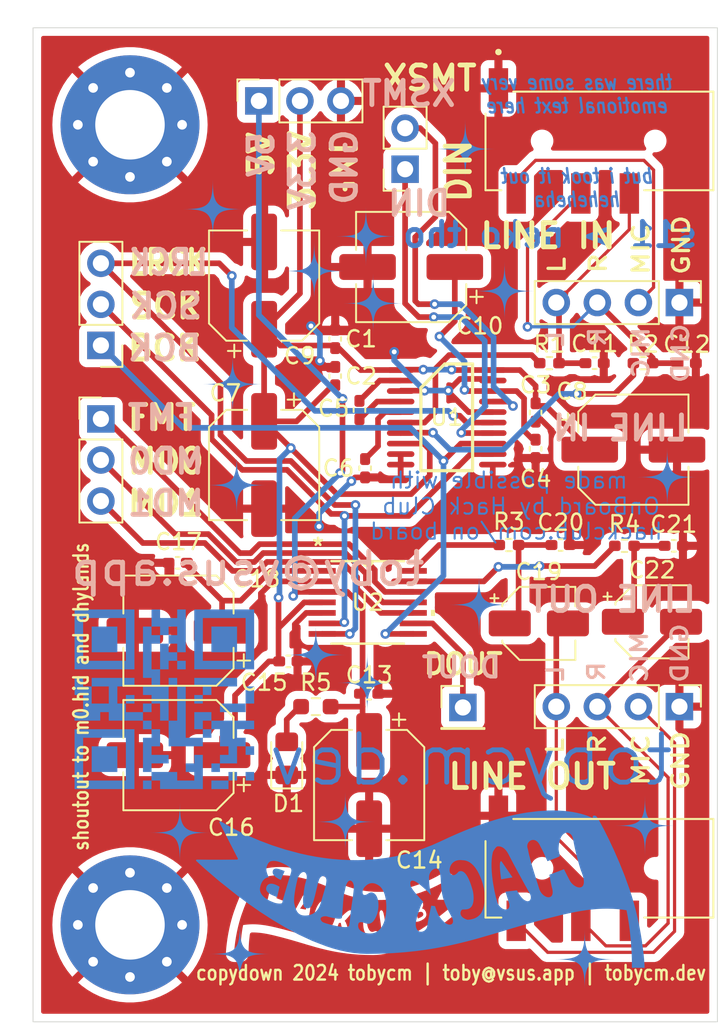
<source format=kicad_pcb>
(kicad_pcb (version 20240108) (generator "pcbnew") (generator_version "8.0")
  (layers (0 "F.Cu" signal) (31 "B.Cu" signal) (34 "B.Paste" user) (35 "F.Paste" user) (36 "B.SilkS" user "B.Silkscreen") (37 "F.SilkS" user "F.Silkscreen") (38 "B.Mask" user) (39 "F.Mask" user) (44 "Edge.Cuts" user))
  (net 0 "")
  (net 1 "+3.3V")
  (net 2 "GND")
  (net 3 "Net-(U1-LDOO)")
  (net 4 "Net-(U1-CAPM)")
  (net 5 "Net-(U1-CAPP)")
  (net 6 "Net-(U1-VNEG)")
  (net 7 "Net-(J3-Pin_4)")
  (net 8 "Net-(J3-Pin_3)")
  (net 9 "+5V")
  (net 10 "Net-(U2-VREF)")
  (net 11 "Net-(J7-Pin_4)")
  (net 12 "Net-(C19-Pad1)")
  (net 13 "Net-(C21-Pad1)")
  (net 14 "Net-(J7-Pin_3)")
  (net 15 "Net-(J1-Pin_1)")
  (net 16 "Net-(J3-Pin_2)")
  (net 17 "Net-(J5-Pin_1)")
  (net 18 "SCK")
  (net 19 "LRCK")
  (net 20 "BCK")
  (net 21 "Net-(J7-Pin_2)")
  (net 22 "Net-(J9-Pin_3)")
  (net 23 "Net-(J9-Pin_1)")
  (net 24 "Net-(J9-Pin_2)")
  (net 25 "Net-(U1-OUTL)")
  (net 26 "Net-(U1-OUTR)")
  (net 27 "Net-(U2-VINR)")
  (net 28 "Net-(U2-VINL)")
  (net 29 "Net-(J1-Pin_2)")
  (net 30 "Net-(D1-A)")
  (footprint "Connector_PinHeader_2.54mm:PinHeader_1x04_P2.54mm_Vertical" (layer "F.Cu") (at 151.4 57.8 -90)
    (property "Reference" "J7" (hide yes))
    (property "Value" "Conn_01x04_Pin")
  )
  (footprint "Connector_PinHeader_2.54mm:PinHeader_1x03_P2.54mm_Vertical" (layer "F.Cu") (at 115.6 35.45 180)
    (property "Reference" "J6" (hide yes))
    (property "Value" "Conn_01x03_Pin")
  )
  (footprint "Connector_PinSocket_2.54mm:PinSocket_1x02_P2.54mm_Vertical" (layer "F.Cu") (at 134.425 24.55 180)
    (property "Reference" "J1" (hide yes))
    (property "Value" "Conn_01x02_Pin")
  )
  (footprint "LED_SMD:LED_0805_2012Metric_Pad1.15x1.40mm_HandSolder" (layer "F.Cu") (at 127.1 61 90)
    (property "Reference" "D1")
    (property "Value" "LED")
  )
  (footprint "Capacitor_SMD:C_0402_1005Metric_Pad0.74x0.62mm_HandSolder" (layer "F.Cu") (at 131.95 43.05 -90)
    (property "Reference" "C6")
    (property "Value" "2.2uF")
  )
  (footprint "MountingHole:MountingHole_4.3mm_M4_Pad_Via" (layer "F.Cu") (at 117.4 71.3)
    (property "Reference" "H2" (hide yes))
    (property "Value" "MountingHole_Pad")
  )
  (footprint "Capacitor_SMD:CP_Elec_6.3x7.7" (layer "F.Cu") (at 134.8 30.6 180)
    (property "Reference" "C10")
    (property "Value" "10uF")
  )
  (footprint "MountingHole:MountingHole_4.3mm_M4_Pad_Via" (layer "F.Cu") (at 117.4 21.8)
    (property "Reference" "H1" (hide yes))
    (property "Value" "MountingHole_Pad")
  )
  (footprint "Connector_PinHeader_2.54mm:PinHeader_1x01_P2.54mm_Vertical" (layer "F.Cu") (at 138 57.85)
    (property "Reference" "J5" (hide yes))
    (property "Value" "Conn_01x01_Pin")
  )
  (footprint "Capacitor_SMD:CP_Elec_6.3x7.7" (layer "F.Cu") (at 125.7 42.85 -90)
    (property "Reference" "C7")
    (property "Value" "10uF")
  )
  (footprint "Capacitor_SMD:C_0402_1005Metric_Pad0.74x0.62mm_HandSolder" (layer "F.Cu") (at 120.35 48.9 180)
    (property "Reference" "C17")
    (property "Value" "0.1uF")
  )
  (footprint "PJ-320D-A:HRO_PJ-320D-A" (layer "F.Cu") (at 146.4 22.8 180)
    (property "Reference" "J2" (hide yes))
    (property "Value" "PJ-320D-A")
  )
  (footprint "Capacitor_SMD:C_0402_1005Metric_Pad0.74x0.62mm_HandSolder" (layer "F.Cu") (at 142.5 39.6 -90)
    (property "Reference" "C3")
    (property "Value" "0.1uF")
  )
  (footprint "Capacitor_SMD:C_0402_1005Metric_Pad0.74x0.62mm_HandSolder" (layer "F.Cu") (at 142.5 41.85 -90)
    (property "Reference" "C4")
    (property "Value" "0.1uF")
  )
  (footprint "Capacitor_SMD:CP_Elec_6.3x7.7" (layer "F.Cu") (at 132.2 62.65 -90)
    (property "Reference" "C14")
    (property "Value" "10uF")
  )
  (footprint "Capacitor_SMD:C_0402_1005Metric_Pad0.74x0.62mm_HandSolder" (layer "F.Cu") (at 151.05 47.85)
    (property "Reference" "C21")
    (property "Value" "2.2nF")
  )
  (footprint "Capacitor_SMD:C_0402_1005Metric_Pad0.74x0.62mm_HandSolder" (layer "F.Cu") (at 131.6 39.45 -90)
    (property "Reference" "C5")
    (property "Value" "2.2uF")
  )
  (footprint "Connector_PinSocket_2.54mm:PinSocket_1x03_P2.54mm_Vertical" (layer "F.Cu") (at 125.375 20.325 90)
    (property "Reference" "J10" (hide yes))
    (property "Value" "Conn_01x03_Pin")
  )
  (footprint "PCM1808PWR:PW14" (layer "F.Cu") (at 132.1111 51.35)
    (property "Reference" "U2")
    (property "Value" "PCM1808PWR")
  )
  (footprint "Capacitor_SMD:C_0402_1005Metric_Pad0.74x0.62mm_HandSolder" (layer "F.Cu") (at 151.85 36.55)
    (property "Reference" "C12")
    (property "Value" "2.2nF")
  )
  (footprint "PJ-320D-A:HRO_PJ-320D-A" (layer "F.Cu") (at 146.4 67.8 180)
    (property "Reference" "J8" (hide yes))
    (property "Value" "PJ-320D-A")
  )
  (footprint "Capacitor_SMD:C_0402_1005Metric_Pad0.74x0.62mm_HandSolder" (layer "F.Cu") (at 144.05 47.8)
    (property "Reference" "C20")
    (property "Value" "2.2nF")
  )
  (footprint "Capacitor_SMD:C_0402_1005Metric_Pad0.74x0.62mm_HandSolder" (layer "F.Cu") (at 130.1 35.05 90)
    (property "Reference" "C1")
    (property "Value" "0.1uF")
  )
  (footprint "Capacitor_SMD:CP_Elec_6.3x7.7" (layer "F.Cu") (at 148.55 41.9)
    (property "Reference" "C8")
    (property "Value" "10uF")
  )
  (footprint "Capacitor_SMD:C_0402_1005Metric_Pad0.74x0.62mm_HandSolder" (layer "F.Cu") (at 132.2 57)
    (property "Reference" "C13")
    (property "Value" "0.1uF")
  )
  (footprint "Connector_PinHeader_2.54mm:PinHeader_1x03_P2.54mm_Vertical" (layer "F.Cu") (at 115.6 40)
    (property "Reference" "J9" (hide yes))
    (property "Value" "Conn_01x03_Pin")
  )
  (footprint "Capacitor_SMD:CP_Elec_6.3x7.7" (layer "F.Cu") (at 120.4 60.8 180)
    (property "Reference" "C16")
    (property "Value" "10uF")
  )
  (footprint "PCM5100APWR:PW0020A" (layer "F.Cu") (at 137 39.9)
    (property "Reference" "U1")
    (property "Value" "PCM5100APWR")
  )
  (footprint "Resistor_SMD:R_0402_1005Metric_Pad0.72x0.64mm_HandSolder" (layer "F.Cu") (at 140.85 47.8)
    (property "Reference" "R3")
    (property "Value" "470")
  )
  (footprint "Resistor_SMD:R_0402_1005Metric_Pad0.72x0.64mm_HandSolder" (layer "F.Cu") (at 149.15 36.55)
    (property "Reference" "R2")
    (property "Value" "470")
  )
  (footprint "Capacitor_SMD:CP_Elec_4x5.4" (layer "F.Cu") (at 142.7 52.65)
    (property "Reference" "C19")
    (property "Value" "1uF")
  )
  (footprint "Resistor_SMD:R_0402_1005Metric_Pad0.72x0.64mm_HandSolder" (layer "F.Cu") (at 143.35 36.55)
    (property "Reference" "R1")
    (property "Value" "470")
  )
  (footprint "Capacitor_SMD:CP_Elec_6.3x7.7" (layer "F.Cu") (at 120.4 53.1 180)
    (property "Reference" "C18")
    (property "Value" "10uF")
  )
  (footprint "Capacitor_SMD:C_0402_1005Metric_Pad0.74x0.62mm_HandSolder" (layer "F.Cu") (at 130.1 37.35 90)
    (property "Reference" "C2")
    (property "Value" "0.1uF")
  )
  (footprint "Capacitor_SMD:CP_Elec_4x5.4" (layer "F.Cu") (at 149.7 52.55)
    (property "Reference" "C22")
    (property "Value" "1uF")
  )
  (footprint "Resistor_SMD:R_0402_1005Metric_Pad0.72x0.64mm_HandSolder" (layer "F.Cu") (at 148 47.85)
    (property "Reference" "R4")
    (property "Value" "470")
  )
  (footprint "Connector_PinHeader_2.54mm:PinHeader_1x04_P2.54mm_Vertical" (layer "F.Cu") (at 151.4 32.8 -90)
    (property "Reference" "J3" (hide yes))
    (property "Value" "Conn_01x04_Pin")
  )
  (footprint "Capacitor_SMD:C_0402_1005Metric_Pad0.74x0.62mm_HandSolder" (layer "F.Cu") (at 127.2 55)
    (property "Reference" "C15")
    (property "Value" "0.1uF")
  )
  (footprint "Capacitor_SMD:CP_Elec_6.3x7.7" (layer "F.Cu") (at 125.7 31.75 90)
    (property "Reference" "C9")
    (property "Value" "10uF")
  )
  (footprint "Capacitor_SMD:C_0402_1005Metric_Pad0.74x0.62mm_HandSolder" (layer "F.Cu") (at 146.15 36.55)
    (property "Reference" "C11")
    (property "Value" "2.2nF")
  )
  (footprint "Resistor_SMD:R_0603_1608Metric_Pad0.98x0.95mm_HandSolder" (layer "F.Cu") (at 128.9 57.8 180)
    (property "Reference" "R5")
    (property "Value" "200")
  )
  (gr_poly (pts (xy 125.4 68.384497) (xy 125.404644 68.384793) (xy 125.409432 68.3853) (xy 125.414104 68.38607) (xy 125.418408 68.387138) (xy 125.422354 68.388491) (xy 125.425954 68.390116) (xy 125.429217 68.391998) (xy 125.432155 68.394124) (xy 125.434778 68.396481) (xy 125.437096 68.399055) (xy 125.43912 68.401832) (xy 125.440861 68.404799) (xy 125.44233 68.407943) (xy 125.443536 68.411249) (xy 125.444491 68.414704) (xy 125.445205 68.418295) (xy 125.445689 68.422008) (xy 125.445953 68.425829) (xy 125.446008 68.429745) (xy 125.445865 68.433743) (xy 125.445534 68.437808) (xy 125.445025 68.441928) (xy 125.44435 68.446088) (xy 125.443519 68.450276) (xy 125.441431 68.458677) (xy 125.438846 68.467025) (xy 125.435848 68.475209) (xy 125.432523 68.483122) (xy 125.428956 68.490655) (xy 125.335267 68.688512) (xy 125.239828 68.899142) (xy 125.121495 69.171108) (xy 124.987393 69.494564) (xy 124.916656 69.672522) (xy 124.84465 69.85966) (xy 124.772265 70.054746) (xy 124.700391 70.25655) (xy 124.629921 70.46384) (xy 124.561744 70.675385) (xy 124.499401 70.889263) (xy 124.445436 71.10317) (xy 124.399249 71.315309) (xy 124.360237 71.523882) (xy 124.327801 71.727092) (xy 124.301339 71.923141) (xy 124.263932 72.286566) (xy 124.243208 72.599775) (xy 124.234359 72.848388) (xy 124.23305 73.094301) (xy 123.841512 73.094301) (xy 123.843703 73.003575) (xy 123.85614 72.828616) (xy 123.881612 72.581307) (xy 123.922911 72.273529) (xy 123.950368 72.100677) (xy 123.982828 71.917165) (xy 124.02064 71.724477) (xy 124.064153 71.524098) (xy 124.113716 71.317514) (xy 124.169678 71.106211) (xy 124.232387 70.891673) (xy 124.302193 70.675385) (xy 124.456736 70.247929) (xy 124.620821 69.839605) (xy 124.785956 69.461463) (xy 124.943649 69.124555) (xy 125.085409 68.839931) (xy 125.202744 68.618643) (xy 125.287162 68.471742) (xy 125.330171 68.410279) (xy 125.331451 68.408936) (xy 125.333044 68.40741) (xy 125.335266 68.405451) (xy 125.338114 68.403161) (xy 125.341582 68.400641) (xy 125.343548 68.399328) (xy 125.345667 68.397995) (xy 125.347939 68.396656) (xy 125.350364 68.395323) (xy 125.35294 68.39401) (xy 125.355667 68.392729) (xy 125.358546 68.391493) (xy 125.361574 68.390314) (xy 125.364753 68.389205) (xy 125.36808 68.38818) (xy 125.371556 68.38725) (xy 125.37518 68.386429) (xy 125.378951 68.385729) (xy 125.382869 68.385163) (xy 125.386934 68.384744) (xy 125.391144 68.384485) (xy 125.3955 68.384398)) (stroke (width -0.000001)) (fill solid) (layer "F.Cu"))
  (gr_poly (pts (xy 135.400681 70.491835) (xy 135.412093 70.492469) (xy 135.42333 70.493763) (xy 135.434361 70.495757) (xy 135.439788 70.497028) (xy 135.445152 70.498489) (xy 135.450448 70.500144) (xy 135.455672 70.501999) (xy 135.46082 70.504057) (xy 135.465888 70.506324) (xy 135.470873 70.508805) (xy 135.47577 70.511504) (xy 135.480574 70.514426) (xy 135.485283 70.517577) (xy 135.489892 70.520961) (xy 135.494397 70.524582) (xy 135.498794 70.528447) (xy 135.503078 70.532559) (xy 135.507247 70.536923) (xy 135.511296 70.541544) (xy 135.515221 70.546428) (xy 135.519018 70.551578) (xy 135.522682 70.557) (xy 135.526211 70.562699) (xy 135.529599 70.568679) (xy 135.532844 70.574945) (xy 135.53594 70.581503) (xy 135.538884 70.588356) (xy 135.545765 70.60834) (xy 135.549851 70.62755) (xy 135.551313 70.646) (xy 135.550319 70.663703) (xy 135.547039 70.680674) (xy 135.541642 70.696924) (xy 135.534296 70.712468) (xy 135.525172 70.72732) (xy 135.514439 70.741491) (xy 135.502266 70.754997) (xy 135.488821 70.76785) (xy 135.474275 70.780064) (xy 135.458797 70.791652) (xy 135.442555 70.802627) (xy 135.408459 70.822795) (xy 135.373342 70.840674) (xy 135.338557 70.856372) (xy 135.2754 70.881653) (xy 135.229821 70.899498) (xy 135.217007 70.9059) (xy 135.213687 70.908518) (xy 135.21265 70.910765) (xy 135.135394 70.588356) (xy 135.158408 70.573684) (xy 135.184492 70.558584) (xy 135.217909 70.541187) (xy 135.236808 70.532302) (xy 135.25687 70.523653) (xy 135.27787 70.515509) (xy 135.299585 70.508141) (xy 135.321792 70.501819) (xy 135.344267 70.496812) (xy 135.366786 70.49339) (xy 135.389126 70.491824)) (stroke (width -0.000001)) (fill solid) (layer "F.Cu"))
  (gr_poly (pts (xy 128.283033 69.796997) (xy 128.284056 69.797091) (xy 128.285063 69.797242) (xy 128.29207 69.800096) (xy 128.298153 69.805862) (xy 128.303356 69.814343) (xy 128.307727 69.825342) (xy 128.311311 69.838662) (xy 128.314154 69.854107) (xy 128.317802 69.890581) (xy 128.31904 69.933188) (xy 128.318237 69.980355) (xy 128.315761 70.030506) (xy 128.311981 70.082065) (xy 128.301982 70.183108) (xy 128.29119 70.270883) (xy 128.279017 70.356225) (xy 127.926998 70.296126) (xy 128.266822 69.801789) (xy 128.2681 69.801054) (xy 128.26936 69.800381) (xy 128.2706 69.799771) (xy 128.271822 69.799221) (xy 128.273025 69.798732) (xy 128.274209 69.798304) (xy 128.275375 69.797936) (xy 128.276523 69.797627) (xy 128.277652 69.797378) (xy 128.278764 69.797186) (xy 128.279857 69.797053) (xy 128.280933 69.796978) (xy 128.281992 69.796959)) (stroke (width -0.000001)) (fill solid) (layer "F.Cu"))
  (gr_poly (pts (xy 135.253136 70.025153) (xy 135.26282 70.02606) (xy 135.267519 70.026753) (xy 135.27212 70.027612) (xy 135.276619 70.02864) (xy 135.281015 70.029843) (xy 135.285304 70.031224) (xy 135.289484 70.032788) (xy 135.293553 70.03454) (xy 135.297508 70.036482) (xy 135.301347 70.038621) (xy 135.305065 70.040959) (xy 135.308663 70.043502) (xy 135.312135 70.046254) (xy 135.315481 70.049218) (xy 135.318697 70.0524) (xy 135.321781 70.055804) (xy 135.324729 70.059433) (xy 135.327541 70.063293) (xy 135.330212 70.067388) (xy 135.332741 70.071721) (xy 135.335125 70.076298) (xy 135.337361 70.081122) (xy 135.339447 70.086199) (xy 135.34138 70.091531) (xy 135.343157 70.097124) (xy 135.344776 70.102982) (xy 135.346234 70.109109) (xy 135.34847 70.123312) (xy 135.348951 70.137277) (xy 135.347787 70.15099) (xy 135.34509 70.164437) (xy 135.340969 70.177604) (xy 135.335534 70.190477) (xy 135.328897 70.203042) (xy 135.321168 70.215284) (xy 135.312456 70.227191) (xy 135.302874 70.238749) (xy 135.29253 70.249942) (xy 135.281536 70.260758) (xy 135.270001 70.271182) (xy 135.258037 70.2812) (xy 135.233261 70.299964) (xy 135.208091 70.316939) (xy 135.183411 70.332012) (xy 135.160104 70.345072) (xy 135.139054 70.356008) (xy 135.107256 70.37106) (xy 135.095087 70.376276) (xy 134.977626 70.101202) (xy 135.110893 70.053248) (xy 135.143302 70.042897) (xy 135.159128 70.038369) (xy 135.174642 70.034371) (xy 135.1898 70.030975) (xy 135.204559 70.028255) (xy 135.218874 70.026284) (xy 135.232701 70.025134) (xy 135.24309 70.024856)) (stroke (width -0.000001)) (fill solid) (layer "F.Cu"))
  (gr_poly (pts (xy 126.831767 68.228397) (xy 127.133761 68.247469) (xy 127.465821 68.288225) (xy 127.643313 68.317739) (xy 127.828547 68.353879) (xy 128.021597 68.397048) (xy 128.222538 68.447646) (xy 128.431445 68.506076) (xy 128.648394 68.57274) (xy 128.873458 68.64804) (xy 129.106713 68.732376) (xy 129.348235 68.826152) (xy 129.598096 68.929769) (xy 129.856374 69.043628) (xy 130.123142 69.168133) (xy 130.41573 69.299057) (xy 130.707993 69.411802) (xy 130.999454 69.50722) (xy 131.289636 69.586162) (xy 131.578061 69.649479) (xy 131.864251 69.698023) (xy 132.147729 69.732644) (xy 132.428018 69.754194) (xy 132.70464 69.763524) (xy 132.977118 69.761486) (xy 133.244974 69.74893) (xy 133.50773 69.726708) (xy 133.76491 69.695671) (xy 134.016035 69.65667) (xy 134.260629 69.610557) (xy 134.498213 69.558182) (xy 134.950444 69.438054) (xy 135.368909 69.303095) (xy 135.749786 69.160117) (xy 136.089257 69.015927) (xy 136.383502 68.877337) (xy 136.6287 68.751156) (xy 136.956679 68.56326) (xy 136.958473 68.562292) (xy 136.960331 68.561558) (xy 136.962243 68.561047) (xy 136.9642 68.56075) (xy 136.966191 68.560659) (xy 136.968206 68.560763) (xy 136.970237 68.561053) (xy 136.972271 68.561519) (xy 136.974301 68.562153) (xy 136.976316 68.562944) (xy 136.978306 68.563883) (xy 136.980261 68.564962) (xy 136.982171 68.566169) (xy 136.984026 68.567496) (xy 136.985817 68.568933) (xy 136.987533 68.570472) (xy 136.989165 68.572102) (xy 136.990702 68.573813) (xy 136.992136 68.575597) (xy 136.993455 68.577445) (xy 136.99465 68.579346) (xy 136.995711 68.581291) (xy 136.996629 68.58327) (xy 136.997392 68.585275) (xy 136.997992 68.587296) (xy 136.998419 68.589323) (xy 136.998662 68.591347) (xy 136.998712 68.593358) (xy 136.998558 68.595347) (xy 136.998191 68.597304) (xy 136.997602 68.599221) (xy 136.996779 68.601087) (xy 136.42839 69.707479) (xy 136.427611 69.709123) (xy 136.426954 69.710781) (xy 136.426417 69.71245) (xy 136.425996 69.714126) (xy 136.425689 69.715803) (xy 136.425495 69.717478) (xy 136.425409 69.719146) (xy 136.42543 69.720803) (xy 136.425555 69.722445) (xy 136.425782 69.724067) (xy 136.426108 69.725665) (xy 136.42653 69.727234) (xy 136.427046 69.728771) (xy 136.427653 69.73027) (xy 136.428349 69.731728) (xy 136.429131 69.733139) (xy 136.429997 69.734501) (xy 136.430944 69.735807) (xy 136.431969 69.737055) (xy 136.43307 69.73824) (xy 136.434245 69.739356) (xy 136.435491 69.740401) (xy 136.436805 69.741369) (xy 136.438185 69.742257) (xy 136.439627 69.743059) (xy 136.441131 69.743772) (xy 136.442693 69.744391) (xy 136.44431 69.744912) (xy 136.44598 69.74533) (xy 136.4477 69.745642) (xy 136.449469 69.745842) (xy 136.451282 69.745927) (xy 136.910491 69.749725) (xy 137.275191 69.74971) (xy 137.691723 69.746237) (xy 137.693937 69.746287) (xy 137.696087 69.746491) (xy 137.698168 69.746842) (xy 137.700178 69.747335) (xy 137.702112 69.74796) (xy 137.703967 69.748712) (xy 137.705738 69.749583) (xy 137.707422 69.750566) (xy 137.709016 69.751655) (xy 137.710515 69.752842) (xy 137.711915 69.75412) (xy 137.713213 69.755482) (xy 137.714405 69.756922) (xy 137.715488 69.758432) (xy 137.716457 69.760005) (xy 137.717308 69.761633) (xy 137.718039 69.763311) (xy 137.718644 69.765031) (xy 137.719121 69.766787) (xy 137.719465 69.76857) (xy 137.719673 69.770374) (xy 137.71974 69.772192) (xy 137.719664 69.774017) (xy 137.71944 69.775841) (xy 137.719065 69.777659) (xy 137.718534 69.779463) (xy 137.717845 69.781245) (xy 137.716992 69.782999) (xy 137.715973 69.784718) (xy 137.714783 69.786395) (xy 137.713419 69.788022) (xy 137.711877 69.789593) (xy 137.462153 70.018084) (xy 137.02669 70.39288) (xy 136.439894 70.859498) (xy 136.1005 71.110213) (xy 135.736175 71.363452) (xy 135.351221 71.612405) (xy 134.949939 71.85026) (xy 134.53663 72.070207) (xy 134.115594 72.265436) (xy 133.691134 72.429136) (xy 133.478963 72.497035) (xy 133.267549 72.554497) (xy 133.057429 72.600672) (xy 132.849141 72.634708) (xy 132.643222 72.655753) (xy 132.44021 72.662958) (xy 132.017895 72.65678) (xy 131.618587 72.638904) (xy 131.2404 72.610315) (xy 130.881444 72.572) (xy 130.53983 72.524945) (xy 130.213672 72.470135) (xy 129.90108 72.408557) (xy 129.600166 72.341197) (xy 129.309042 72.26904) (xy 129.025819 72.193073) (xy 128.475525 72.033653) (xy 127.934177 71.870824) (xy 127.386669 71.712474) (xy 127.181864 71.657215) (xy 129.767967 71.657215) (xy 129.769248 71.673193) (xy 129.772216 71.688068) (xy 129.77681 71.70176) (xy 129.782969 71.714191) (xy 129.79063 71.725279) (xy 129.799732 71.734947) (xy 129.810212 71.743113) (xy 129.82201 71.749698) (xy 129.835064 71.754622) (xy 129.849311 71.757806) (xy 129.86469 71.759169) (xy 129.88114 71.758632) (xy 129.898598 71.756116) (xy 129.917002 71.75154) (xy 129.936292 71.744825) (xy 129.956406 71.735891) (xy 129.97728 71.724658) (xy 129.998855 71.711046) (xy 130.021068 71.694976) (xy 130.043857 71.676369) (xy 130.06716 71.655143) (xy 130.090917 71.63122) (xy 130.115064 71.604519) (xy 130.139541 71.574962) (xy 130.164286 71.542468) (xy 130.189236 71.506957) (xy 130.201424 71.48844) (xy 130.213652 71.467167) (xy 130.225806 71.443683) (xy 130.237772 71.418533) (xy 130.249436 71.392262) (xy 130.260684 71.365415) (xy 130.281476 71.312175) (xy 130.299235 71.263174) (xy 130.31305 71.222773) (xy 130.325197 71.185219) (xy 130.441366 71.172145) (xy 130.49503 71.419389) (xy 130.536852 71.629731) (xy 130.554144 71.727791) (xy 130.566216 71.810142) (xy 130.569424 71.827208) (xy 130.574287 71.843737) (xy 130.580692 71.859657) (xy 130.588524 71.874898) (xy 130.597669 71.889388) (xy 130.608012 71.903056) (xy 130.61944 71.915832) (xy 130.631837 71.927644) (xy 130.64509 71.938422) (xy 130.659084 71.948094) (xy 130.673705 71.956589) (xy 130.688838 71.963837) (xy 130.704369 71.969766) (xy 130.720184 71.974306) (xy 130.736169 71.977385) (xy 130.752209 71.978932) (xy 130.768189 71.978877) (xy 130.783996 71.977147) (xy 130.799515 71.973674) (xy 130.814632 71.968384) (xy 130.829233 71.961208) (xy 130.843202 71.952074) (xy 130.856426 71.940911) (xy 130.868791 71.927648) (xy 130.880181 71.912215) (xy 130.890484 71.894539) (xy 130.899583 71.874551) (xy 130.907366 71.852179) (xy 130.913718 71.827353) (xy 130.918524 71.8) (xy 130.92167 71.770051) (xy 130.923041 71.737433) (xy 130.917172 71.688797) (xy 130.908263 71.636043) (xy 130.896237 71.57915) (xy 130.881018 71.5181) (xy 130.862528 71.452873) (xy 130.840692 71.38345) (xy 130.81543 71.30981) (xy 130.786667 71.231934) (xy 130.778823 71.210669) (xy 131.831722 71.210669) (xy 131.83234 71.273947) (xy 131.834513 71.321549) (xy 131.837827 71.367843) (xy 131.842274 71.412805) (xy 131.847845 71.45641) (xy 131.854532 71.498632) (xy 131.862327 71.539448) (xy 131.871221 71.578831) (xy 131.881207 71.616758) (xy 131.892276 71.653203) (xy 131.904419 71.688142) (xy 131.917628 71.72155) (xy 131.931896 71.753402) (xy 131.947213 71.783673) (xy 131.963572 71.812339) (xy 131.980964 71.839373) (xy 131.99938 71.864753) (xy 132.018814 71.888452) (xy 132.039255 71.910446) (xy 132.060697 71.93071) (xy 132.083131 71.94922) (xy 132.106548 71.96595) (xy 132.13094 71.980876) (xy 132.156299 71.993972) (xy 132.182616 72.005214) (xy 132.209884 72.014578) (xy 132.238094 72.022037) (xy 132.267237 72.027569) (xy 132.297306 72.031146) (xy 132.328292 72.032746) (xy 132.360187 72.032342) (xy 132.392983 72.02991) (xy 132.426671 72.025426) (xy 132.459499 72.019321) (xy 132.489785 72.012106) (xy 132.517618 72.003864) (xy 132.543092 71.99468) (xy 132.566298 71.984637) (xy 132.587328 71.973818) (xy 132.606274 71.962308) (xy 132.623228 71.950191) (xy 132.638281 71.937551) (xy 132.651527 71.92447) (xy 132.663056 71.911034) (xy 132.67296 71.897325) (xy 132.681332 71.883428) (xy 132.688264 71.869427) (xy 132.693846 71.855405) (xy 132.698172 71.841446) (xy 132.701333 71.827635) (xy 132.703421 71.814054) (xy 132.704528 71.800788) (xy 132.704746 71.78792) (xy 132.704166 71.775535) (xy 132.702882 71.763716) (xy 132.700983 71.752547) (xy 132.698564 71.742112) (xy 132.695714 71.732495) (xy 132.692527 71.723779) (xy 132.689095 71.716048) (xy 132.685508 71.709387) (xy 132.68186 71.703879) (xy 132.678241 71.699607) (xy 132.674745 71.696656) (xy 132.671462 71.69511) (xy 132.666628 71.693553) (xy 132.662026 71.691598) (xy 132.652569 71.687146) (xy 132.647236 71.684973) (xy 132.641184 71.683053) (xy 132.634173 71.681547) (xy 132.625965 71.680619) (xy 132.616322 71.68043) (xy 132.605006 71.681143) (xy 132.591779 71.68292) (xy 132.576402 71.685924) (xy 132.558637 71.690317) (xy 132.538245 71.696262) (xy 132.514989 71.70392) (xy 132.488631 71.713455) (xy 132.474738 71.718358) (xy 132.461059 71.722541) (xy 132.44759 71.725996) (xy 132.434326 71.728715) (xy 132.421265 71.730691) (xy 132.408404 71.731916) (xy 132.395739 71.732383) (xy 132.383266 71.732084) (xy 132.370982 71.731012) (xy 132.358883 71.729159) (xy 132.346967 71.726518) (xy 132.33523 71.72308) (xy 132.323669 71.71884) (xy 132.312279 71.713788) (xy 132.301058 71.707918) (xy 132.290002 71.701221) (xy 132.279108 71.693692) (xy 132.268372 71.685321) (xy 132.257791 71.676101) (xy 132.247362 71.666025) (xy 132.23708 71.655086) (xy 132.226944 71.643275) (xy 132.216949 71.630585) (xy 132.207091 71.617009) (xy 132.197369 71.602539) (xy 132.187777 71.587168) (xy 132.168972 71.553691) (xy 132.150651 71.516518) (xy 132.132786 71.475588) (xy 132.121491 71.444967) (xy 132.111034 71.411339) (xy 132.10159 71.375112) (xy 132.093329 71.336692) (xy 132.086424 71.296489) (xy 132.081048 71.254908) (xy 132.077372 71.212358) (xy 132.075569 71.169247) (xy 132.07581 71.125981) (xy 132.078269 71.082969) (xy 132.083117 71.040618) (xy 132.090526 70.999336) (xy 132.100668 70.959529) (xy 132.113717 70.921607) (xy 132.121385 70.903479) (xy 132.129843 70.885975) (xy 132.139115 70.869146) (xy 132.14922 70.853043) (xy 132.15236 70.848493) (xy 132.155487 70.844148) (xy 132.1586 70.840002) (xy 132.161695 70.836049) (xy 132.16477 70.832283) (xy 132.167823 70.828698) (xy 132.173853 70.822048) (xy 132.179764 70.816051) (xy 132.185538 70.810659) (xy 132.191154 70.805824) (xy 132.196593 70.801498) (xy 132.201836 70.797634) (xy 132.206862 70.794185) (xy 132.211653 70.791101) (xy 132.216188 70.788336) (xy 132.231386 70.779507) (xy 132.237679 70.775903) (xy 132.243972 70.772751) (xy 132.250253 70.770031) (xy 132.256511 70.767723) (xy 132.262736 70.765807) (xy 132.268918 70.764262) (xy 132.275044 70.76307) (xy 132.281106 70.762208) (xy 132.287091 70.761658) (xy 132.292989 70.761399) (xy 132.298789 70.761412) (xy 132.304482 70.761675) (xy 132.310055 70.762169) (xy 132.315498 70.762873) (xy 132.320801 70.763768) (xy 132.325952 70.764833) (xy 132.330941 70.766048) (xy 132.335757 70.767394) (xy 132.344829 70.770394) (xy 132.35308 70.773673) (xy 132.360425 70.777069) (xy 132.366778 70.780421) (xy 132.372053 70.783568) (xy 132.376164 70.786348) (xy 132.379025 70.788602) (xy 132.39621 70.800528) (xy 132.412517 70.810829) (xy 132.427956 70.81956) (xy 132.442534 70.826777) (xy 132.456261 70.832534) (xy 132.469146 70.836889) (xy 132.481196 70.839896) (xy 132.492421 70.841611) (xy 132.502829 70.84209) (xy 132.512428 70.841389) (xy 132.521228 70.839562) (xy 132.529238 70.836666) (xy 132.536465 70.832756) (xy 132.542918 70.827888) (xy 132.548606 70.822118) (xy 132.553538 70.8155) (xy 132.557722 70.808091) (xy 132.561168 70.799947) (xy 132.563882 70.791122) (xy 132.565875 70.781673) (xy 132.567155 70.771656) (xy 132.56773 70.761125) (xy 132.56761 70.750136) (xy 132.566802 70.738746) (xy 132.565316 70.727009) (xy 132.56316 70.714981) (xy 132.560342 70.702719) (xy 132.556872 70.690277) (xy 132.552758 70.677711) (xy 132.548008 70.665076) (xy 132.542632 70.652429) (xy 132.536638 70.639826) (xy 132.522488 70.620619) (xy 132.508019 70.602532) (xy 132.495071 70.587685) (xy 132.837085 70.587685) (xy 132.838131 70.625789) (xy 132.840495 70.666622) (xy 132.848593 70.755199) (xy 132.8602 70.850863) (xy 132.87414 70.951061) (xy 132.904311 71.154848) (xy 132.918187 71.253332) (xy 132.929689 71.346139) (xy 132.95695 71.603604) (xy 132.962294 71.649189) (xy 132.968206 71.693091) (xy 132.975266 71.738225) (xy 132.984053 71.787508) (xy 132.988466 71.799581) (xy 132.996617 71.80971) (xy 133.008254 71.817993) (xy 133.023126 71.824533) (xy 133.040983 71.829429) (xy 133.061574 71.832782) (xy 133.084647 71.834691) (xy 133.109952 71.835259) (xy 133.166251 71.832768) (xy 133.228465 71.826113) (xy 133.294584 71.816098) (xy 133.362601 71.803525) (xy 133.496296 71.773921) (xy 133.613484 71.743732) (xy 133.698102 71.719384) (xy 133.734084 71.707306) (xy 133.737955 71.705404) (xy 133.743155 71.703431) (xy 133.756859 71.698799) (xy 133.765024 71.695905) (xy 133.773836 71.692468) (xy 133.783126 71.688372) (xy 133.792724 71.683499) (xy 133.80246 71.67773) (xy 133.807326 71.674473) (xy 133.812163 71.670948) (xy 133.81695 71.667141) (xy 133.821664 71.663036) (xy 133.826285 71.65862) (xy 133.830792 71.653876) (xy 133.835163 71.648791) (xy 133.839377 71.64335) (xy 133.843413 71.637539) (xy 133.84725 71.631341) (xy 133.850865 71.624744) (xy 133.854239 71.617731) (xy 133.857349 71.610289) (xy 133.860175 71.602403) (xy 133.862929 71.59459) (xy 133.86461 71.587058) (xy 133.865266 71.579811) (xy 133.864945 71.572852) (xy 133.863696 71.566184) (xy 133.861566 71.559811) (xy 133.858603 71.553736) (xy 133.854857 71.547963) (xy 133.850374 71.542494) (xy 133.845202 71.537334) (xy 133.839391 71.532485) (xy 133.832988 71.527952) (xy 133.826041 71.523737) (xy 133.818598 71.519844) (xy 133.802418 71.513037) (xy 133.784833 71.507557) (xy 133.766227 71.503433) (xy 133.746985 71.500691) (xy 133.727492 71.499358) (xy 133.708133 71.499462) (xy 133.689293 71.501029) (xy 133.671357 71.504086) (xy 133.654709 71.508661) (xy 133.613234 71.520998) (xy 133.556223 71.535364) (xy 133.489523 71.549846) (xy 133.454365 71.556534) (xy 133.418977 71.562535) (xy 133.38409 71.567609) (xy 133.350433 71.571519) (xy 133.318737 71.574024) (xy 133.289734 71.574887) (xy 133.264153 71.573868) (xy 133.252874 71.572579) (xy 133.242726 71.570729) (xy 133.233798 71.56829) (xy 133.226182 71.565231) (xy 133.21997 71.561522) (xy 133.215253 71.557134) (xy 133.208086 71.542041) (xy 133.20217 71.516452) (xy 133.19725 71.481479) (xy 133.193072 71.438233) (xy 133.178672 71.204754) (xy 133.169288 71.067276) (xy 133.155729 70.927827) (xy 133.146746 70.860142) (xy 133.135953 70.795299) (xy 133.123097 70.734409) (xy 133.107921 70.678583) (xy 133.104721 70.659763) (xy 133.10136 70.641689) (xy 133.097843 70.624351) (xy 133.094176 70.607738) (xy 133.090366 70.591841) (xy 133.086419 70.576648) (xy 133.082341 70.562151) (xy 133.078139 70.548337) (xy 133.073819 70.535199) (xy 133.069388 70.522724) (xy 133.064851 70.510903) (xy 133.060214 70.499726) (xy 133.055486 70.489182) (xy 133.05067 70.479262) (xy 133.045775 70.469954) (xy 133.040806 70.46125) (xy 133.035769 70.453137) (xy 133.030671 70.445607) (xy 133.025518 70.43865) (xy 133.020317 70.432254) (xy 133.015073 70.426409) (xy 133.009793 70.421106) (xy 133.004484 70.416334) (xy 132.999151 70.412083) (xy 132.993801 70.408343) (xy 132.988441 70.405104) (xy 132.983076 70.402354) (xy 132.977713 70.400085) (xy 132.972358 70.398285) (xy 132.967017 70.396945) (xy 132.961698 70.396054) (xy 132.956405 70.395603) (xy 132.950448 70.395609) (xy 132.944543 70.396151) (xy 132.938699 70.397214) (xy 132.932925 70.398783) (xy 132.927231 70.400843) (xy 132.921626 70.40338) (xy 132.916118 70.406377) (xy 132.910718 70.409821) (xy 132.905434 70.413697) (xy 132.900275 70.41799) (xy 132.890371 70.427765) (xy 132.881078 70.439028) (xy 132.872471 70.45166) (xy 132.864622 70.465541) (xy 132.857605 70.480552) (xy 132.851494 70.496575) (xy 132.846361 70.51349) (xy 132.84228 70.531177) (xy 132.839325 70.549518) (xy 132.837569 70.568394) (xy 132.837085 70.587685) (xy 132.495071 70.587685) (xy 132.493236 70.58558) (xy 132.478141 70.569776) (xy 132.462739 70.555134) (xy 132.447034 70.54167) (xy 132.43103 70.529397) (xy 132.41473 70.51833) (xy 132.398139 70.508484) (xy 132.381261 70.499872) (xy 132.364099 70.492508) (xy 132.346657 70.486408) (xy 132.32894 70.481585) (xy 132.310951 70.478055) (xy 132.292694 70.47583) (xy 132.274174 70.474926) (xy 132.259589 70.475146) (xy 132.24485 70.47618) (xy 132.229957 70.478035) (xy 132.214913 70.480719) (xy 132.199719 70.484237) (xy 132.184377 70.488597) (xy 132.16889 70.493804) (xy 132.153258 70.499867) (xy 132.137484 70.50679) (xy 132.121569 70.514582) (xy 132.105516 70.523248) (xy 132.089326 70.532796) (xy 132.073001 70.543232) (xy 132.056542 70.554562) (xy 132.039952 70.566793) (xy 132.023233 70.579933) (xy 132.000816 70.603943) (xy 131.979522 70.630463) (xy 131.95941 70.65951) (xy 131.940539 70.691098) (xy 131.922968 70.725242) (xy 131.906755 70.761958) (xy 131.891961 70.801262) (xy 131.878644 70.843168) (xy 131.866862 70.887692) (xy 131.856675 70.934849) (xy 131.848141 70.984654) (xy 131.84132 71.037124) (xy 131.83627 71.092273) (xy 131.833051 71.150116) (xy 131.831722 71.210669) (xy 130.778823 71.210669) (xy 130.777545 71.207206) (xy 130.76711 71.181431) (xy 130.753617 71.151281) (xy 130.745926 71.135635) (xy 130.737712 71.12018) (xy 130.729057 71.105342) (xy 130.72004 71.091551) (xy 130.710742 71.079234) (xy 130.706013 71.073762) (xy 130.701244 71.068819) (xy 130.696446 71.064459) (xy 130.691627 71.060734) (xy 130.686799 71.057699) (xy 130.681971 71.055408) (xy 130.739542 70.996499) (xy 130.799286 70.933146) (xy 130.868808 70.856335) (xy 130.939961 70.772921) (xy 130.973603 70.73088) (xy 131.004598 70.689759) (xy 131.031927 70.650415) (xy 131.054573 70.613705) (xy 131.071516 70.580486) (xy 131.077532 70.565453) (xy 131.08174 70.551614) (xy 131.087336 70.524551) (xy 131.090351 70.498979) (xy 131.090614 70.475333) (xy 131.08966 70.46437) (xy 131.087955 70.454052) (xy 131.085476 70.444435) (xy 131.082204 70.435573) (xy 131.078116 70.42752) (xy 131.073191 70.420332) (xy 131.067409 70.414062) (xy 131.060748 70.408767) (xy 131.053186 70.404499) (xy 131.044702 70.401314) (xy 131.035276 70.399267) (xy 131.024886 70.398412) (xy 131.01351 70.398803) (xy 131.001128 70.400496) (xy 130.987719 70.403545) (xy 130.97326 70.408005) (xy 130.957731 70.41393) (xy 130.941111 70.421375) (xy 130.923377 70.430394) (xy 130.90451 70.441043) (xy 130.884488 70.453376) (xy 130.86329 70.467447) (xy 130.840894 70.483311) (xy 130.817279 70.501023) (xy 130.792423 70.520637) (xy 130.766307 70.542209) (xy 130.740287 70.564303) (xy 130.715706 70.585454) (xy 130.692521 70.605678) (xy 130.670695 70.624991) (xy 130.650186 70.643408) (xy 130.630954 70.660945) (xy 130.612959 70.677619) (xy 130.596161 70.693444) (xy 130.58052 70.708438) (xy 130.565996 70.722615) (xy 130.552549 70.735992) (xy 130.540138 70.748584) (xy 130.528724 70.760407) (xy 130.518266 70.771478) (xy 130.508725 70.781811) (xy 130.500059 70.791424) (xy 130.485196 70.808548) (xy 130.473356 70.822978) (xy 130.464218 70.83484) (xy 130.457461 70.844261) (xy 130.452764 70.851368) (xy 130.449806 70.856287) (xy 130.447825 70.860071) (xy 130.458322 70.809055) (xy 130.468938 70.751915) (xy 130.480906 70.67958) (xy 130.492557 70.596467) (xy 130.50222 70.506998) (xy 130.505785 70.461261) (xy 130.508227 70.415591) (xy 130.508929 70.387071) (xy 133.683825 70.387071) (xy 133.68391 70.399789) (xy 133.684888 70.412863) (xy 133.691955 70.465745) (xy 133.702136 70.521025) (xy 133.71617 70.582535) (xy 133.734797 70.654103) (xy 133.78878 70.842738) (xy 133.869993 71.117574) (xy 133.883271 71.155314) (xy 133.89789 71.190383) (xy 133.913744 71.222875) (xy 133.930726 71.252886) (xy 133.948729 71.280509) (xy 133.967648 71.305839) (xy 133.987374 71.328972) (xy 134.007802 71.350001) (xy 134.028825 71.369021) (xy 134.050335 71.386128) (xy 134.072228 71.401415) (xy 134.094394 71.414977) (xy 134.116729 71.426909) (xy 134.139125 71.437305) (xy 134.161475 71.446261) (xy 134.183674 71.45387) (xy 134.205613 71.460228) (xy 134.227187 71.465428) (xy 134.268812 71.472737) (xy 134.307695 71.476554) (xy 134.342981 71.477635) (xy 134.373818 71.476738) (xy 134.399352 71.47462) (xy 134.431096 71.469749) (xy 134.447208 71.465438) (xy 134.462521 71.460396) (xy 134.47706 71.454656) (xy 134.490851 71.448246) (xy 134.503919 71.441197) (xy 134.51629 71.433539) (xy 134.527989 71.425304) (xy 134.539042 71.41652) (xy 134.549474 71.407219) (xy 134.559311 71.39743) (xy 134.568578 71.387184) (xy 134.5773 71.376512) (xy 134.593213 71.354008) (xy 134.607253 71.33016) (xy 134.619625 71.305212) (xy 134.630531 71.279404) (xy 134.640176 71.252981) (xy 134.648764 71.226184) (xy 134.66358 71.172438) (xy 134.67661 71.120107) (xy 134.682045 71.090405) (xy 134.68515 71.055242) (xy 134.686085 71.015221) (xy 134.68501 70.970944) (xy 134.682084 70.923014) (xy 134.677468 70.872036) (xy 134.663802 70.763343) (xy 134.645291 70.649692) (xy 134.623213 70.535906) (xy 134.598844 70.426812) (xy 134.573465 70.327235) (xy 134.564538 70.304349) (xy 134.554983 70.282759) (xy 134.544864 70.262492) (xy 134.534244 70.243572) (xy 134.523187 70.226026) (xy 134.517513 70.217776) (xy 134.511754 70.209879) (xy 134.505917 70.202338) (xy 134.50001 70.195156) (xy 134.494041 70.188337) (xy 134.488018 70.181883) (xy 134.481949 70.175799) (xy 134.475841 70.170086) (xy 134.469703 70.164749) (xy 134.463542 70.15979) (xy 134.457367 70.155213) (xy 134.451185 70.151021) (xy 134.445005 70.147217) (xy 134.438833 70.143804) (xy 134.432679 70.140785) (xy 134.426549 70.138164) (xy 134.420452 70.135944) (xy 134.414396 70.134128) (xy 134.408389 70.132719) (xy 134.402438 70.131721) (xy 134.396551 70.131136) (xy 134.390737 70.130968) (xy 134.381855 70.131542) (xy 134.373197 70.133145) (xy 134.364793 70.135788) (xy 134.356673 70.139483) (xy 134.348866 70.144242) (xy 134.341401 70.150077) (xy 134.334309 70.157001) (xy 134.327619 70.165023) (xy 134.321361 70.174158) (xy 134.315565 70.184417) (xy 134.310259 70.195811) (xy 134.305475 70.208353) (xy 134.30124 70.222055) (xy 134.297586 70.236928) (xy 134.294542 70.252984) (xy 134.292138 70.270236) (xy 134.292225 70.282636) (xy 134.293075 70.295599) (xy 134.294628 70.309132) (xy 134.296827 70.323238) (xy 134.302934 70.353193) (xy 134.310935 70.385503) (xy 134.330773 70.457353) (xy 134.341687 70.496972) (xy 134.352651 70.539108) (xy 134.368036 70.632052) (xy 134.382651 70.727763) (xy 134.395083 70.823426) (xy 134.400039 70.87036) (xy 134.40392 70.916228) (xy 134.406549 70.960676) (xy 134.40775 71.003353) (xy 134.407346 71.043908) (xy 134.405161 71.081988) (xy 134.401018 71.117242) (xy 134.394741 71.149319) (xy 134.386154 71.177865) (xy 134.380938 71.190705) (xy 134.375078 71.20253) (xy 134.369657 71.209728) (xy 134.363891 71.21637) (xy 134.357802 71.222463) (xy 134.351414 71.228009) (xy 134.344749 71.233015) (xy 134.337829 71.237483) (xy 134.330678 71.241419) (xy 134.323317 71.244827) (xy 134.315771 71.247711) (xy 134.30806 71.250075) (xy 134.300208 71.251925) (xy 134.292238 71.253265) (xy 134.284172 71.254099) (xy 134.276033 71.254431) (xy 134.267844 71.254266) (xy 134.259626 71.253608) (xy 134.251404 71.252462) (xy 134.243199 71.250832) (xy 134.235034 71.248723) (xy 134.226931 71.246138) (xy 134.218914 71.243084) (xy 134.211006 71.239563) (xy 134.203228 71.23558) (xy 134.195603 71.23114) (xy 134.188154 71.226247) (xy 134.180904 71.220906) (xy 134.173876 71.215121) (xy 134.167091 71.208896) (xy 134.160573 71.202236) (xy 134.154344 71.195145) (xy 134.148427 71.187628) (xy 134.142845 71.179689) (xy 134.123471 71.136142) (xy 134.104779 71.08667) (xy 134.08674 71.03228) (xy 134.069324 70.973984) (xy 134.036247 70.849705) (xy 134.005315 70.721905) (xy 133.976294 70.598657) (xy 133.94895 70.488033) (xy 133.935835 70.439978) (xy 133.923051 70.398107) (xy 133.91057 70.363428) (xy 133.898363 70.33695) (xy 133.890244 70.323426) (xy 133.881819 70.311262) (xy 133.873126 70.300426) (xy 133.864207 70.290883) (xy 133.855101 70.2826) (xy 133.845849 70.275545) (xy 133.83649 70.269682) (xy 133.827064 70.264979) (xy 133.817612 70.261403) (xy 133.808173 70.258919) (xy 133.798788 70.257494) (xy 133.789496 70.257094) (xy 133.780337 70.257687) (xy 133.771352 70.259238) (xy 133.76258 70.261715) (xy 133.754062 70.265082) (xy 133.745837 70.269308) (xy 133.737946 70.274359) (xy 133.730428 70.2802) (xy 133.723323 70.286799) (xy 133.716673 70.294121) (xy 133.710515 70.302134) (xy 133.704892 70.310804) (xy 133.699841 70.320098) (xy 133.695405 70.329981) (xy 133.691621 70.34042) (xy 133.688532 70.351382) (xy 133.686176 70.362834) (xy 133.684594 70.374741) (xy 133.683825 70.387071) (xy 130.508929 70.387071) (xy 130.509337 70.370543) (xy 130.508906 70.326666) (xy 130.510096 70.311086) (xy 130.510487 70.295708) (xy 130.51011 70.280552) (xy 130.508995 70.265638) (xy 130.507171 70.250984) (xy 130.504667 70.236611) (xy 130.501514 70.222538) (xy 130.497741 70.208784) (xy 130.493378 70.195369) (xy 130.488454 70.182312) (xy 130.482999 70.169634) (xy 130.477043 70.157352) (xy 130.470615 70.145487) (xy 130.463745 70.134059) (xy 130.456462 70.123086) (xy 130.448797 70.112588) (xy 130.440778 70.102585) (xy 130.432436 70.093096) (xy 130.4238 70.08414) (xy 130.418849 70.079466) (xy 134.768535 70.079466) (xy 134.768648 70.084877) (xy 134.769526 70.095522) (xy 134.771043 70.105952) (xy 134.772922 70.11619) (xy 134.776656 70.136187) (xy 134.91219 70.579812) (xy 135.006089 70.90019) (xy 135.037546 71.016727) (xy 135.046648 71.055546) (xy 135.050283 71.078145) (xy 135.051072 71.081535) (xy 135.052478 71.084708) (xy 135.054478 71.087668) (xy 135.057053 71.090414) (xy 135.060182 71.092949) (xy 135.063842 71.095272) (xy 135.072673 71.099292) (xy 135.083377 71.102483) (xy 135.095787 71.104854) (xy 135.109732 71.106416) (xy 135.125043 71.107177) (xy 135.141551 71.107147) (xy 135.159088 71.106335) (xy 135.177483 71.104752) (xy 135.196567 71.102406) (xy 135.216173 71.099307) (xy 135.236129 71.095464) (xy 135.256267 71.090888) (xy 135.276419 71.085587) (xy 135.334353 71.064993) (xy 135.388765 71.042952) (xy 135.439581 71.019544) (xy 135.463618 71.007352) (xy 135.486728 70.994848) (xy 135.508902 70.982043) (xy 135.530131 70.968945) (xy 135.550406 70.955566) (xy 135.569717 70.941914) (xy 135.588055 70.928) (xy 135.605411 70.913835) (xy 135.621776 70.899427) (xy 135.63714 70.884787) (xy 135.651494 70.869925) (xy 135.664829 70.854851) (xy 135.677136 70.839574) (xy 135.688405 70.824105) (xy 135.698627 70.808454) (xy 135.707793 70.792631) (xy 135.715894 70.776645) (xy 135.72292 70.760507) (xy 135.728863 70.744227) (xy 135.733712 70.727814) (xy 135.737459 70.711278) (xy 135.740095 70.69463) (xy 135.741609 70.67788) (xy 135.741994 70.661037) (xy 135.741239 70.644112) (xy 135.739336 70.627113) (xy 135.733502 70.593574) (xy 135.725957 70.56116) (xy 135.721561 70.545413) (xy 135.716759 70.529992) (xy 135.711556 70.514912) (xy 135.705961 70.500188) (xy 135.699981 70.485835) (xy 135.693621 70.471869) (xy 135.68689 70.458304) (xy 135.679794 70.445155) (xy 135.672341 70.432438) (xy 135.664536 70.420166) (xy 135.656388 70.408356) (xy 135.647903 70.397022) (xy 135.639088 70.386179) (xy 135.62995 70.375842) (xy 135.620496 70.366026) (xy 135.610733 70.356746) (xy 135.600668 70.348018) (xy 135.590308 70.339855) (xy 135.57966 70.332274) (xy 135.568731 70.325289) (xy 135.557528 70.318914) (xy 135.546057 70.313166) (xy 135.534326 70.308059) (xy 135.522343 70.303608) (xy 135.510112 70.299828) (xy 135.497643 70.296734) (xy 135.484941 70.294341) (xy 135.472014 70.292663) (xy 135.478939 70.278109) (xy 135.486566 70.261047) (xy 135.496053 70.238465) (xy 135.506715 70.211119) (xy 135.517865 70.17976) (xy 135.528817 70.145144) (xy 135.534004 70.12685) (xy 135.538884 70.108023) (xy 135.540703 70.097009) (xy 135.542099 70.085904) (xy 135.54308 70.074727) (xy 135.543653 70.063496) (xy 135.543828 70.052233) (xy 135.543613 70.040955) (xy 135.543015 70.029682) (xy 135.542044 70.018433) (xy 135.539013 69.996086) (xy 135.534586 69.974067) (xy 135.52883 69.952531) (xy 135.521811 69.931632) (xy 135.513594 69.911524) (xy 135.504248 69.892361) (xy 135.493837 69.874298) (xy 135.488253 69.865727) (xy 135.482428 69.857488) (xy 135.47637 69.849602) (xy 135.470088 69.842087) (xy 135.463589 69.834962) (xy 135.456882 69.828247) (xy 135.449976 69.821962) (xy 135.442878 69.816124) (xy 135.435597 69.810754) (xy 135.428141 69.805872) (xy 135.421672 69.803618) (xy 135.415146 69.801508) (xy 135.408563 69.799542) (xy 135.401922 69.79772) (xy 135.395222 69.796041) (xy 135.388464 69.794506) (xy 135.37477 69.791865) (xy 135.360835 69.789796) (xy 135.346656 69.788298) (xy 135.33223 69.78737) (xy 135.317554 69.78701) (xy 135.29506 69.787533) (xy 135.271982 69.789332) (xy 135.248305 69.792404) (xy 135.224018 69.796745) (xy 135.199108 69.802351) (xy 135.173563 69.80922) (xy 135.14737 69.817349) (xy 135.120517 69.826733) (xy 135.092991 69.837371) (xy 135.064779 69.849258) (xy 135.03587 69.862391) (xy 135.006251 69.876767) (xy 134.975909 69.892383) (xy 134.944832 69.909236) (xy 134.913008 69.927322) (xy 134.880423 69.946638) (xy 134.867724 69.954005) (xy 134.855982 69.961249) (xy 134.845161 69.968372) (xy 134.835228 69.975379) (xy 134.826147 69.982271) (xy 134.817884 69.989052) (xy 134.810404 69.995724) (xy 134.803673 70.002291) (xy 134.797656 70.008757) (xy 134.792319 70.015123) (xy 134.787626 70.021392) (xy 134.783543 70.027569) (xy 134.780036 70.033656) (xy 134.777069 70.039655) (xy 134.774609 70.045571) (xy 134.77262 70.051405) (xy 134.771068 70.057161) (xy 134.769918 70.062842) (xy 134.769136 70.068452) (xy 134.768686 70.073992) (xy 134.768535 70.079466) (xy 130.418849 70.079466) (xy 130.4149 70.075738) (xy 130.405765 70.067908) (xy 130.396425 70.06067) (xy 130.38691 70.054044) (xy 130.377249 70.048048) (xy 130.367472 70.042703) (xy 130.357608 70.038028) (xy 130.347688 70.034042) (xy 130.337741 70.030765) (xy 130.327796 70.028216) (xy 130.317884 70.026415) (xy 130.308033 70.025381) (xy 130.298273 70.025134) (xy 130.298273 70.025135) (xy 130.289506 70.02561) (xy 130.28086 70.026767) (xy 130.27236 70.028619) (xy 130.264027 70.031182) (xy 130.255882 70.034471) (xy 130.24795 70.038499) (xy 130.24407 70.040795) (xy 130.240251 70.043281) (xy 130.236496 70.045959) (xy 130.232808 70.048831) (xy 130.22919 70.0519) (xy 130.225644 70.055165) (xy 130.222173 70.05863) (xy 130.21878 70.062297) (xy 130.215467 70.066166) (xy 130.212238 70.07024) (xy 130.206042 70.079011) (xy 130.200214 70.088622) (xy 130.194774 70.099089) (xy 130.189747 70.110426) (xy 130.185154 70.122648) (xy 130.171146 70.172211) (xy 130.160931 70.222409) (xy 130.153752 70.27355) (xy 130.148849 70.325941) (xy 130.136836 70.554158) (xy 130.13194 70.617411) (xy 130.12477 70.683758) (xy 130.114567 70.753507) (xy 130.100574 70.826965) (xy 130.082031 70.904439) (xy 130.05818 70.986237) (xy 130.028264 71.072665) (xy 129.991522 71.164032) (xy 129.981058 71.1881) (xy 129.969117 71.214128) (xy 129.941891 71.270338) (xy 129.912019 71.32921) (xy 129.88168 71.387291) (xy 129.799183 71.542665) (xy 129.789041 71.563583) (xy 129.780957 71.583876) (xy 129.774869 71.603466) (xy 129.770716 71.622272) (xy 129.768436 71.640215) (xy 129.767967 71.657215) (xy 127.181864 71.657215) (xy 126.873171 71.573927) (xy 126.419524 71.460671) (xy 126.211674 71.413584) (xy 126.014624 71.372888) (xy 125.826985 71.338606) (xy 125.647371 71.31076) (xy 125.474393 71.289375) (xy 125.306663 71.274472) (xy 125.142794 71.266074) (xy 124.981399 71.264205) (xy 124.82109 71.268888) (xy 124.660478 71.280144) (xy 124.498177 71.297998) (xy 124.332798 71.322471) (xy 124.331002 71.32271) (xy 124.329228 71.322829) (xy 124.327477 71.322833) (xy 124.325754 71.322723) (xy 124.324063 71.322505) (xy 124.322405 71.322182) (xy 124.320786 71.321758) (xy 124.319208 71.321236) (xy 124.317675 71.32062) (xy 124.316191 71.319914) (xy 124.314757 71.319121) (xy 124.313379 71.318245) (xy 124.312059 71.317291) (xy 124.310801 71.316261) (xy 124.309608 71.315159) (xy 124.308484 71.313989) (xy 124.307432 71.312755) (xy 124.306456 71.31146) (xy 124.305558 71.310108) (xy 124.304743 71.308703) (xy 124.304013 71.307249) (xy 124.303372 71.305748) (xy 124.302824 71.304206) (xy 124.302372 71.302625) (xy 124.30202 71.301009) (xy 124.30177 71.299362) (xy 124.301626 71.297688) (xy 124.301592 71.295991) (xy 124.301671 71.294273) (xy 124.301866 71.292539) (xy 124.302181 71.290792) (xy 124.302619 71.289037) (xy 124.545869 70.434824) (xy 125.719775 70.434824) (xy 125.721223 70.468139) (xy 125.725649 70.497596) (xy 125.73284 70.523312) (xy 125.742587 70.545405) (xy 125.754676 70.563992) (xy 125.768896 70.579191) (xy 125.785036 70.591119) (xy 125.802884 70.599893) (xy 125.822229 70.605631) (xy 125.842858 70.60845) (xy 125.86456 70.608467) (xy 125.887124 70.605801) (xy 125.910337 70.600568) (xy 125.933989 70.592886) (xy 125.957868 70.582872) (xy 125.981761 70.570643) (xy 126.005458 70.556318) (xy 126.028746 70.540013) (xy 126.051415 70.521845) (xy 126.073252 70.501933) (xy 126.094046 70.480393) (xy 126.113585 70.457343) (xy 126.131658 70.4329) (xy 126.148052 70.407182) (xy 126.162557 70.380307) (xy 126.22557 70.259577) (xy 126.281046 70.151416) (xy 126.33557 70.043635) (xy 126.78717 70.216751) (xy 126.764343 70.340844) (xy 126.740807 70.462047) (xy 126.713635 70.592542) (xy 126.701936 70.632474) (xy 126.693335 70.66955) (xy 126.687675 70.703812) (xy 126.684801 70.735298) (xy 126.684555 70.76405) (xy 126.686781 70.790109) (xy 126.691322 70.813514) (xy 126.698023 70.834306) (xy 126.706727 70.852527) (xy 126.717276 70.868216) (xy 126.729515 70.881413) (xy 126.743288 70.89216) (xy 126.758437 70.900497) (xy 126.774806 70.906464) (xy 126.792239 70.910103) (xy 126.810579 70.911452) (xy 126.82967 70.910554) (xy 126.849355 70.907448) (xy 126.853123 70.90646) (xy 127.360413 70.90646) (xy 127.360496 70.925291) (xy 127.362437 70.943098) (xy 127.366166 70.95974) (xy 127.371616 70.975076) (xy 127.37872 70.988968) (xy 127.387411 71.001274) (xy 127.39762 71.011855) (xy 127.409279 71.020569) (xy 127.422322 71.027277) (xy 127.436681 71.031839) (xy 127.452288 71.034113) (xy 127.469075 71.033961) (xy 127.486974 71.031241) (xy 127.505919 71.025813) (xy 127.525841 71.017538) (xy 127.546673 71.006274) (xy 127.568348 70.991882) (xy 127.590797 70.974221) (xy 127.613952 70.953151) (xy 127.637748 70.928532) (xy 127.662115 70.900223) (xy 127.686986 70.868085) (xy 127.712293 70.831976) (xy 127.737969 70.791757) (xy 127.763947 70.747287) (xy 127.790158 70.698427) (xy 128.147242 70.738321) (xy 128.114903 70.834909) (xy 128.082345 70.936468) (xy 128.045853 71.056493) (xy 128.03713 71.081547) (xy 128.030546 71.105262) (xy 128.02601 71.127623) (xy 128.02343 71.148616) (xy 128.022714 71.168227) (xy 128.023771 71.186443) (xy 128.02651 71.20325) (xy 128.03084 71.218634) (xy 128.036668 71.232581) (xy 128.043904 71.245077) (xy 128.052456 71.256109) (xy 128.062232 71.265662) (xy 128.073142 71.273723) (xy 128.085094 71.280277) (xy 128.097996 71.285312) (xy 128.111757 71.288812) (xy 128.126285 71.290765) (xy 128.14149 71.291156) (xy 128.157279 71.289972) (xy 128.173562 71.287199) (xy 128.190247 71.282822) (xy 128.207242 71.276829) (xy 128.224456 71.269204) (xy 128.241797 71.259935) (xy 128.259175 71.249008) (xy 128.276498 71.236408) (xy 128.293673 71.222122) (xy 128.310611 71.206135) (xy 128.32722 71.188435) (xy 128.343407 71.169007) (xy 128.359082 71.147837) (xy 128.374153 71.124912) (xy 128.385058 71.101684) (xy 128.400045 71.058591) (xy 128.437361 70.925604) (xy 128.788976 70.925604) (xy 128.790121 70.981929) (xy 128.793627 71.039971) (xy 128.799921 71.098924) (xy 128.809429 71.157986) (xy 128.822579 71.216354) (xy 128.839798 71.273225) (xy 128.861513 71.327794) (xy 128.872943 71.352628) (xy 128.885276 71.375916) (xy 128.898441 71.39771) (xy 128.912364 71.41806) (xy 128.926974 71.437018) (xy 128.942199 71.454635) (xy 128.957966 71.470961) (xy 128.974202 71.486048) (xy 128.990836 71.499947) (xy 129.007794 71.512708) (xy 129.025006 71.524383) (xy 129.042398 71.535023) (xy 129.059899 71.544678) (xy 129.077435 71.5534) (xy 129.094934 71.561239) (xy 129.112325 71.568247) (xy 129.146492 71.579973) (xy 129.179355 71.588984) (xy 129.210338 71.595691) (xy 129.23886 71.600499) (xy 129.286212 71.606054) (xy 129.316783 71.608914) (xy 129.345692 71.59951) (xy 129.37216 71.589478) (xy 129.396276 71.578875) (xy 129.418129 71.567762) (xy 129.437809 71.556198) (xy 129.455403 71.544242) (xy 129.471002 71.531954) (xy 129.484695 71.519394) (xy 129.496571 71.506621) (xy 129.506719 71.493695) (xy 129.515228 71.480674) (xy 129.522188 71.467619) (xy 129.527687 71.45459) (xy 129.531815 71.441645) (xy 129.534661 71.428844) (xy 129.536314 71.416246) (xy 129.536864 71.403912) (xy 129.536399 71.391901) (xy 129.535008 71.380272) (xy 129.532782 71.369084) (xy 129.529809 71.358398) (xy 129.526178 71.348272) (xy 129.521978 71.338767) (xy 129.517299 71.329941) (xy 129.51223 71.321855) (xy 129.50686 71.314567) (xy 129.501278 71.308138) (xy 129.495573 71.302626) (xy 129.489835 71.298092) (xy 129.484152 71.294595) (xy 129.478614 71.292194) (xy 129.473311 71.290949) (xy 129.445963 71.29014) (xy 129.416783 71.289699) (xy 129.386276 71.288579) (xy 129.370684 71.287439) (xy 129.35495 71.285738) (xy 129.339138 71.283345) (xy 129.32331 71.280131) (xy 129.30753 71.275964) (xy 129.291862 71.270714) (xy 129.276369 71.264251) (xy 129.268707 71.260523) (xy 129.261113 71.256443) (xy 129.253594 71.251995) (xy 129.246159 71.247162) (xy 129.238814 71.241927) (xy 129.231569 71.236275) (xy 129.219817 71.225981) (xy 129.208936 71.214794) (xy 129.198899 71.202765) (xy 129.189679 71.189948) (xy 129.181248 71.176394) (xy 129.173579 71.162154) (xy 129.166646 71.147282) (xy 129.160422 71.131829) (xy 129.149988 71.099389) (xy 129.142061 71.06525) (xy 129.136425 71.02983) (xy 129.132861 70.993545) (xy 129.131152 70.95681) (xy 129.131083 70.920044) (xy 129.132435 70.883662) (xy 129.134991 70.84808) (xy 129.138534 70.813716) (xy 129.142848 70.780986) (xy 129.152917 70.722095) (xy 129.18163 70.622318) (xy 129.198822 70.567134) (xy 129.217918 70.510047) (xy 129.238928 70.452274) (xy 129.261864 70.395035) (xy 129.286735 70.33955) (xy 129.313552 70.287037) (xy 129.327694 70.262277) (xy 129.342326 70.238717) (xy 129.35745 70.21651) (xy 129.373067 70.195808) (xy 129.389178 70.176763) (xy 129.405785 70.159529) (xy 129.422888 70.144258) (xy 129.44049 70.131101) (xy 129.458592 70.120211) (xy 129.477194 70.111741) (xy 129.496299 70.105844) (xy 129.515907 70.10267) (xy 129.53602 70.102374) (xy 129.55664 70.105107) (xy 129.577766 70.111022) (xy 129.599401 70.120271) (xy 129.612414 70.136301) (xy 129.625177 70.150849) (xy 129.637682 70.163965) (xy 129.649925 70.1757) (xy 129.6619 70.186102) (xy 129.673601 70.195222) (xy 129.685023 70.203108) (xy 129.696159 70.209811) (xy 129.707004 70.21538) (xy 129.717551 70.219865) (xy 129.727796 70.223315) (xy 129.737733 70.225781) (xy 129.747355 70.227311) (xy 129.756657 70.227956) (xy 129.765634 70.227764) (xy 129.774279 70.226787) (xy 129.782586 70.225072) (xy 129.79055 70.222671) (xy 129.798166 70.219632) (xy 129.805427 70.216006) (xy 129.812327 70.211841) (xy 129.818862 70.207188) (xy 129.825024 70.202096) (xy 129.830809 70.196615) (xy 129.83621 70.190795) (xy 129.841222 70.184684) (xy 129.845839 70.178334) (xy 129.850055 70.171792) (xy 129.853864 70.16511) (xy 129.857262 70.158336) (xy 129.860241 70.151521) (xy 129.862796 70.144714) (xy 129.866519 70.132762) (xy 129.869489 70.120035) (xy 129.87169 70.106609) (xy 129.873108 70.092562) (xy 129.873728 70.077972) (xy 129.873535 70.062914) (xy 129.872514 70.047468) (xy 129.870651 70.031709) (xy 129.867931 70.015715) (xy 129.864339 69.999564) (xy 129.85986 69.983332) (xy 129.854479 69.967097) (xy 129.848182 69.950936) (xy 129.840954 69.934927) (xy 129.83278 69.919146) (xy 129.823645 69.903671) (xy 129.813535 69.888579) (xy 129.802434 69.873948) (xy 129.790328 69.859854) (xy 129.777202 69.846375) (xy 129.763042 69.833588) (xy 129.747832 69.821571) (xy 129.731558 69.8104) (xy 129.714204 69.800153) (xy 129.695757 69.790907) (xy 129.676201 69.78274) (xy 129.655521 69.775728) (xy 129.633704 69.769949) (xy 129.610733 69.76548) (xy 129.586594 69.762398) (xy 129.561273 69.760781) (xy 129.534754 69.760706) (xy 129.527479 69.760957) (xy 129.52012 69.761327) (xy 129.512675 69.761816) (xy 129.505144 69.762425) (xy 129.497526 69.763156) (xy 129.489819 69.764008) (xy 129.482023 69.764982) (xy 129.474137 69.76608) (xy 129.429121 69.768865) (xy 129.385956 69.776347) (xy 129.344614 69.788212) (xy 129.305067 69.804148) (xy 129.267288 69.823839) (xy 129.231249 69.846972) (xy 129.196923 69.873233) (xy 129.164281 69.902309) (xy 129.133297 69.933885) (xy 129.103942 69.967648) (xy 129.076189 70.003283) (xy 129.050011 70.040478) (xy 129.025378 70.078917) (xy 129.002265 70.118288) (xy 128.960485 70.198567) (xy 128.924448 70.278805) (xy 128.893934 70.356491) (xy 128.868721 70.429114) (xy 128.848589 70.494164) (xy 128.822679 70.591497) (xy 128.814436 70.628405) (xy 128.803713 70.697821) (xy 128.795434 70.774952) (xy 128.789764 70.871797) (xy 128.788976 70.925604) (xy 128.437361 70.925604) (xy 128.438664 70.920963) (xy 128.482802 70.728337) (xy 128.52525 70.497022) (xy 128.543589 70.371953) (xy 128.558802 70.243327) (xy 128.569988 70.113184) (xy 128.576247 69.983562) (xy 128.576678 69.8565) (xy 128.570379 69.734036) (xy 128.55645 69.618209) (xy 128.533988 69.511057) (xy 128.525582 69.495531) (xy 128.5169 69.480051) (xy 128.507986 69.464744) (xy 128.498881 69.449736) (xy 128.489627 69.435153) (xy 128.480266 69.42112) (xy 128.470841 69.407764) (xy 128.461394 69.39521) (xy 128.451967 69.383584) (xy 128.442601 69.373012) (xy 128.43334 69.363621) (xy 128.428762 69.359407) (xy 128.424225 69.355535) (xy 128.419736 69.352021) (xy 128.415299 69.348881) (xy 128.410919 69.34613) (xy 128.406602 69.343785) (xy 128.402354 69.34186) (xy 128.398179 69.340372) (xy 128.394082 69.339336) (xy 128.39007 69.338768) (xy 128.385449 69.338308) (xy 128.380785 69.337914) (xy 128.376073 69.337599) (xy 128.371311 69.337373) (xy 128.353047 69.337332) (xy 128.334211 69.33865) (xy 128.314867 69.341498) (xy 128.295075 69.346047) (xy 128.274896 69.352467) (xy 128.254393 69.36093) (xy 128.233626 69.371606) (xy 128.212658 69.384667) (xy 128.19155 69.400283) (xy 128.180962 69.409102) (xy 128.170362 69.418625) (xy 128.159758 69.428871) (xy 128.149157 69.439864) (xy 128.138568 69.451623) (xy 128.127997 69.464171) (xy 128.117452 69.477528) (xy 128.106942 69.491717) (xy 128.096473 69.506758) (xy 128.086054 69.522672) (xy 128.075692 69.539482) (xy 128.065395 69.557209) (xy 128.045026 69.595497) (xy 127.900932 69.87022) (xy 127.723867 70.198401) (xy 127.546798 70.52121) (xy 127.402688 70.779817) (xy 127.390212 70.801849) (xy 127.379998 70.823698) (xy 127.371978 70.845224) (xy 127.366086 70.866286) (xy 127.362254 70.886745) (xy 127.360413 70.90646) (xy 126.853123 70.90646) (xy 126.869477 70.902175) (xy 126.889882 70.894776) (xy 126.91041 70.88529) (xy 126.930908 70.873759) (xy 126.951217 70.860223) (xy 126.971181 70.844723) (xy 126.990644 70.827299) (xy 127.00945 70.807991) (xy 127.027441 70.786841) (xy 127.044462 70.763888) (xy 127.060356 70.739174) (xy 127.074966 70.712738) (xy 127.088136 70.684621) (xy 127.099709 70.654864) (xy 127.271047 70.111858) (xy 127.326076 69.92711) (xy 127.377589 69.742974) (xy 127.421389 69.569554) (xy 127.453279 69.416955) (xy 127.461267 69.394824) (xy 127.466813 69.37292) (xy 127.47003 69.351348) (xy 127.471032 69.330216) (xy 127.469933 69.309627) (xy 127.466847 69.289689) (xy 127.461887 69.270507) (xy 127.455167 69.252188) (xy 127.4468 69.234837) (xy 127.436902 69.218559) (xy 127.425584 69.203462) (xy 127.412961 69.189651) (xy 127.399147 69.177231) (xy 127.384255 69.166309) (xy 127.368399 69.156991) (xy 127.351693 69.149382) (xy 127.334251 69.143589) (xy 127.316186 69.139717) (xy 127.297611 69.137873) (xy 127.278642 69.138161) (xy 127.259391 69.140689) (xy 127.239972 69.145562) (xy 127.220499 69.152886) (xy 127.201086 69.162767) (xy 127.181846 69.175311) (xy 127.162893 69.190623) (xy 127.144341 69.20881) (xy 127.126303 69.229977) (xy 127.108894 69.254231) (xy 127.092226 69.281678) (xy 127.076414 69.312422) (xy 127.061572 69.346571) (xy 127.04571 69.374842) (xy 127.028923 69.406345) (xy 126.993649 69.476259) (xy 126.9579 69.550732) (xy 126.923828 69.624181) (xy 126.869316 69.745681) (xy 126.847321 69.796105) (xy 126.660392 69.725383) (xy 126.591429 69.698321) (xy 126.530943 69.67361) (xy 126.487617 69.654303) (xy 126.475103 69.64763) (xy 126.471608 69.645205) (xy 126.470135 69.643452) (xy 126.468944 69.63972) (xy 126.468087 69.635649) (xy 126.467297 69.626539) (xy 126.467615 69.616217) (xy 126.468888 69.604783) (xy 126.470964 69.592331) (xy 126.47369 69.57896) (xy 126.480486 69.549848) (xy 126.488058 69.518222) (xy 126.495189 69.484859) (xy 126.498209 69.467768) (xy 126.500662 69.450534) (xy 126.502397 69.433254) (xy 126.50326 69.416025) (xy 126.501737 69.383247) (xy 126.499578 69.351726) (xy 126.496804 69.321445) (xy 126.493439 69.29239) (xy 126.489505 69.264544) (xy 126.485024 69.237894) (xy 126.480018 69.212423) (xy 126.47451 69.188115) (xy 126.468522 69.164957) (xy 126.462077 69.142932) (xy 126.455196 69.122025) (xy 126.447903 69.10222) (xy 126.440219 69.083503) (xy 126.432168 69.065858) (xy 126.42377 69.04927) (xy 126.415049 69.033723) (xy 126.406028 69.019202) (xy 126.396727 69.005692) (xy 126.38717 68.993177) (xy 126.37738 68.981643) (xy 126.367378 68.971073) (xy 126.357186 68.961452) (xy 126.346828 68.952766) (xy 126.336326 68.944998) (xy 126.325701 68.938134) (xy 126.314976 68.932157) (xy 126.304175 68.927054) (xy 126.293318 68.922808) (xy 126.282428 68.919404) (xy 126.271528 68.916827) (xy 126.26064 68.915061) (xy 126.249787 68.914091) (xy 126.241384 68.913878) (xy 126.233025 68.914129) (xy 126.224723 68.914838) (xy 126.216486 68.915998) (xy 126.208326 68.917601) (xy 126.200253 68.91964) (xy 126.192278 68.922108) (xy 126.18441 68.924998) (xy 126.176662 68.928302) (xy 126.169042 68.932014) (xy 126.161562 68.936126) (xy 126.154232 68.94063) (xy 126.147063 68.94552) (xy 126.140064 68.950788) (xy 126.133248 68.956428) (xy 126.126623 68.962431) (xy 126.120201 68.968791) (xy 126.113993 68.975501) (xy 126.108007 68.982553) (xy 126.102256 68.98994) (xy 126.09675 68.997655) (xy 126.091499 69.00569) (xy 126.086513 69.014039) (xy 126.081803 69.022694) (xy 126.077381 69.031648) (xy 126.073255 69.040894) (xy 126.069437 69.050424) (xy 126.065937 69.060232) (xy 126.062766 69.070309) (xy 126.059933 69.08065) (xy 126.057451 69.091246) (xy 126.055329 69.10209) (xy 126.022236 69.277282) (xy 125.999909 69.383691) (xy 125.973073 69.501971) (xy 125.941235 69.631619) (xy 125.903904 69.772131) (xy 125.860589 69.923004) (xy 125.810796 70.083736) (xy 125.785474 70.147343) (xy 125.76461 70.206271) (xy 125.747995 70.260637) (xy 125.735415 70.310558) (xy 125.72666 70.356151) (xy 125.721517 70.397534) (xy 125.719775 70.434824) (xy 124.545869 70.434824) (xy 124.648231 70.075364) (xy 125.320076 68.537215) (xy 125.320434 68.536423) (xy 125.320808 68.535652) (xy 125.321198 68.534901) (xy 125.321605 68.534171) (xy 125.322032 68.533462) (xy 125.322478 68.532772) (xy 125.322946 68.532102) (xy 125.323436 68.531452) (xy 125.323949 68.530822) (xy 125.324487 68.53021) (xy 125.32505 68.529617) (xy 125.32564 68.529044) (xy 125.326259 68.528488) (xy 125.326906 68.527951) (xy 125.327584 68.527433) (xy 125.328293 68.526932) (xy 125.368015 68.502274) (xy 125.447536 68.46034) (xy 125.568131 68.407959) (xy 125.644228 68.379986) (xy 125.731071 68.351961) (xy 125.828819 68.32474) (xy 125.937631 68.299176) (xy 126.057667 68.276123) (xy 126.189085 68.256434) (xy 126.332045 68.240963) (xy 126.486706 68.230564) (xy 126.653227 68.226091)) (stroke (width -0.000001)) (fill solid) (layer "F.Cu"))
  (gr_poly (pts (xy 140.581091 30.524973) (xy 140.591836 30.779418) (xy 140.611704 31.005494) (xy 140.625561 31.108395) (xy 140.6423 31.204805) (xy 140.662122 31.294924) (xy 140.685227 31.378954) (xy 140.711815 31.457095) (xy 140.742088 31.529547) (xy 140.776246 31.59651) (xy 140.814488 31.658185) (xy 140.857016 31.714773) (xy 140.904031 31.766474) (xy 140.955731 31.813488) (xy 141.012319 31.856016) (xy 141.073995 31.894259) (xy 141.140958 31.928416) (xy 141.213409 31.958689) (xy 141.29155 31.985278) (xy 141.37558 32.008383) (xy 141.4657 32.028205) (xy 141.56211 32.044943) (xy 141.665011 32.0588) (xy 141.891087 32.078669) (xy 142.145531 32.089414) (xy 142.429949 32.092639) (xy 142.145531 32.095864) (xy 141.891087 32.106609) (xy 141.665011 32.126477) (xy 141.56211 32.140334) (xy 141.4657 32.157073) (xy 141.37558 32.176895) (xy 141.29155 32.2) (xy 141.213409 32.226589) (xy 141.140958 32.256861) (xy 141.073995 32.291019) (xy 141.012319 32.329261) (xy 140.955731 32.37179) (xy 140.904031 32.418804) (xy 140.857016 32.470505) (xy 140.814488 32.527093) (xy 140.776246 32.588768) (xy 140.742088 32.655731) (xy 140.711815 32.728183) (xy 140.685227 32.806323) (xy 140.662122 32.890353) (xy 140.6423 32.980473) (xy 140.625561 33.076883) (xy 140.611704 33.179784) (xy 140.591836 33.40586) (xy 140.581091 33.660305) (xy 140.577866 33.944722) (xy 140.57464 33.660305) (xy 140.563895 33.40586) (xy 140.544027 33.179784) (xy 140.53017 33.076883) (xy 140.513431 32.980473) (xy 140.49361 32.890353) (xy 140.470505 32.806323) (xy 140.443916 32.728183) (xy 140.413643 32.655731) (xy 140.379486 32.588768) (xy 140.341243 32.527093) (xy 140.298715 32.470505) (xy 140.2517 32.418804) (xy 140.2 32.37179) (xy 140.143412 32.329261) (xy 140.081737 32.291019) (xy 140.014773 32.256861) (xy 139.942322 32.226589) (xy 139.864181 32.2) (xy 139.780151 32.176895) (xy 139.690031 32.157073) (xy 139.593621 32.140334) (xy 139.49072 32.126477) (xy 139.264644 32.106609) (xy 139.0102 32.095864) (xy 138.725782 32.092639) (xy 139.0102 32.089414) (xy 139.264644 32.078669) (xy 139.49072 32.0588) (xy 139.593621 32.044943) (xy 139.690031 32.028205) (xy 139.780151 32.008383) (xy 139.864181 31.985278) (xy 139.942322 31.958689) (xy 140.014773 31.928416) (xy 140.081737 31.894259) (xy 140.143412 31.856016) (xy 140.2 31.813488) (xy 140.2517 31.766474) (xy 140.298715 31.714773) (xy 140.341243 31.658185) (xy 140.379486 31.59651) (xy 140.413643 31.529547) (xy 140.443916 31.457095) (xy 140.470505 31.378954) (xy 140.49361 31.294924) (xy 140.513431 31.204805) (xy 140.53017 31.108395) (xy 140.544027 31.005494) (xy 140.563895 30.779418) (xy 140.57464 30.524973) (xy 140.577866 30.240556)) (stroke (width -0.000001)) (fill solid) (layer "B.Cu"))
  (gr_poly (pts (xy 121.908333 61.3125) (xy 121.908333 61.841666) (xy 121.908333 62.370833) (xy 121.908333 62.899999) (xy 121.379166 62.899999) (xy 120.849999 62.899999) (xy 120.320832 62.899999) (xy 119.791666 62.899999) (xy 119.2625 62.899999) (xy 119.2625 62.370833) (xy 118.733333 62.370833) (xy 118.733333 61.841666) (xy 119.2625 61.841666) (xy 119.791666 61.841666) (xy 120.320832 61.841666) (xy 120.320832 62.370833) (xy 121.379166 62.370833) (xy 121.379166 61.841666) (xy 120.849999 61.841666) (xy 120.849999 61.3125) (xy 121.379166 61.3125) (xy 121.379166 60.783332) (xy 121.908333 60.783332)) (stroke (width -0.000001)) (fill solid) (layer "B.Cu"))
  (gr_poly (pts (xy 121.908333 57.608333) (xy 121.379166 57.608333) (xy 121.379166 57.079167) (xy 121.908333 57.079167)) (stroke (width -0.000001)) (fill solid) (layer "B.Cu"))
  (gr_poly (pts (xy 123.755309 36.282334) (xy 123.766054 36.536779) (xy 123.785922 36.762855) (xy 123.799779 36.865756) (xy 123.816518 36.962166) (xy 123.83634 37.052285) (xy 123.859445 37.136315) (xy 123.886033 37.214456) (xy 123.916306 37.286908) (xy 123.950464 37.353871) (xy 123.988706 37.415546) (xy 124.031234 37.472134) (xy 124.078249 37.523835) (xy 124.129949 37.570849) (xy 124.186537 37.613377) (xy 124.248213 37.65162) (xy 124.315176 37.685777) (xy 124.387627 37.71605) (xy 124.465768 37.742639) (xy 124.549798 37.765744) (xy 124.639918 37.785566) (xy 124.736328 37.802304) (xy 124.839229 37.816161) (xy 125.065305 37.83603) (xy 125.319749 37.846775) (xy 125.604167 37.85) (xy 125.319749 37.853225) (xy 125.065305 37.86397) (xy 124.839229 37.883838) (xy 124.736328 37.897695) (xy 124.639918 37.914434) (xy 124.549798 37.934256) (xy 124.465768 37.957361) (xy 124.387627 37.98395) (xy 124.315176 38.014222) (xy 124.248213 38.04838) (xy 124.186537 38.086622) (xy 124.129949 38.129151) (xy 124.078249 38.176165) (xy 124.031234 38.227866) (xy 123.988706 38.284454) (xy 123.950464 38.346129) (xy 123.916306 38.413092) (xy 123.886033 38.485544) (xy 123.859445 38.563684) (xy 123.83634 38.647714) (xy 123.816518 38.737834) (xy 123.799779 38.834244) (xy 123.785922 38.937145) (xy 123.766054 39.163221) (xy 123.755309 39.417666) (xy 123.752084 39.702083) (xy 123.748858 39.417666) (xy 123.738113 39.163221) (xy 123.718245 38.937145) (xy 123.704388 38.834244) (xy 123.687649 38.737834) (xy 123.667828 38.647714) (xy 123.644723 38.563684) (xy 123.618134 38.485544) (xy 123.587861 38.413092) (xy 123.553704 38.346129) (xy 123.515461 38.284454) (xy 123.472933 38.227866) (xy 123.425918 38.176165) (xy 123.374218 38.129151) (xy 123.31763 38.086622) (xy 123.255955 38.04838) (xy 123.188991 38.014222) (xy 123.11654 37.98395) (xy 123.038399 37.957361) (xy 122.954369 37.934256) (xy 122.864249 37.914434) (xy 122.767839 37.897695) (xy 122.664938 37.883838) (xy 122.438862 37.86397) (xy 122.184418 37.853225) (xy 121.9 37.85) (xy 122.184418 37.846775) (xy 122.438862 37.83603) (xy 122.664938 37.816161) (xy 122.767839 37.802304) (xy 122.864249 37.785566) (xy 122.954369 37.765744) (xy 123.038399 37.742639) (xy 123.11654 37.71605) (xy 123.188991 37.685777) (xy 123.255955 37.65162) (xy 123.31763 37.613377) (xy 123.374218 37.570849) (xy 123.425918 37.523835) (xy 123.472933 37.472134) (xy 123.515461 37.415546) (xy 123.553704 37.353871) (xy 123.587861 37.286908) (xy 123.618134 37.214456) (xy 123.644723 37.136315) (xy 123.667828 37.052285) (xy 123.687649 36.962166) (xy 123.704388 36.865756) (xy 123.718245 36.762855) (xy 123.738113 36.536779) (xy 123.748858 36.282334) (xy 123.752084 35.997917)) (stroke (width -0.000001)) (fill solid) (layer "B.Cu"))
  (gr_poly (pts (xy 130.729391 63.358499) (xy 130.740136 63.612944) (xy 130.760004 63.83902) (xy 130.773861 63.941921) (xy 130.7906 64.038331) (xy 130.810422 64.12845) (xy 130.833527 64.21248) (xy 130.860115 64.290621) (xy 130.890388 64.363073) (xy 130.924546 64.430036) (xy 130.962788 64.491711) (xy 131.005316 64.548299) (xy 131.052331 64.6) (xy 131.104031 64.647014) (xy 131.160619 64.689542) (xy 131.222295 64.727785) (xy 131.289258 64.761942) (xy 131.361709 64.792215) (xy 131.43985 64.818804) (xy 131.52388 64.841909) (xy 131.614 64.861731) (xy 131.71041 64.878469) (xy 131.813311 64.892326) (xy 132.039387 64.912195) (xy 132.293831 64.92294) (xy 132.578249 64.926165) (xy 132.293831 64.92939) (xy 132.039387 64.940135) (xy 131.813311 64.960003) (xy 131.71041 64.97386) (xy 131.614 64.990599) (xy 131.52388 65.010421) (xy 131.43985 65.033526) (xy 131.361709 65.060115) (xy 131.289258 65.090387) (xy 131.222295 65.124545) (xy 131.160619 65.162787) (xy 131.104031 65.205316) (xy 131.052331 65.25233) (xy 131.005316 65.304031) (xy 130.962788 65.360619) (xy 130.924546 65.422294) (xy 130.890388 65.489257) (xy 130.860115 65.561709) (xy 130.833527 65.639849) (xy 130.810422 65.723879) (xy 130.7906 65.813999) (xy 130.773861 65.910409) (xy 130.760004 66.01331) (xy 130.740136 66.239386) (xy 130.729391 66.493831) (xy 130.726166 66.778248) (xy 130.72294 66.493831) (xy 130.712195 66.239386) (xy 130.692327 66.01331) (xy 130.67847 65.910409) (xy 130.661731 65.813999) (xy 130.64191 65.723879) (xy 130.618805 65.639849) (xy 130.592216 65.561709) (xy 130.561943 65.489257) (xy 130.527786 65.422294) (xy 130.489543 65.360619) (xy 130.447015 65.304031) (xy 130.4 65.25233) (xy 130.3483 65.205316) (xy 130.291712 65.162787) (xy 130.230037 65.124545) (xy 130.163073 65.090387) (xy 130.090622 65.060115) (xy 130.012481 65.033526) (xy 129.928451 65.010421) (xy 129.838331 64.990599) (xy 129.741921 64.97386) (xy 129.63902 64.960003) (xy 129.412944 64.940135) (xy 129.1585 64.92939) (xy 128.874082 64.926165) (xy 129.1585 64.92294) (xy 129.412944 64.912195) (xy 129.63902 64.892326) (xy 129.741921 64.878469) (xy 129.838331 64.861731) (xy 129.928451 64.841909) (xy 130.012481 64.818804) (xy 130.090622 64.792215) (xy 130.163073 64.761942) (xy 130.230037 64.727785) (xy 130.291712 64.689542) (xy 130.3483 64.647014) (xy 130.4 64.6) (xy 130.447015 64.548299) (xy 130.489543 64.491711) (xy 130.527786 64.430036) (xy 130.561943 64.363073) (xy 130.592216 64.290621) (xy 130.618805 64.21248) (xy 130.64191 64.12845) (xy 130.661731 64.038331) (xy 130.67847 63.941921) (xy 130.692327 63.83902) (xy 130.712195 63.612944) (xy 130.72294 63.358499) (xy 130.726166 63.074082)) (stroke (width -0.000001)) (fill solid) (layer "B.Cu"))
  (gr_poly (pts (xy 128.803226 29.282334) (xy 128.813971 29.536779) (xy 128.833839 29.762855) (xy 128.847696 29.865756) (xy 128.864435 29.962166) (xy 128.884257 30.052285) (xy 128.907362 30.136315) (xy 128.93395 30.214456) (xy 128.964223 30.286908) (xy 128.998381 30.353871) (xy 129.036623 30.415546) (xy 129.079151 30.472134) (xy 129.126166 30.523835) (xy 129.177866 30.570849) (xy 129.234454 30.613377) (xy 129.29613 30.65162) (xy 129.363093 30.685777) (xy 129.435544 30.71605) (xy 129.513685 30.742639) (xy 129.597715 30.765744) (xy 129.687835 30.785566) (xy 129.784245 30.802304) (xy 129.887146 30.816161) (xy 130.113222 30.83603) (xy 130.367666 30.846775) (xy 130.652084 30.85) (xy 130.367666 30.853225) (xy 130.113222 30.86397) (xy 129.887146 30.883838) (xy 129.784245 30.897695) (xy 129.687835 30.914434) (xy 129.597715 30.934256) (xy 129.513685 30.957361) (xy 129.435544 30.98395) (xy 129.363093 31.014222) (xy 129.29613 31.04838) (xy 129.234454 31.086622) (xy 129.177866 31.129151) (xy 129.126166 31.176165) (xy 129.079151 31.227866) (xy 129.036623 31.284454) (xy 128.998381 31.346129) (xy 128.964223 31.413092) (xy 128.93395 31.485544) (xy 128.907362 31.563684) (xy 128.884257 31.647714) (xy 128.864435 31.737834) (xy 128.847696 31.834244) (xy 128.833839 31.937145) (xy 128.813971 32.163221) (xy 128.803226 32.417666) (xy 128.800001 32.702083) (xy 128.796775 32.417666) (xy 128.78603 32.163221) (xy 128.766162 31.937145) (xy 128.752305 31.834244) (xy 128.735566 31.737834) (xy 128.715745 31.647714) (xy 128.69264 31.563684) (xy 128.666051 31.485544) (xy 128.635778 31.413092) (xy 128.601621 31.346129) (xy 128.563378 31.284454) (xy 128.52085 31.227866) (xy 128.473835 31.176165) (xy 128.422135 31.129151) (xy 128.365547 31.086622) (xy 128.303872 31.04838) (xy 128.236908 31.014222) (xy 128.164457 30.98395) (xy 128.086316 30.957361) (xy 128.002286 30.934256) (xy 127.912166 30.914434) (xy 127.815756 30.897695) (xy 127.712855 30.883838) (xy 127.486779 30.86397) (xy 127.232335 30.853225) (xy 126.947917 30.85) (xy 127.232335 30.846775) (xy 127.486779 30.83603) (xy 127.712855 30.816161) (xy 127.815756 30.802304) (xy 127.912166 30.785566) (xy 128.002286 30.765744) (xy 128.086316 30.742639) (xy 128.164457 30.71605) (xy 128.236908 30.685777) (xy 128.303872 30.65162) (xy 128.365547 30.613377) (xy 128.422135 30.570849) (xy 128.473835 30.523835) (xy 128.52085 30.472134) (xy 128.563378 30.415546) (xy 128.601621 30.353871) (xy 128.635778 30.286908) (xy 128.666051 30.214456) (xy 128.69264 30.136315) (xy 128.715745 30.052285) (xy 128.735566 29.962166) (xy 128.752305 29.865756) (xy 128.766162 29.762855) (xy 128.78603 29.536779) (xy 128.796775 29.282334) (xy 128.800001 28.997917)) (stroke (width -0.000001)) (fill solid) (layer "B.Cu"))
  (gr_poly (pts (xy 124.024999 53.375) (xy 124.024999 53.904167) (xy 124.024999 54.433333) (xy 123.495833 54.433333) (xy 122.966665 54.433333) (xy 122.437499 54.433333) (xy 122.437499 53.904167) (xy 122.437499 53.375) (xy 122.437499 52.845833) (xy 122.966665 52.845833) (xy 123.495833 52.845833) (xy 124.024999 52.845833)) (stroke (width -0.000001)) (fill solid) (layer "B.Cu"))
  (gr_poly (pts (xy 122.966665 61.841666) (xy 122.437499 61.841666) (xy 122.437499 61.3125) (xy 122.966665 61.3125)) (stroke (width -0.000001)) (fill solid) (layer "B.Cu"))
  (gr_poly (pts (xy 138.151142 21.732334) (xy 138.161887 21.986779) (xy 138.181755 22.212855) (xy 138.195612 22.315756) (xy 138.212351 22.412166) (xy 138.232173 22.502285) (xy 138.255278 22.586315) (xy 138.281866 22.664456) (xy 138.312139 22.736908) (xy 138.346297 22.803871) (xy 138.384539 22.865546) (xy 138.427067 22.922134) (xy 138.474082 22.973835) (xy 138.525782 23.020849) (xy 138.58237 23.063377) (xy 138.644046 23.10162) (xy 138.711009 23.135777) (xy 138.78346 23.16605) (xy 138.861601 23.192639) (xy 138.945631 23.215744) (xy 139.035751 23.235566) (xy 139.132161 23.252304) (xy 139.235062 23.266161) (xy 139.461138 23.28603) (xy 139.715582 23.296775) (xy 140 23.3) (xy 139.715582 23.303225) (xy 139.461138 23.31397) (xy 139.235062 23.333838) (xy 139.132161 23.347695) (xy 139.035751 23.364434) (xy 138.945631 23.384256) (xy 138.861601 23.407361) (xy 138.78346 23.43395) (xy 138.711009 23.464222) (xy 138.644046 23.49838) (xy 138.58237 23.536622) (xy 138.525782 23.579151) (xy 138.474082 23.626165) (xy 138.427067 23.677866) (xy 138.384539 23.734454) (xy 138.346297 23.796129) (xy 138.312139 23.863092) (xy 138.281866 23.935544) (xy 138.255278 24.013684) (xy 138.232173 24.097714) (xy 138.212351 24.187834) (xy 138.195612 24.284244) (xy 138.181755 24.387145) (xy 138.161887 24.613221) (xy 138.151142 24.867666) (xy 138.147917 25.152083) (xy 138.144691 24.867666) (xy 138.133946 24.613221) (xy 138.114078 24.387145) (xy 138.100221 24.284244) (xy 138.083482 24.187834) (xy 138.063661 24.097714) (xy 138.040556 24.013684) (xy 138.013967 23.935544) (xy 137.983694 23.863092) (xy 137.949537 23.796129) (xy 137.911294 23.734454) (xy 137.868766 23.677866) (xy 137.821751 23.626165) (xy 137.770051 23.579151) (xy 137.713463 23.536622) (xy 137.651788 23.49838) (xy 137.584824 23.464222) (xy 137.512373 23.43395) (xy 137.434232 23.407361) (xy 137.350202 23.384256) (xy 137.260082 23.364434) (xy 137.163672 23.347695) (xy 137.060771 23.333838) (xy 136.834695 23.31397) (xy 136.580251 23.303225) (xy 136.295833 23.3) (xy 136.580251 23.296775) (xy 136.834695 23.28603) (xy 137.060771 23.266161) (xy 137.163672 23.252304) (xy 137.260082 23.235566) (xy 137.350202 23.215744) (xy 137.434232 23.192639) (xy 137.512373 23.16605) (xy 137.584824 23.135777) (xy 137.651788 23.10162) (xy 137.713463 23.063377) (xy 137.770051 23.020849) (xy 137.821751 22.973835) (xy 137.868766 22.922134) (xy 137.911294 22.865546) (xy 137.949537 22.803871) (xy 137.983694 22.736908) (xy 138.013967 22.664456) (xy 138.040556 22.586315) (xy 138.063661 22.502285) (xy 138.083482 22.412166) (xy 138.100221 22.315756) (xy 138.114078 22.212855) (xy 138.133946 21.986779) (xy 138.144691 21.732334) (xy 138.147917 21.447917)) (stroke (width -0.000001)) (fill solid) (layer "B.Cu"))
  (gr_poly (pts (xy 143.262407 64.226217) (xy 142.65842 64.264362) (xy 141.9943 64.345874) (xy 141.639315 64.404902) (xy 141.268848 64.477182) (xy 140.882748 64.563519) (xy 140.480865 64.664715) (xy 140.06305 64.781576) (xy 139.629154 64.914903) (xy 139.179025 65.065502) (xy 138.712514 65.234175) (xy 138.229472 65.421727) (xy 137.729748 65.628961) (xy 137.213193 65.85668) (xy 136.679657 66.105688) (xy 136.094481 66.367536) (xy 135.509955 66.593027) (xy 134.927033 66.783863) (xy 134.346669 66.941747) (xy 133.76982 67.068382) (xy 133.197439 67.165469) (xy 132.630482 67.234711) (xy 132.069904 67.277811) (xy 131.51666 67.296472) (xy 130.971705 67.292395) (xy 130.435993 67.267283) (xy 129.91048 67.222839) (xy 129.396121 67.160765) (xy 128.89387 67.082763) (xy 128.404683 66.990536) (xy 127.929514 66.885787) (xy 127.025052 66.645531) (xy 126.188124 66.375614) (xy 125.426369 66.089656) (xy 124.747427 65.801277) (xy 124.158938 65.524097) (xy 123.668541 65.271734) (xy 123.012584 64.895943) (xy 123.008996 64.894007) (xy 123.00528 64.892538) (xy 123.001455 64.891517) (xy 122.997542 64.890924) (xy 122.99356 64.890741) (xy 122.989528 64.890949) (xy 122.985468 64.891529) (xy 122.981398 64.892462) (xy 122.977338 64.893729) (xy 122.973309 64.895311) (xy 122.969329 64.89719) (xy 122.96542 64.899346) (xy 122.9616 64.901761) (xy 122.957889 64.904415) (xy 122.954307 64.90729) (xy 122.950875 64.910367) (xy 122.947611 64.913626) (xy 122.944536 64.91705) (xy 122.94167 64.920618) (xy 122.939031 64.924313) (xy 122.936641 64.928114) (xy 122.934518 64.932004) (xy 122.932684 64.935964) (xy 122.931156 64.939973) (xy 122.929956 64.944015) (xy 122.929103 64.948069) (xy 122.928617 64.952116) (xy 122.928518 64.956139) (xy 122.928825 64.960117) (xy 122.929558 64.964032) (xy 122.930738 64.967865) (xy 122.932384 64.971597) (xy 124.06916 67.184382) (xy 124.070718 67.187668) (xy 124.072032 67.190985) (xy 124.073108 67.194323) (xy 124.073949 67.197674) (xy 124.074562 67.201029) (xy 124.074952 67.204379) (xy 124.075123 67.207716) (xy 124.075081 67.21103) (xy 124.07483 67.214313) (xy 124.074377 67.217557) (xy 124.073726 67.220753) (xy 124.072882 67.223892) (xy 124.07185 67.226964) (xy 124.070635 67.229963) (xy 124.069243 67.232878) (xy 124.067679 67.235702) (xy 124.065947 67.238424) (xy 124.064054 67.241038) (xy 124.062003 67.243534) (xy 124.0598 67.245902) (xy 124.057451 67.248136) (xy 124.054959 67.250225) (xy 124.052331 67.252162) (xy 124.049572 67.253937) (xy 124.046686 67.255542) (xy 124.043679 67.256967) (xy 124.040556 67.258205) (xy 124.037322 67.259247) (xy 124.033981 67.260084) (xy 124.03054 67.260707) (xy 124.027004 67.261107) (xy 124.023376 67.261276) (xy 123.104959 67.268873) (xy 122.375559 67.268842) (xy 121.542494 67.261896) (xy 121.538066 67.261996) (xy 121.533767 67.262405) (xy 121.529604 67.263108) (xy 121.525585 67.264092) (xy 121.521717 67.265343) (xy 121.518008 67.266846) (xy 121.514465 67.268589) (xy 121.511096 67.270556) (xy 121.50791 67.272733) (xy 121.504912 67.275107) (xy 121.502111 67.277663) (xy 121.499515 67.280388) (xy 121.49713 67.283267) (xy 121.494965 67.286286) (xy 121.493027 67.289432) (xy 121.491324 67.29269) (xy 121.489864 67.296046) (xy 121.488653 67.299486) (xy 121.487699 67.302996) (xy 121.487011 67.306562) (xy 121.486596 67.31017) (xy 121.48646 67.313806) (xy 121.486612 67.317456) (xy 121.48706 67.321106) (xy 121.487811 67.324741) (xy 121.488872 67.328348) (xy 121.490252 67.331913) (xy 121.491957 67.335421) (xy 121.493995 67.338859) (xy 121.496375 67.342212) (xy 121.499103 67.345467) (xy 121.502186 67.348609) (xy 122.001635 67.805591) (xy 122.872562 68.555184) (xy 124.046152 69.488419) (xy 124.724942 69.98985) (xy 125.453591 70.496328) (xy 126.223499 70.994233) (xy 127.026063 71.469943) (xy 127.852681 71.909837) (xy 128.694752 72.300295) (xy 129.543673 72.627695) (xy 129.968015 72.763492) (xy 130.390843 72.878417) (xy 130.811083 72.970766) (xy 131.22766 73.038838) (xy 131.639498 73.08093) (xy 132.045521 73.095339) (xy 132.890152 73.082983) (xy 133.688766 73.047231) (xy 134.445142 72.990053) (xy 135.163054 72.913423) (xy 135.84628 72.819313) (xy 136.498597 72.709693) (xy 137.123781 72.586537) (xy 137.725609 72.451817) (xy 138.307857 72.307504) (xy 138.874302 72.15557) (xy 139.974891 71.836729) (xy 141.057587 71.51107) (xy 142.152604 71.19437) (xy 142.562213 71.083854) (xy 137.390007 71.083854) (xy 137.387445 71.115809) (xy 137.381509 71.145558) (xy 137.37232 71.172943) (xy 137.360003 71.197804) (xy 137.344681 71.219982) (xy 137.326478 71.239317) (xy 137.305516 71.255649) (xy 137.281921 71.268818) (xy 137.255814 71.278667) (xy 137.227319 71.285034) (xy 137.196561 71.287761) (xy 137.163662 71.286688) (xy 137.128746 71.281655) (xy 137.091936 71.272503) (xy 137.053356 71.259073) (xy 137.01313 71.241205) (xy 136.97138 71.218739) (xy 136.928231 71.191516) (xy 136.883806 71.159376) (xy 136.838228 71.12216) (xy 136.791621 71.079709) (xy 136.744108 71.031863) (xy 136.695812 70.978462) (xy 136.646859 70.919347) (xy 136.597369 70.854358) (xy 136.547468 70.783336) (xy 136.523093 70.746304) (xy 136.498637 70.703758) (xy 136.47433 70.65679) (xy 136.450398 70.606489) (xy 136.42707 70.553947) (xy 136.404573 70.500253) (xy 136.36299 70.393773) (xy 136.327471 70.295771) (xy 136.299841 70.21497) (xy 136.275548 70.139861) (xy 136.04321 70.113713) (xy 135.935881 70.608201) (xy 135.852237 71.028885) (xy 135.817653 71.225005) (xy 135.793509 71.389708) (xy 135.787094 71.42384) (xy 135.777367 71.456897) (xy 135.764557 71.488737) (xy 135.748893 71.519218) (xy 135.730604 71.548198) (xy 135.709917 71.575535) (xy 135.687062 71.601087) (xy 135.662267 71.624711) (xy 135.635761 71.646267) (xy 135.607773 71.665611) (xy 135.578532 71.682602) (xy 135.548265 71.697097) (xy 135.517203 71.708956) (xy 135.485572 71.718035) (xy 135.453603 71.724193) (xy 135.421523 71.727287) (xy 135.389562 71.727176) (xy 135.357948 71.723718) (xy 135.32691 71.71677) (xy 135.296677 71.706191) (xy 135.267476 71.691838) (xy 135.239537 71.67357) (xy 135.213089 71.651244) (xy 135.18836 71.624719) (xy 135.165579 71.593852) (xy 135.144974 71.558502) (xy 135.126774 71.518526) (xy 135.111209 71.473782) (xy 135.098506 71.424128) (xy 135.088894 71.369423) (xy 135.082602 71.309524) (xy 135.079858 71.24429) (xy 135.091598 71.147018) (xy 135.109416 71.041509) (xy 135.133467 70.927724) (xy 135.163905 70.805624) (xy 135.200884 70.67517) (xy 135.244558 70.536322) (xy 135.295081 70.389043) (xy 135.352606 70.233292) (xy 135.368295 70.190761) (xy 133.262498 70.190761) (xy 133.261261 70.317317) (xy 133.256915 70.412521) (xy 133.250286 70.50511) (xy 133.241393 70.595034) (xy 133.230251 70.682243) (xy 133.216877 70.766687) (xy 133.201287 70.848318) (xy 133.183498 70.927085) (xy 133.163527 71.002939) (xy 133.14139 71.07583) (xy 133.117104 71.145708) (xy 133.090685 71.212524) (xy 133.06215 71.276227) (xy 133.031515 71.336769) (xy 132.998798 71.3941) (xy 132.964014 71.44817) (xy 132.92718 71.498928) (xy 132.888313 71.546327) (xy 132.84743 71.590315) (xy 132.804547 71.630844) (xy 132.75968 71.667863) (xy 132.712846 71.701323) (xy 132.664062 71.731174) (xy 132.613344 71.757367) (xy 132.560709 71.779852) (xy 132.506173 71.798579) (xy 132.449753 71.813498) (xy 132.391466 71.82456) (xy 132.331328 71.831715) (xy 132.269356 71.834914) (xy 132.205566 71.834107) (xy 132.139975 71.829244) (xy 132.0726 71.820275) (xy 132.006942 71.808066) (xy 131.946372 71.793635) (xy 131.890705 71.777152) (xy 131.839757 71.758783) (xy 131.793345 71.738696) (xy 131.751285 71.717059) (xy 131.713393 71.69404) (xy 131.679486 71.669806) (xy 131.649378 71.644524) (xy 131.622888 71.618363) (xy 131.59983 71.59149) (xy 131.580021 71.564073) (xy 131.563277 71.536279) (xy 131.549414 71.508277) (xy 131.538249 71.480233) (xy 131.529597 71.452315) (xy 131.523275 71.424692) (xy 131.519099 71.397531) (xy 131.516885 71.370998) (xy 131.51645 71.345263) (xy 131.517608 71.320493) (xy 131.520178 71.296855) (xy 131.523974 71.274517) (xy 131.528814 71.253647) (xy 131.534512 71.234412) (xy 131.540886 71.216981) (xy 131.547751 71.20152) (xy 131.554924 71.188197) (xy 131.562221 71.17718) (xy 131.569458 71.168637) (xy 131.576451 71.162736) (xy 131.583017 71.159643) (xy 131.592686 71.156528) (xy 131.601889 71.152618) (xy 131.620803 71.143714) (xy 131.631468 71.139369) (xy 131.643574 71.135529) (xy 131.657596 71.132518) (xy 131.674011 71.130661) (xy 131.693297 71.130283) (xy 131.715928 71.131709) (xy 131.742383 71.135263) (xy 131.773138 71.141271) (xy 131.808668 71.150057) (xy 131.849451 71.161947) (xy 131.895962 71.177264) (xy 131.94868 71.196333) (xy 131.976464 71.20614) (xy 132.003823 71.214505) (xy 132.030762 71.221414) (xy 132.057289 71.226853) (xy 132.08341 71.230804) (xy 132.109133 71.233255) (xy 132.134464 71.234189) (xy 132.15941 71.233591) (xy 132.183978 71.231447) (xy 132.208174 71.227741) (xy 132.232006 71.222458) (xy 132.25548 71.215584) (xy 132.278604 71.207102) (xy 132.301383 71.196999) (xy 132.323826 71.185258) (xy 132.345937 71.171866) (xy 132.367726 71.156806) (xy 132.389197 71.140064) (xy 132.410359 71.121625) (xy 132.431218 71.101473) (xy 132.45178 71.079594) (xy 132.472053 71.055972) (xy 132.492044 71.030593) (xy 132.511758 71.003441) (xy 132.531204 70.974501) (xy 132.550388 70.943759) (xy 132.587996 70.876805) (xy 132.624638 70.802459) (xy 132.660368 70.7206) (xy 132.68296 70.659358) (xy 132.703872 70.592102) (xy 132.722761 70.519647) (xy 132.739283 70.442808) (xy 132.753092 70.3624) (xy 132.763845 70.279239) (xy 132.771197 70.19414) (xy 132.774803 70.107917) (xy 132.77432 70.021385) (xy 132.769403 69.935361) (xy 132.759708 69.850659) (xy 132.74489 69.768094) (xy 132.724604 69.688481) (xy 132.698507 69.612636) (xy 132.683172 69.576381) (xy 132.666254 69.541373) (xy 132.647711 69.507715) (xy 132.627501 69.475508) (xy 132.621221 69.466408) (xy 132.614966 69.457719) (xy 132.608742 69.449427) (xy 132.602551 69.441521) (xy 132.596401 69.433989) (xy 132.590295 69.42682) (xy 132.578235 69.41352) (xy 132.566412 69.401525) (xy 132.554865 69.390741) (xy 132.543633 69.381071) (xy 132.532755 69.372419) (xy 132.52227 69.364692) (xy 132.512217 69.357792) (xy 132.502635 69.351626) (xy 132.493565 69.346096) (xy 132.46317 69.328437) (xy 132.450583 69.321228) (xy 132.437997 69.314924) (xy 132.425436 69.309484) (xy 132.412919 69.304868) (xy 132.400468 69.301036) (xy 132.388106 69.297948) (xy 132.375852 69.295562) (xy 132.36373 69.29384) (xy 132.35176 69.29274) (xy 132.339963 69.292222) (xy 132.328362 69.292246) (xy 132.316978 69.292772) (xy 132.305832 69.29376) (xy 132.294945 69.295169) (xy 132.28434 69.296959) (xy 132.274037 69.299089) (xy 132.264059 69.30152) (xy 132.254426 69.30421) (xy 132.236284 69.310211) (xy 132.219781 69.316768) (xy 132.205091 69.32356) (xy 132.192385 69.330264) (xy 132.181835 69.336558) (xy 132.173613 69.34212) (xy 132.167891 69.346627) (xy 132.133521 69.37048) (xy 132.100907 69.391082) (xy 132.07003 69.408543) (xy 132.040873 69.422976) (xy 132.013418 69.434492) (xy 131.98765 69.443201) (xy 131.963549 69.449215) (xy 131.9411 69.452646) (xy 131.920284 69.453604) (xy 131.901084 69.4522) (xy 131.883484 69.448547) (xy 131.867466 69.442755) (xy 131.853012 69.434935) (xy 131.840105 69.425199) (xy 131.828729 69.413658) (xy 131.818865 69.400423) (xy 131.810496 69.385606) (xy 131.803606 69.369317) (xy 131.798176 69.351668) (xy 131.79419 69.33277) (xy 131.791631 69.312734) (xy 131.79048 69.291672) (xy 131.790721 69.269695) (xy 131.792337 69.246914) (xy 131.795309 69.223441) (xy 131.799622 69.199386) (xy 131.805257 69.17486) (xy 131.812197 69.149976) (xy 131.820425 69.124844) (xy 131.829924 69.099576) (xy 131.840677 69.074282) (xy 131.852666 69.049074) (xy 131.880965 69.010661) (xy 131.909902 68.974488) (xy 131.935799 68.944792) (xy 131.251771 68.944792) (xy 131.24968 69.021001) (xy 131.244951 69.102667) (xy 131.228756 69.279821) (xy 131.205542 69.471149) (xy 131.177662 69.671545) (xy 131.11732 70.079119) (xy 131.089566 70.276087) (xy 131.066563 70.461702) (xy 131.012041 70.976631) (xy 131.001354 71.0678) (xy 130.989529 71.155604) (xy 130.975408 71.245874) (xy 130.957835 71.344439) (xy 130.949009 71.368586) (xy 130.932708 71.388842) (xy 130.909434 71.40541) (xy 130.879688 71.418489) (xy 130.843974 71.428281) (xy 130.802793 71.434986) (xy 130.756647 71.438806) (xy 130.706037 71.439941) (xy 130.593438 71.434959) (xy 130.469011 71.421649) (xy 130.336773 71.401618) (xy 130.200739 71.376472) (xy 129.93335 71.317266) (xy 129.698973 71.256886) (xy 129.529738 71.20819) (xy 129.457773 71.184034) (xy 129.45003 71.180231) (xy 129.439631 71.176285) (xy 129.412222 71.167021) (xy 129.395894 71.161233) (xy 129.378269 71.15436) (xy 129.359689 71.146168) (xy 129.340492 71.13642) (xy 129.321021 71.124883) (xy 129.311288 71.118369) (xy 129.301615 71.111319) (xy 129.292042 71.103705) (xy 129.282613 71.095495) (xy 129.273371 71.086662) (xy 129.264357 71.077175) (xy 129.255615 71.067006) (xy 129.247187 71.056124) (xy 129.239115 71.0445) (xy 129.231442 71.032106) (xy 129.22421 71.018911) (xy 129.217463 71.004886) (xy 129.211242 70.990001) (xy 129.205591 70.974228) (xy 129.200083 70.958603) (xy 129.196721 70.943539) (xy 129.195409 70.929045) (xy 129.19605 70.915127) (xy 129.198549 70.901791) (xy 129.202809 70.889045) (xy 129.208734 70.876895) (xy 129.216228 70.865348) (xy 129.225194 70.854411) (xy 129.235536 70.844091) (xy 129.247159 70.834394) (xy 129.259965 70.825327) (xy 129.273859 70.816897) (xy 129.288744 70.809111) (xy 129.321104 70.795496) (xy 129.356275 70.784538) (xy 129.393487 70.776289) (xy 129.431971 70.770805) (xy 129.470957 70.76814) (xy 129.509674 70.768347) (xy 129.547354 70.771481) (xy 129.583227 70.777596) (xy 129.616522 70.786746) (xy 129.699474 70.81142) (xy 129.813495 70.84015) (xy 129.946896 70.869115) (xy 130.017211 70.882491) (xy 130.087986 70.894492) (xy 130.157762 70.904641) (xy 130.225075 70.91246) (xy 130.288466 70.917472) (xy 130.346473 70.919197) (xy 130.397635 70.91716) (xy 130.420192 70.914581) (xy 130.44049 70.910882) (xy 130.458346 70.906003) (xy 130.473577 70.899885) (xy 130.486001 70.892467) (xy 130.495434 70.883691) (xy 130.509769 70.853504) (xy 130.521601 70.802326) (xy 130.53144 70.732381) (xy 130.539796 70.64589) (xy 130.568597 70.178931) (xy 130.587364 69.903975) (xy 130.614483 69.625077) (xy 130.632449 69.489708) (xy 130.654034 69.360021) (xy 130.679748 69.238241) (xy 130.7101 69.126589) (xy 130.716498 69.088949) (xy 130.723221 69.052801) (xy 130.730256 69.018125) (xy 130.737589 68.984899) (xy 130.745209 68.953104) (xy 130.753104 68.922719) (xy 130.761259 68.893724) (xy 130.769663 68.866098) (xy 130.778303 68.83982) (xy 130.787166 68.814871) (xy 130.79624 68.791229) (xy 130.805512 68.768875) (xy 130.81497 68.747788) (xy 130.8246 68.727947) (xy 130.834391 68.709332) (xy 130.84433 68.691922) (xy 130.854403 68.675698) (xy 130.864599 68.660638) (xy 130.874905 68.646722) (xy 130.885308 68.63393) (xy 130.895795 68.622241) (xy 130.906355 68.611635) (xy 130.916974 68.602092) (xy 130.927639 68.59359) (xy 130.938339 68.58611) (xy 130.94906 68.57963) (xy 130.95979 68.574131) (xy 130.970516 68.569592) (xy 130.981225 68.565993) (xy 130.991906 68.563313) (xy 131.002545 68.561532) (xy 131.01313 68.560629) (xy 131.01313 68.56063) (xy 131.025045 68.560642) (xy 131.036855 68.561726) (xy 131.048543 68.563852) (xy 131.06009 68.566989) (xy 131.071479 68.57111) (xy 131.082689 68.576182) (xy 131.093704 68.582178) (xy 131.104505 68.589066) (xy 131.115073 68.596817) (xy 131.125391 68.605402) (xy 131.145199 68.624952) (xy 131.163785 68.647479) (xy 131.180999 68.672742) (xy 131.196697 68.700505) (xy 131.210731 68.730528) (xy 131.222954 68.762573) (xy 131.233219 68.796403) (xy 131.241381 68.831778) (xy 131.247291 68.86846) (xy 131.250803 68.906211) (xy 131.251771 68.944792) (xy 131.935799 68.944792) (xy 131.93947 68.940583) (xy 131.969659 68.908974) (xy 132.000463 68.879692) (xy 132.031873 68.852763) (xy 132.063882 68.828218) (xy 132.096481 68.806084) (xy 132.129663 68.786391) (xy 132.16342 68.769166) (xy 132.197744 68.754439) (xy 132.232627 68.742239) (xy 132.268061 68.732594) (xy 132.304039 68.725532) (xy 132.340553 68.721083) (xy 132.377594 68.719275) (xy 132.406763 68.719714) (xy 132.436242 68.721782) (xy 132.466027 68.725493) (xy 132.496116 68.73086) (xy 132.526503 68.737897) (xy 132.557187 68.746616) (xy 132.588162 68.757031) (xy 132.619425 68.769156) (xy 132.650973 68.783003) (xy 132.682802 68.798587) (xy 132.714909 68.81592) (xy 132.747289 68.835015) (xy 132.779939 68.855886) (xy 132.812856 68.878547) (xy 132.846036 68.90301) (xy 132.879475 68.929289) (xy 132.92431 68.977308) (xy 132.966898 69.03035) (xy 133.007122 69.088443) (xy 133.044864 69.151618) (xy 133.080006 69.219907) (xy 133.11243 69.293339) (xy 133.142019 69.371946) (xy 133.168654 69.455758) (xy 133.192217 69.544806) (xy 133.212592 69.639121) (xy 133.229659 69.738732) (xy 133.243301 69.843671) (xy 133.2534 69.953968) (xy 133.259838 70.069655) (xy 133.262498 70.190761) (xy 135.368295 70.190761) (xy 135.37085 70.183835) (xy 135.391722 70.132285) (xy 135.418707 70.071985) (xy 135.434089 70.040694) (xy 135.450517 70.009782) (xy 135.467828 69.980108) (xy 135.485861 69.952525) (xy 135.504457 69.927891) (xy 135.513914 69.916947) (xy 135.523452 69.907061) (xy 135.53305 69.89834) (xy 135.542687 69.890892) (xy 135.552343 69.884822) (xy 135.561999 69.880238) (xy 135.446857 69.762421) (xy 135.327368 69.635715) (xy 135.188325 69.482093) (xy 135.04602 69.315264) (xy 134.978735 69.231182) (xy 134.916745 69.148941) (xy 134.862087 69.070253) (xy 134.816795 68.996833) (xy 134.782908 68.930394) (xy 134.770877 68.900328) (xy 134.762462 68.872651) (xy 134.751268 68.818526) (xy 134.745239 68.76738) (xy 134.744713 68.72009) (xy 134.746621 68.698163) (xy 134.750032 68.677528) (xy 134.754988 68.658293) (xy 134.761533 68.640569) (xy 134.769709 68.624463) (xy 134.779558 68.610087) (xy 134.791123 68.597548) (xy 134.804446 68.586956) (xy 134.819569 68.578421) (xy 134.836536 68.572051) (xy 134.855389 68.567957) (xy 134.876169 68.566246) (xy 134.89892 68.567029) (xy 134.923684 68.570415) (xy 134.950504 68.576513) (xy 134.979421 68.585433) (xy 135.010479 68.597283) (xy 135.04372 68.612172) (xy 135.079186 68.630211) (xy 135.11692 68.651509) (xy 135.156964 68.676174) (xy 135.199361 68.704316) (xy 135.244154 68.736045) (xy 135.291384 68.771469) (xy 135.341094 68.810698) (xy 135.393327 68.853841) (xy 135.445366 68.898029) (xy 135.49453 68.940331) (xy 135.540898 68.980779) (xy 135.584551 69.019404) (xy 135.62557 69.056238) (xy 135.664034 69.091313) (xy 135.700023 69.12466) (xy 135.733619 69.156311) (xy 135.7649 69.186298) (xy 135.793948 69.214653) (xy 135.820843 69.241406) (xy 135.845664 69.266591) (xy 135.868493 69.290238) (xy 135.889408 69.312379) (xy 135.908492 69.333046) (xy 135.925823 69.35227) (xy 135.955549 69.386519) (xy 135.97923 69.415379) (xy 135.997506 69.439103) (xy 136.01102 69.457945) (xy 136.020413 69.472159) (xy 136.026328 69.481998) (xy 136.03029 69.489564) (xy 136.009297 69.387534) (xy 135.988065 69.273254) (xy 135.964129 69.128582) (xy 135.940828 68.962358) (xy 135.921501 68.783419) (xy 135.914371 68.691945) (xy 135.909488 68.600606) (xy 135.908082 68.543565) (xy 129.558291 68.543565) (xy 129.558121 68.569002) (xy 129.556164 68.595149) (xy 129.542032 68.700913) (xy 129.521669 68.811474) (xy 129.4936 68.934492) (xy 129.456347 69.077629) (xy 129.34838 69.454899) (xy 129.185954 70.004572) (xy 129.159399 70.080051) (xy 129.130162 70.150189) (xy 129.098454 70.215173) (xy 129.06449 70.275194) (xy 129.028483 70.33044) (xy 128.990646 70.381101) (xy 128.951193 70.427366) (xy 128.910337 70.469425) (xy 128.868291 70.507466) (xy 128.82527 70.541678) (xy 128.781486 70.572252) (xy 128.737152 70.599376) (xy 128.692483 70.62324) (xy 128.647691 70.644033) (xy 128.60299 70.661944) (xy 128.558593 70.677163) (xy 128.514714 70.689878) (xy 128.471566 70.70028) (xy 128.388317 70.714898) (xy 128.310552 70.722531) (xy 128.239979 70.724693) (xy 128.178305 70.722899) (xy 128.127238 70.718663) (xy 128.06375 70.708922) (xy 128.031526 70.700299) (xy 128.0009 70.690216) (xy 127.971822 70.678734) (xy 127.94424 70.665914) (xy 127.918103 70.651817) (xy 127.893361 70.636502) (xy 127.869962 70.620031) (xy 127.847856 70.602463) (xy 127.826992 70.583861) (xy 127.807319 70.564283) (xy 127.788786 70.543792) (xy 127.771341 70.522447) (xy 127.739516 70.477438) (xy 127.711435 70.429743) (xy 127.686692 70.379846) (xy 127.664879 70.328232) (xy 127.645589 70.275385) (xy 127.628414 70.221791) (xy 127.59878 70.1143) (xy 127.57272 70.009636) (xy 127.561851 69.950234) (xy 127.555641 69.879908) (xy 127.553771 69.799865) (xy 127.555921 69.71131) (xy 127.561772 69.615451) (xy 127.571005 69.513494) (xy 127.598336 69.296109) (xy 127.635358 69.068806) (xy 127.679516 68.841236) (xy 127.728252 68.623048) (xy 127.779011 68.423893) (xy 127.796865 68.37812) (xy 127.815974 68.334941) (xy 127.836212 68.294406) (xy 127.857452 68.256567) (xy 127.879568 68.221475) (xy 127.890915 68.204975) (xy 127.902433 68.18918) (xy 127.914107 68.174098) (xy 127.925921 68.159735) (xy 127.937859 68.146097) (xy 127.949905 68.13319) (xy 127.962043 68.12102) (xy 127.974259 68.109595) (xy 127.986535 68.098921) (xy 127.998856 68.089003) (xy 128.011206 68.079849) (xy 128.02357 68.071465) (xy 128.035932 68.063856) (xy 128.048275 68.05703) (xy 128.060584 68.050993) (xy 128.072843 68.045752) (xy 128.085037 68.041311) (xy 128.097149 68.037679) (xy 128.109164 68.034862) (xy 128.121066 68.032865) (xy 128.132839 68.031695) (xy 128.144467 68.031359) (xy 128.162231 68.032508) (xy 128.179546 68.035713) (xy 128.196354 68.040999) (xy 128.212595 68.048389) (xy 128.22821 68.057908) (xy 128.243139 68.069578) (xy 128.257323 68.083424) (xy 128.270703 68.09947) (xy 128.283219 68.11774) (xy 128.294812 68.138257) (xy 128.305423 68.161045) (xy 128.314992 68.186129) (xy 128.32346 68.213532) (xy 128.330768 68.243278) (xy 128.336856 68.275391) (xy 128.341665 68.309895) (xy 128.34149 68.334694) (xy 128.339792 68.360622) (xy 128.336686 68.387686) (xy 128.332287 68.415899) (xy 128.320073 68.475808) (xy 128.304071 68.540429) (xy 128.264396 68.684128) (xy 128.242567 68.763367) (xy 128.220639 68.84764) (xy 128.189869 69.033527) (xy 128.16064 69.224949) (xy 128.135776 69.416275) (xy 128.125864 69.510144) (xy 128.118102 69.601878) (xy 128.112843 69.690775) (xy 128.110441 69.776129) (xy 128.111249 69.857239) (xy 128.115619 69.9334) (xy 128.123904 70.003908) (xy 128.136458 70.068061) (xy 128.153634 70.125154) (xy 128.164065 70.150833) (xy 128.175784 70.174484) (xy 128.186627 70.188878) (xy 128.198159 70.202164) (xy 128.210336 70.214349) (xy 128.223113 70.225442) (xy 128.236443 70.235452) (xy 128.250283 70.244389) (xy 128.264585 70.252261) (xy 128.279306 70.259076) (xy 128.2944 70.264844) (xy 128.309821 70.269574) (xy 128.325524 70.273274) (xy 128.341464 70.275953) (xy 128.357596 70.27762) (xy 128.373874 70.278284) (xy 128.390253 70.277954) (xy 128.406688 70.276639) (xy 128.423134 70.274347) (xy 128.439544 70.271087) (xy 128.455874 70.266868) (xy 128.472078 70.2617) (xy 128.488112 70.25559) (xy 128.50393 70.248548) (xy 128.519486 70.240583) (xy 128.534735 70.231703) (xy 128.549632 70.221917) (xy 128.564132 70.211235) (xy 128.57819 70.199665) (xy 128.591759 70.187215) (xy 128.604795 70.173895) (xy 128.617253 70.159714) (xy 128.629086 70.14468) (xy 128.640251 70.128802) (xy 128.678999 70.041708) (xy 128.716383 69.942762) (xy 128.752461 69.833984) (xy 128.787292 69.717391) (xy 128.853446 69.468832) (xy 128.915311 69.213232) (xy 128.973354 68.966736) (xy 129.028041 68.745489) (xy 129.054272 68.64938) (xy 129.079839 68.565636) (xy 129.1048 68.496278) (xy 129.129214 68.443323) (xy 129.145452 68.416274) (xy 129.162304 68.391947) (xy 129.179689 68.370274) (xy 129.197527 68.351189) (xy 129.215738 68.334624) (xy 129.234243 68.320513) (xy 129.252961 68.308787) (xy 129.271812 68.299382) (xy 129.290717 68.292228) (xy 129.309595 68.28726) (xy 129.328366 68.28441) (xy 129.34695 68.283612) (xy 129.365267 68.284797) (xy 129.383237 68.2879) (xy 129.400781 68.292852) (xy 129.417817 68.299588) (xy 129.434267 68.30804) (xy 129.45005 68.31814) (xy 129.465085 68.329823) (xy 129.479294 68.34302) (xy 129.492596 68.357665) (xy 129.50491 68.373692) (xy 129.516158 68.391031) (xy 129.526258 68.409618) (xy 129.535132 68.429384) (xy 129.542698 68.450263) (xy 129.548877 68.472188) (xy 129.553589 68.495091) (xy 129.556754 68.518906) (xy 129.558291 68.543565) (xy 135.908082 68.543565) (xy 135.907268 68.510508) (xy 135.908128 68.422756) (xy 135.90575 68.391595) (xy 135.904967 68.360839) (xy 135.905721 68.330527) (xy 135.907951 68.300698) (xy 135.911599 68.271391) (xy 135.916606 68.242645) (xy 135.922912 68.214499) (xy 135.930458 68.186991) (xy 135.939184 68.160161) (xy 135.949032 68.134048) (xy 135.959942 68.10869) (xy 135.971855 68.084127) (xy 135.984711 68.060397) (xy 135.998451 68.03754) (xy 136.013016 68.015594) (xy 136.028347 67.994599) (xy 136.044384 67.974592) (xy 136.061069 67.955614) (xy 136.078341 67.937703) (xy 136.088244 67.928355) (xy 127.38887 67.928355) (xy 127.388645 67.939177) (xy 127.386889 67.960468) (xy 127.383855 67.981327) (xy 127.380098 68.001803) (xy 127.372629 68.041797) (xy 127.101561 68.929046) (xy 126.913763 69.569804) (xy 126.85085 69.802877) (xy 126.832646 69.880514) (xy 126.825375 69.925713) (xy 126.823797 69.932492) (xy 126.820986 69.93884) (xy 126.816984 69.944759) (xy 126.811834 69.950251) (xy 126.805578 69.95532) (xy 126.798258 69.959967) (xy 126.780596 69.968007) (xy 126.759186 69.974388) (xy 126.734367 69.979131) (xy 126.706477 69.982254) (xy 126.675855 69.983776) (xy 126.642838 69.983716) (xy 126.607766 69.982094) (xy 126.570976 69.978927) (xy 126.532806 69.974235) (xy 126.493596 69.968037) (xy 126.453683 69.960352) (xy 126.413406 69.951199) (xy 126.373103 69.940596) (xy 126.257235 69.899408) (xy 126.148411 69.855327) (xy 126.046778 69.808511) (xy 125.998705 69.784127) (xy 125.952485 69.75912) (xy 125.908136 69.733509) (xy 125.865678 69.707313) (xy 125.825129 69.680554) (xy 125.786507 69.653251) (xy 125.749831 69.625424) (xy 125.715119 69.597092) (xy 125.682389 69.568277) (xy 125.651661 69.538997) (xy 125.622953 69.509273) (xy 125.596283 69.479124) (xy 125.57167 69.448571) (xy 125.549132 69.417634) (xy 125.528687 69.386331) (xy 125.510355 69.354685) (xy 125.494153 69.322713) (xy 125.4801 69.290437) (xy 125.468216 69.257876) (xy 125.458517 69.22505) (xy 125.451023 69.191979) (xy 125.445752 69.158684) (xy 125.442722 69.125183) (xy 125.441953 69.091497) (xy 125.443462 69.057646) (xy 125.447268 69.02365) (xy 125.458937 68.956572) (xy 125.474026 68.891744) (xy 125.482819 68.860249) (xy 125.492424 68.829406) (xy 125.502829 68.799246) (xy 125.514018 68.769799) (xy 125.52598 68.741094) (xy 125.538698 68.713161) (xy 125.552161 68.686031) (xy 125.566352 68.659733) (xy 125.581259 68.634298) (xy 125.596868 68.609755) (xy 125.613165 68.586134) (xy 125.630135 68.563466) (xy 125.647765 68.54178) (xy 125.666041 68.521106) (xy 125.684949 68.501475) (xy 125.704475 68.482916) (xy 125.724605 68.465458) (xy 125.745325 68.449134) (xy 125.766621 68.433971) (xy 125.788479 68.42) (xy 125.810886 68.407252) (xy 125.833827 68.395755) (xy 125.857288 68.385541) (xy 125.881256 68.376639) (xy 125.905716 68.369079) (xy 125.930655 68.36289) (xy 125.956058 68.358104) (xy 125.981912 68.35475) (xy 125.968062 68.325641) (xy 125.952809 68.291516) (xy 125.933834 68.246353) (xy 125.912511 68.19166) (xy 125.890211 68.128944) (xy 125.868307 68.059711) (xy 125.857933 68.023123) (xy 125.848173 67.98547) (xy 125.844534 67.963442) (xy 125.841743 67.941231) (xy 125.839781 67.918876) (xy 125.838634 67.896416) (xy 125.838284 67.873889) (xy 125.838715 67.851333) (xy 125.83991 67.828787) (xy 125.841853 67.806289) (xy 125.847915 67.761595) (xy 125.856769 67.717557) (xy 125.868281 67.674485) (xy 125.88232 67.632687) (xy 125.898752 67.592471) (xy 125.917446 67.554145) (xy 125.938267 67.518019) (xy 125.949435 67.500877) (xy 125.961085 67.4844) (xy 125.973201 67.468627) (xy 125.985765 67.453597) (xy 125.998763 67.439347) (xy 126.012176 67.425918) (xy 126.025989 67.413346) (xy 126.040185 67.401671) (xy 126.054747 67.390932) (xy 126.069659 67.381166) (xy 126.082597 67.376658) (xy 126.095649 67.372439) (xy 126.108815 67.368507) (xy 126.122097 67.364862) (xy 126.135496 67.361505) (xy 126.149013 67.358435) (xy 126.176402 67.353153) (xy 126.204272 67.349016) (xy 126.232629 67.346019) (xy 126.261481 67.344162) (xy 126.290834 67.343442) (xy 126.33582 67.344489) (xy 126.381978 67.348088) (xy 126.429331 67.354231) (xy 126.477905 67.362912) (xy 126.527724 67.374125) (xy 126.578815 67.387864) (xy 126.631201 67.404121) (xy 126.684907 67.42289) (xy 126.739959 67.444165) (xy 126.796382 67.467938) (xy 126.8542 67.494205) (xy 126.913439 67.522958) (xy 126.974122 67.55419) (xy 127.036276 67.587895) (xy 127.099926 67.624067) (xy 127.165095 67.662699) (xy 127.190493 67.677433) (xy 127.213978 67.691921) (xy 127.235619 67.706168) (xy 127.255486 67.72018) (xy 127.273647 67.733964) (xy 127.290173 67.747526) (xy 127.305132 67.760871) (xy 127.318594 67.774006) (xy 127.330628 67.786936) (xy 127.341304 67.799668) (xy 127.350689 67.812208) (xy 127.358855 67.824561) (xy 127.36587 67.836735) (xy 127.371803 67.848733) (xy 127.376724 67.860564) (xy 127.380702 67.872233) (xy 127.383806 67.883745) (xy 127.386105 67.895108) (xy 127.38767 67.906326) (xy 127.388568 67.917406) (xy 127.38887 67.928355) (xy 136.088244 67.928355) (xy 136.096141 67.920899) (xy 136.114411 67.905239) (xy 136.133091 67.890763) (xy 136.152122 67.87751) (xy 136.171443 67.865519) (xy 136.190997 67.854829) (xy 136.210724 67.845478) (xy 136.230564 67.837507) (xy 136.250459 67.830953) (xy 136.270349 67.825855) (xy 136.290174 67.822253) (xy 136.309876 67.820186) (xy 136.329394 67.819692) (xy 136.329394 67.819693) (xy 136.34693 67.820643) (xy 136.36422 67.822956) (xy 136.381221 67.826661) (xy 136.397888 67.831788) (xy 136.414176 67.838364) (xy 136.430042 67.84642) (xy 136.437802 67.851012) (xy 136.445439 67.855984) (xy 136.452949 67.861341) (xy 136.460325 67.867086) (xy 136.467562 67.873222) (xy 136.474654 67.879753) (xy 136.481596 67.886684) (xy 136.488382 67.894016) (xy 136.495006 67.901755) (xy 136.501464 67.909904) (xy 136.513856 67.927444) (xy 136.525514 67.946667) (xy 136.536392 67.967601) (xy 136.546447 67.990276) (xy 136.555633 68.01472) (xy 136.58365 68.113844) (xy 136.604079 68.214241) (xy 136.618438 68.316523) (xy 136.628243 68.421306) (xy 136.652269 68.877738) (xy 136.662061 69.004244) (xy 136.676401 69.136939) (xy 136.696806 69.276437) (xy 136.724793 69.423353) (xy 136.761879 69.578301) (xy 136.80958 69.741896) (xy 136.869414 69.914753) (xy 136.942897 70.097487) (xy 136.963824 70.145623) (xy 136.987706 70.197679) (xy 137.04216 70.3101) (xy 137.101902 70.427843) (xy 137.162581 70.544005) (xy 137.327575 70.854753) (xy 137.34786 70.896588) (xy 137.364028 70.937175) (xy 137.376203 70.976355) (xy 137.384509 71.013968) (xy 137.389069 71.049854) (xy 137.390007 71.083854) (xy 142.562213 71.083854) (xy 143.179598 70.917278) (xy 144.086894 70.690765) (xy 144.502593 70.596591) (xy 144.896693 70.515199) (xy 145.271971 70.446634) (xy 145.6312 70.390944) (xy 145.977156 70.348172) (xy 146.312615 70.318367) (xy 146.640352 70.301572) (xy 146.963143 70.297834) (xy 147.283762 70.307198) (xy 147.604985 70.329711) (xy 147.929587 70.365418) (xy 148.260345 70.414366) (xy 148.263936 70.414844) (xy 148.267486 70.415082) (xy 148.270987 70.415088) (xy 148.274432 70.414869) (xy 148.277816 70.414433) (xy 148.28113 70.413787) (xy 148.284368 70.412938) (xy 148.287524 70.411894) (xy 148.29059 70.410663) (xy 148.29356 70.40925) (xy 148.296426 70.407665) (xy 148.299183 70.405914) (xy 148.301823 70.404005) (xy 148.304339 70.401944) (xy 148.306724 70.399741) (xy 148.308972 70.397401) (xy 148.311076 70.394933) (xy 148.31303 70.392343) (xy 148.314825 70.38964) (xy 148.316456 70.38683) (xy 148.317915 70.383921) (xy 148.319196 70.38092) (xy 148.320292 70.377835) (xy 148.321196 70.374673) (xy 148.321902 70.371441) (xy 148.322402 70.368148) (xy 148.322689 70.3648) (xy 148.322758 70.361404) (xy 148.3226 70.357969) (xy 148.322209 70.354501) (xy 148.321579 70.351007) (xy 148.320703 70.347497) (xy 147.834202 68.639071) (xy 145.48639 68.639071) (xy 145.483495 68.705701) (xy 145.474644 68.764614) (xy 145.46026 68.816047) (xy 145.440768 68.860233) (xy 145.416589 68.897407) (xy 145.388149 68.927804) (xy 145.355869 68.95166) (xy 145.320173 68.969208) (xy 145.281484 68.980684) (xy 145.240225 68.986323) (xy 145.196821 68.986358) (xy 145.151693 68.981025) (xy 145.105266 68.970559) (xy 145.057962 68.955195) (xy 145.010205 68.935167) (xy 144.962419 68.91071) (xy 144.915025 68.882059) (xy 144.868448 68.849448) (xy 144.823111 68.813113) (xy 144.779437 68.773288) (xy 144.737849 68.730209) (xy 144.698771 68.684109) (xy 144.662625 68.635224) (xy 144.629836 68.583788) (xy 144.600826 68.530036) (xy 144.4748 68.288577) (xy 144.36385 68.072254) (xy 144.254801 67.856693) (xy 143.3516 68.202924) (xy 143.397256 68.451111) (xy 143.444326 68.693516) (xy 143.498672 68.954506) (xy 143.52207 69.034371) (xy 143.539272 69.108524) (xy 143.550591 69.177046) (xy 143.55634 69.240019) (xy 143.556832 69.297523) (xy 143.55238 69.34964) (xy 143.543296 69.396451) (xy 143.529895 69.438036) (xy 143.512488 69.474477) (xy 143.491389 69.505854) (xy 143.46691 69.532249) (xy 143.439366 69.553743) (xy 143.409068 69.570417) (xy 143.376329 69.582352) (xy 143.341464 69.589628) (xy 143.304783 69.592327) (xy 143.266602 69.590531) (xy 143.227232 69.584319) (xy 143.219694 69.582344) (xy 142.205115 69.582344) (xy 142.204948 69.620006) (xy 142.201068 69.655619) (xy 142.19361 69.688902) (xy 142.182709 69.719576) (xy 142.1685 69.747359) (xy 142.151119 69.771972) (xy 142.130701 69.793132) (xy 142.107382 69.810561) (xy 142.081296 69.823977) (xy 142.052579 69.8331) (xy 142.021366 69.837649) (xy 141.987792 69.837344) (xy 141.951992 69.831905) (xy 141.914103 69.82105) (xy 141.874258 69.804499) (xy 141.832594 69.781971) (xy 141.789246 69.753187) (xy 141.744348 69.717865) (xy 141.698036 69.675725) (xy 141.650446 69.626487) (xy 141.601712 69.56987) (xy 141.55197 69.505592) (xy 141.501355 69.433375) (xy 141.450002 69.352937) (xy 141.398047 69.263998) (xy 141.345625 69.166277) (xy 140.631457 69.246065) (xy 140.696135 69.439241) (xy 140.761251 69.64236) (xy 140.834235 69.882409) (xy 140.851681 69.932518) (xy 140.864848 69.979947) (xy 140.873921 70.024668) (xy 140.879082 70.066654) (xy 140.880514 70.105878) (xy 140.878399 70.14231) (xy 140.872921 70.175924) (xy 140.864262 70.206691) (xy 140.852605 70.234585) (xy 140.838133 70.259578) (xy 140.821029 70.281641) (xy 140.801476 70.300747) (xy 140.779656 70.316868) (xy 140.755753 70.329977) (xy 140.729949 70.340046) (xy 140.702427 70.347047) (xy 140.67337 70.350953) (xy 140.642961 70.351736) (xy 140.611382 70.349367) (xy 140.578817 70.343821) (xy 140.545448 70.335067) (xy 140.511458 70.32308) (xy 140.47703 70.307832) (xy 140.442347 70.289294) (xy 140.407591 70.267438) (xy 140.372946 70.242238) (xy 140.338594 70.213666) (xy 140.304718 70.181694) (xy 140.271502 70.146293) (xy 140.239127 70.107437) (xy 140.207777 70.065098) (xy 140.177634 70.019248) (xy 140.155826 69.972792) (xy 140.125851 69.886605) (xy 140.051218 69.62063) (xy 139.347989 69.62063) (xy 139.345698 69.733282) (xy 139.338686 69.849364) (xy 139.326099 69.967271) (xy 139.307082 70.085395) (xy 139.280782 70.202131) (xy 139.246344 70.315872) (xy 139.202914 70.425011) (xy 139.180055 70.474678) (xy 139.155389 70.521254) (xy 139.129059 70.564842) (xy 139.101212 70.605543) (xy 139.071992 70.643459) (xy 139.041543 70.678693) (xy 139.01001 70.711346) (xy 138.977537 70.74152) (xy 138.94427 70.769317) (xy 138.910352 70.79484) (xy 138.875929 70.818189) (xy 138.841144 70.839469) (xy 138.806144 70.858779) (xy 138.771072 70.876222) (xy 138.736072 70.891901) (xy 138.70129 70.905917) (xy 138.632957 70.929368) (xy 138.56723 70.947392) (xy 138.505266 70.960804) (xy 138.44822 70.970421) (xy 138.353517 70.981531) (xy 138.292376 70.98725) (xy 138.234557 70.968444) (xy 138.18162 70.948378) (xy 138.133388 70.927173) (xy 138.089682 70.904947) (xy 138.050324 70.881818) (xy 138.015134 70.857907) (xy 137.983936 70.833331) (xy 137.95655 70.808211) (xy 137.932799 70.782665) (xy 137.912503 70.756812) (xy 137.895485 70.730771) (xy 137.881566 70.704662) (xy 137.870567 70.678602) (xy 137.862311 70.652712) (xy 137.856619 70.62711) (xy 137.853313 70.601916) (xy 137.852214 70.577248) (xy 137.853144 70.553225) (xy 137.855924 70.529966) (xy 137.860377 70.507591) (xy 137.866323 70.486219) (xy 137.873585 70.465967) (xy 137.881985 70.446957) (xy 137.891343 70.429305) (xy 137.901481 70.413133) (xy 137.912222 70.398558) (xy 137.923386 70.385699) (xy 137.934795 70.374676) (xy 137.946272 70.365608) (xy 137.957637 70.358613) (xy 137.968712 70.353811) (xy 137.97932 70.35132) (xy 138.034015 70.349704) (xy 138.092376 70.34882) (xy 138.153388 70.346581) (xy 138.184573 70.344301) (xy 138.216041 70.340898) (xy 138.247666 70.336113) (xy 138.279321 70.329684) (xy 138.31088 70.321351) (xy 138.342217 70.310851) (xy 138.373204 70.297924) (xy 138.388527 70.290469) (xy 138.403715 70.28231) (xy 138.418752 70.273413) (xy 138.433624 70.263746) (xy 138.448313 70.253277) (xy 138.462803 70.241973) (xy 138.486307 70.221385) (xy 138.508069 70.199011) (xy 138.528143 70.174954) (xy 138.546584 70.149319) (xy 138.563445 70.12221) (xy 138.578782 70.093731) (xy 138.592648 70.063987) (xy 138.605098 70.033081) (xy 138.625965 69.968201) (xy 138.641818 69.899924) (xy 138.653092 69.829083) (xy 138.66022 69.756512) (xy 138.663636 69.683044) (xy 138.663775 69.609511) (xy 138.661072 69.536746) (xy 138.655959 69.465584) (xy 138.648872 69.396856) (xy 138.640245 69.331396) (xy 138.620106 69.213612) (xy 138.56268 69.014059) (xy 138.528297 68.903692) (xy 138.490105 68.789516) (xy 138.448084 68.67397) (xy 138.402213 68.559493) (xy 138.35247 68.448522) (xy 138.298836 68.343498) (xy 138.270553 68.293977) (xy 138.241289 68.246857) (xy 138.211041 68.202442) (xy 138.179808 68.161039) (xy 138.147585 68.12295) (xy 138.114372 68.088482) (xy 138.080164 68.057938) (xy 138.04496 68.031624) (xy 138.008757 68.009845) (xy 137.971552 67.992906) (xy 137.933343 67.98111) (xy 137.894126 67.974764) (xy 137.8539 67.974171) (xy 137.812662 67.979637) (xy 137.770409 67.991467) (xy 137.727138 68.009965) (xy 137.701112 68.042024) (xy 137.675588 68.071121) (xy 137.650577 68.097354) (xy 137.62609 68.120823) (xy 137.60214 68.141627) (xy 137.578738 68.159866) (xy 137.555895 68.175639) (xy 137.533623 68.189045) (xy 137.511934 68.200183) (xy 137.490838 68.209153) (xy 137.470348 68.216054) (xy 137.450475 68.220985) (xy 137.431231 68.224045) (xy 137.412626 68.225334) (xy 137.394673 68.224952) (xy 137.377384 68.222996) (xy 137.360769 68.219568) (xy 137.34484 68.214765) (xy 137.329609 68.208688) (xy 137.315087 68.201435) (xy 137.301286 68.193106) (xy 137.288218 68.1838) (xy 137.275893 68.173616) (xy 137.264324 68.162654) (xy 137.253522 68.151013) (xy 137.243498 68.138792) (xy 137.234264 68.12609) (xy 137.225832 68.113008) (xy 137.218212 68.099643) (xy 137.211418 68.086096) (xy 137.205459 68.072465) (xy 137.200348 68.058851) (xy 137.192902 68.034947) (xy 137.186963 68.009493) (xy 137.182561 67.982641) (xy 137.179725 67.954548) (xy 137.178485 67.925366) (xy 137.178871 67.895252) (xy 137.180913 67.864358) (xy 137.184639 67.832841) (xy 137.190079 67.800853) (xy 137.197264 67.76855) (xy 137.206222 67.736087) (xy 137.216983 67.703617) (xy 137.229577 67.671296) (xy 137.244033 67.639277) (xy 137.260381 67.607715) (xy 137.278651 67.576766) (xy 137.298872 67.546582) (xy 137.321073 67.517319) (xy 137.345285 67.489131) (xy 137.371536 67.462174) (xy 137.399857 67.4366) (xy 137.430277 67.412565) (xy 137.462826 67.390223) (xy 137.497533 67.369729) (xy 137.534427 67.351237) (xy 137.573539 67.334902) (xy 137.614898 67.320879) (xy 137.658533 67.309321) (xy 137.704475 67.300383) (xy 137.752752 67.29422) (xy 137.803395 67.290986) (xy 137.856432 67.290836) (xy 137.856433 67.290835) (xy 137.870982 67.291338) (xy 137.885701 67.292077) (xy 137.90059 67.293055) (xy 137.915652 67.294274) (xy 137.930889 67.295734) (xy 137.946303 67.297438) (xy 137.961894 67.299387) (xy 137.977666 67.301584) (xy 138.067698 67.307153) (xy 138.154029 67.322117) (xy 138.236713 67.345848) (xy 138.315807 67.377718) (xy 138.391364 67.4171) (xy 138.463442 67.463367) (xy 138.532095 67.515889) (xy 138.597378 67.574041) (xy 138.659347 67.637193) (xy 138.718056 67.704718) (xy 138.773562 67.775989) (xy 138.82592 67.850378) (xy 138.875184 67.927257) (xy 138.921411 68.005998) (xy 139.004972 68.166558) (xy 139.077045 68.327034) (xy 139.138073 68.482406) (xy 139.188499 68.627652) (xy 139.228764 68.75775) (xy 139.280582 68.952417) (xy 139.297069 69.026233) (xy 139.318515 69.165065) (xy 139.335073 69.319327) (xy 139.346412 69.513017) (xy 139.347989 69.62063) (xy 140.051218 69.62063) (xy 140.048614 69.611349) (xy 139.960338 69.226096) (xy 139.87544 68.763466) (xy 139.838764 68.513328) (xy 139.808338 68.256077) (xy 139.785965 67.995791) (xy 139.773446 67.736547) (xy 139.772585 67.482423) (xy 139.785183 67.237495) (xy 139.813042 67.005841) (xy 139.857964 66.791538) (xy 139.874777 66.760484) (xy 139.89214 66.729525) (xy 139.909969 66.698911) (xy 139.92818 66.668895) (xy 139.946688 66.639728) (xy 139.965409 66.611663) (xy 139.984258 66.58495) (xy 140.003153 66.559842) (xy 140.022007 66.536591) (xy 140.040738 66.515448) (xy 140.059261 66.496664) (xy 140.068417 66.488236) (xy 140.077491 66.480493) (xy 140.08647 66.473465) (xy 140.095344 66.467185) (xy 140.104103 66.461683) (xy 140.112736 66.456992) (xy 140.121233 66.453142) (xy 140.129584 66.450166) (xy 140.137776 66.448095) (xy 140.145801 66.446959) (xy 140.155043 66.44604) (xy 140.164371 66.445252) (xy 140.173794 66.44462) (xy 140.183319 66.444169) (xy 140.219848 66.444087) (xy 140.257518 66.446723) (xy 140.296207 66.452419) (xy 140.335792 66.461517) (xy 140.376149 66.474357) (xy 140.417155 66.491283) (xy 140.458688 66.512635) (xy 140.500625 66.538756) (xy 140.542842 66.569988) (xy 140.564017 66.587627) (xy 140.585217 66.606672) (xy 140.606425 66.627166) (xy 140.627626 66.64915) (xy 140.648805 66.672669) (xy 140.669947 66.697765) (xy 140.691036 66.724479) (xy 140.712057 66.752856) (xy 140.732994 66.782938) (xy 140.753832 66.814768) (xy 140.774556 66.848388) (xy 140.795151 66.883841) (xy 140.835888 66.960417) (xy 141.124078 67.509864) (xy 141.478207 68.166226) (xy 141.832346 68.811843) (xy 142.120565 69.329057) (xy 142.145518 69.373121) (xy 142.165946 69.416819) (xy 142.181984 69.459871) (xy 142.193769 69.501996) (xy 142.201434 69.542914) (xy 142.205115 69.582344) (xy 143.219694 69.582344) (xy 143.186986 69.573773) (xy 143.146178 69.558974) (xy 143.10512 69.540003) (xy 143.064126 69.516942) (xy 143.023508 69.48987) (xy 142.983579 69.458869) (xy 142.944653 69.424021) (xy 142.907042 69.385406) (xy 142.871059 69.343105) (xy 142.837017 69.297199) (xy 142.80523 69.24777) (xy 142.77601 69.194898) (xy 142.74967 69.138664) (xy 142.726523 69.07915) (xy 142.383847 67.993139) (xy 142.27379 67.623644) (xy 142.170764 67.255371) (xy 142.083163 66.908531) (xy 142.019382 66.603332) (xy 142.003406 66.559071) (xy 141.992315 66.515263) (xy 141.985881 66.47212) (xy 141.983876 66.429854) (xy 141.986074 66.388677) (xy 141.992247 66.348801) (xy 142.002167 66.310438) (xy 142.015607 66.273799) (xy 142.03234 66.239096) (xy 142.052138 66.206542) (xy 142.074773 66.176347) (xy 142.100019 66.148724) (xy 142.127648 66.123885) (xy 142.157431 66.102041) (xy 142.189143 66.083405) (xy 142.222555 66.068187) (xy 142.25744 66.056601) (xy 142.29357 66.048857) (xy 142.330718 66.045168) (xy 142.368657 66.045746) (xy 142.407159 66.050802) (xy 142.445997 66.060547) (xy 142.484943 66.075195) (xy 142.523769 66.094957) (xy 142.562249 66.120044) (xy 142.600155 66.150669) (xy 142.63726 66.187043) (xy 142.673335 66.229378) (xy 142.708154 66.277886) (xy 142.741489 66.332778) (xy 142.773112 66.394268) (xy 142.802797 66.462566) (xy 142.83452 66.519107) (xy 142.868094 66.582113) (xy 142.938643 66.721941) (xy 143.010141 66.870886) (xy 143.078286 67.017785) (xy 143.187309 67.260785) (xy 143.231298 67.361632) (xy 143.605156 67.22019) (xy 143.743082 67.166065) (xy 143.864056 67.116643) (xy 143.950708 67.078029) (xy 143.975736 67.064683) (xy 143.982725 67.059834) (xy 143.98567 67.056328) (xy 143.988053 67.048864) (xy 143.989768 67.040722) (xy 143.991346 67.0225) (xy 143.990711 67.001858) (xy 143.988165 66.978988) (xy 143.984014 66.954085) (xy 143.978561 66.927343) (xy 143.96497 66.869119) (xy 143.949825 66.805867) (xy 143.935563 66.739141) (xy 143.929523 66.704959) (xy 143.924616 66.670491) (xy 143.921148 66.635931) (xy 143.919421 66.601472) (xy 143.922467 66.535917) (xy 143.926786 66.472875) (xy 143.932332 66.412313) (xy 143.939062 66.354202) (xy 143.946931 66.298512) (xy 143.955893 66.245211) (xy 143.965905 66.194268) (xy 143.976921 66.145654) (xy 143.988896 66.099337) (xy 144.001787 66.055286) (xy 144.015548 66.013472) (xy 144.030135 65.973863) (xy 144.045502 65.936429) (xy 144.061606 65.901139) (xy 144.078401 65.867963) (xy 144.095842 65.836869) (xy 144.113886 65.807827) (xy 144.132487 65.780807) (xy 144.1516 65.755778) (xy 144.171181 65.732708) (xy 144.191185 65.711568) (xy 144.211568 65.692327) (xy 144.232284 65.674954) (xy 144.25329 65.659419) (xy 144.274539 65.64569) (xy 144.295988 65.633738) (xy 144.317592 65.623531) (xy 144.339306 65.615039) (xy 144.361085 65.608231) (xy 144.382885 65.603077) (xy 144.40466 65.599545) (xy 144.426367 65.597606) (xy 144.443174 65.597178) (xy 144.45989 65.597681) (xy 144.476496 65.599099) (xy 144.492969 65.601419) (xy 144.509289 65.604625) (xy 144.525435 65.608703) (xy 144.541386 65.61364) (xy 144.55712 65.619419) (xy 144.572618 65.626028) (xy 144.587857 65.633451) (xy 144.602817 65.641674) (xy 144.617477 65.650683) (xy 144.631816 65.660463) (xy 144.645812 65.671) (xy 144.659445 65.682279) (xy 144.672694 65.694285) (xy 144.685538 65.707006) (xy 144.697956 65.720425) (xy 144.709926 65.734529) (xy 144.721428 65.749303) (xy 144.732441 65.764733) (xy 144.742944 65.780804) (xy 144.752915 65.797501) (xy 144.762334 65.814811) (xy 144.77118 65.832719) (xy 144.779431 65.851211) (xy 144.787068 65.870271) (xy 144.794067 65.889886) (xy 144.80041 65.910041) (xy 144.806074 65.930722) (xy 144.811039 65.951914) (xy 144.815284 65.973603) (xy 144.881468 66.323988) (xy 144.926122 66.536806) (xy 144.979795 66.773365) (xy 145.04347 67.032661) (xy 145.118132 67.313685) (xy 145.204764 67.615432) (xy 145.304349 67.936894) (xy 145.354994 68.06411) (xy 145.39672 68.181966) (xy 145.429951 68.290697) (xy 145.455111 68.390539) (xy 145.472621 68.481725) (xy 145.482907 68.564491) (xy 145.48639 68.639071) (xy 147.834202 68.639071) (xy 147.629479 67.920151) (xy 146.285788 64.843853) (xy 146.285072 64.842269) (xy 146.284325 64.840727) (xy 146.283545 64.839226) (xy 146.28273 64.837766) (xy 146.281877 64.836346) (xy 146.280984 64.834967) (xy 146.280049 64.833628) (xy 146.27907 64.832327) (xy 146.278043 64.831066) (xy 146.276968 64.829843) (xy 146.275841 64.828658) (xy 146.27466 64.82751) (xy 146.273424 64.8264) (xy 146.272129 64.825326) (xy 146.270774 64.824288) (xy 146.269355 64.823286) (xy 146.189911 64.773971) (xy 146.030868 64.690103) (xy 145.78968 64.585342) (xy 145.637485 64.529394) (xy 145.463799 64.473346) (xy 145.268303 64.418904) (xy 145.050678 64.367776) (xy 144.810607 64.321669) (xy 144.547771 64.282291) (xy 144.261851 64.251349) (xy 143.952529 64.230551) (xy 143.619487 64.221605)) (stroke (width -0.000001)) (fill solid) (layer "B.Cu"))
  (gr_poly (pts (xy 117.674999 52.316667) (xy 117.674999 52.845833) (xy 117.674999 53.375) (xy 117.674999 53.904167) (xy 117.674999 54.433333) (xy 117.674999 54.9625) (xy 117.674999 55.491666) (xy 117.145833 55.491666) (xy 116.616666 55.491666) (xy 116.0875 55.491666) (xy 115.558333 55.491666) (xy 115.029166 55.491666) (xy 114.5 55.491666) (xy 113.970833 55.491666) (xy 113.970833 54.9625) (xy 113.970833 54.433333) (xy 113.970833 53.904167) (xy 113.970833 53.375) (xy 113.970833 52.845833) (xy 114.5 52.845833) (xy 114.5 53.375) (xy 114.5 53.904167) (xy 114.5 54.433333) (xy 114.5 54.9625) (xy 115.029166 54.9625) (xy 115.558333 54.9625) (xy 116.0875 54.9625) (xy 116.616666 54.9625) (xy 117.145833 54.9625) (xy 117.145833 54.433333) (xy 117.145833 53.904167) (xy 117.145833 53.375) (xy 117.145833 52.845833) (xy 117.145833 52.316667) (xy 116.616666 52.316667) (xy 116.0875 52.316667) (xy 115.558333 52.316667) (xy 115.029166 52.316667) (xy 114.5 52.316667) (xy 114.5 52.845833) (xy 113.970833 52.845833) (xy 113.970833 52.316667) (xy 113.970833 51.7875) (xy 114.5 51.7875) (xy 115.029166 51.7875) (xy 115.558333 51.7875) (xy 116.0875 51.7875) (xy 116.616666 51.7875) (xy 117.145833 51.7875) (xy 117.674999 51.7875)) (stroke (width -0.000001)) (fill solid) (layer "B.Cu"))
  (gr_poly (pts (xy 132.082376 54.754468) (xy 132.093121 55.008913) (xy 132.112989 55.234989) (xy 132.126846 55.33789) (xy 132.143585 55.4343) (xy 132.163407 55.524419) (xy 132.186512 55.608449) (xy 132.2131 55.68659) (xy 132.243373 55.759042) (xy 132.277531 55.826005) (xy 132.315773 55.88768) (xy 132.358301 55.944268) (xy 132.405316 55.995969) (xy 132.457016 56.042983) (xy 132.513604 56.085511) (xy 132.57528 56.123754) (xy 132.642243 56.157911) (xy 132.714694 56.188184) (xy 132.792835 56.214773) (xy 132.876865 56.237878) (xy 132.966985 56.2577) (xy 133.063395 56.274438) (xy 133.166296 56.288295) (xy 133.392372 56.308164) (xy 133.646816 56.318909) (xy 133.931234 56.322134) (xy 133.646816 56.325359) (xy 133.392372 56.336104) (xy 133.166296 56.355972) (xy 133.063395 56.369829) (xy 132.966985 56.386568) (xy 132.876865 56.40639) (xy 132.792835 56.429495) (xy 132.714694 56.456084) (xy 132.642243 56.486356) (xy 132.57528 56.520514) (xy 132.513604 56.558756) (xy 132.457016 56.601285) (xy 132.405316 56.648299) (xy 132.358301 56.7) (xy 132.315773 56.756588) (xy 132.277531 56.818263) (xy 132.243373 56.885226) (xy 132.2131 56.957678) (xy 132.186512 57.035818) (xy 132.163407 57.119848) (xy 132.143585 57.209968) (xy 132.126846 57.306378) (xy 132.112989 57.409279) (xy 132.093121 57.635355) (xy 132.082376 57.8898) (xy 132.079151 58.174217) (xy 132.075925 57.8898) (xy 132.06518 57.635355) (xy 132.045312 57.409279) (xy 132.031455 57.306378) (xy 132.014716 57.209968) (xy 131.994895 57.119848) (xy 131.97179 57.035818) (xy 131.945201 56.957678) (xy 131.914928 56.885226) (xy 131.880771 56.818263) (xy 131.842528 56.756588) (xy 131.8 56.7) (xy 131.752985 56.648299) (xy 131.701285 56.601285) (xy 131.644697 56.558756) (xy 131.583022 56.520514) (xy 131.516058 56.486356) (xy 131.443607 56.456084) (xy 131.365466 56.429495) (xy 131.281436 56.40639) (xy 131.191316 56.386568) (xy 131.094906 56.369829) (xy 130.992005 56.355972) (xy 130.765929 56.336104) (xy 130.511485 56.325359) (xy 130.227067 56.322134) (xy 130.511485 56.318909) (xy 130.765929 56.308164) (xy 130.992005 56.288295) (xy 131.094906 56.274438) (xy 131.191316 56.2577) (xy 131.281436 56.237878) (xy 131.365466 56.214773) (xy 131.443607 56.188184) (xy 131.516058 56.157911) (xy 131.583022 56.123754) (xy 131.644697 56.085511) (xy 131.701285 56.042983) (xy 131.752985 55.995969) (xy 131.8 55.944268) (xy 131.842528 55.88768) (xy 131.880771 55.826005) (xy 131.914928 55.759042) (xy 131.945201 55.68659) (xy 131.97179 55.608449) (xy 131.994895 55.524419) (xy 132.014716 55.4343) (xy 132.031455 55.33789) (xy 132.045312 55.234989) (xy 132.06518 55.008913) (xy 132.075925 54.754468) (xy 132.079151 54.470051)) (stroke (width -0.000001)) (fill solid) (layer "B.Cu"))
  (gr_poly (pts (xy 124.554166 58.137499) (xy 124.024999 58.137499) (xy 123.495833 58.137499) (xy 122.966665 58.137499) (xy 122.966665 57.608333) (xy 123.495833 57.608333) (xy 124.024999 57.608333) (xy 124.554166 57.608333)) (stroke (width -0.000001)) (fill solid) (layer "B.Cu"))
  (gr_poly (pts (xy 132.003225 27.134417) (xy 132.01397 27.388862) (xy 132.033838 27.614938) (xy 132.047695 27.717839) (xy 132.064434 27.814249) (xy 132.084256 27.904368) (xy 132.107361 27.988398) (xy 132.133949 28.066539) (xy 132.164222 28.138991) (xy 132.19838 28.205954) (xy 132.236622 28.267629) (xy 132.27915 28.324217) (xy 132.326165 28.375918) (xy 132.377865 28.422932) (xy 132.434453 28.46546) (xy 132.496129 28.503703) (xy 132.563092 28.53786) (xy 132.635543 28.568133) (xy 132.713684 28.594722) (xy 132.797714 28.617827) (xy 132.887834 28.637649) (xy 132.984244 28.654387) (xy 133.087145 28.668244) (xy 133.313221 28.688113) (xy 133.567665 28.698858) (xy 133.852083 28.702083) (xy 133.567665 28.705308) (xy 133.313221 28.716053) (xy 133.087145 28.735921) (xy 132.984244 28.749778) (xy 132.887834 28.766517) (xy 132.797714 28.786339) (xy 132.713684 28.809444) (xy 132.635543 28.836033) (xy 132.563092 28.866305) (xy 132.496129 28.900463) (xy 132.434453 28.938705) (xy 132.377865 28.981234) (xy 132.326165 29.028248) (xy 132.27915 29.079949) (xy 132.236622 29.136537) (xy 132.19838 29.198212) (xy 132.164222 29.265175) (xy 132.133949 29.337627) (xy 132.107361 29.415767) (xy 132.084256 29.499797) (xy 132.064434 29.589917) (xy 132.047695 29.686327) (xy 132.033838 29.789228) (xy 132.01397 30.015304) (xy 132.003225 30.269749) (xy 132 30.554166) (xy 131.996774 30.269749) (xy 131.986029 30.015304) (xy 131.966161 29.789228) (xy 131.952304 29.686327) (xy 131.935565 29.589917) (xy 131.915744 29.499797) (xy 131.892639 29.415767) (xy 131.86605 29.337627) (xy 131.835777 29.265175) (xy 131.80162 29.198212) (xy 131.763377 29.136537) (xy 131.720849 29.079949) (xy 131.673834 29.028248) (xy 131.622134 28.981234) (xy 131.565546 28.938705) (xy 131.503871 28.900463) (xy 131.436907 28.866305) (xy 131.364456 28.836033) (xy 131.286315 28.809444) (xy 131.202285 28.786339) (xy 131.112165 28.766517) (xy 131.015755 28.749778) (xy 130.912854 28.735921) (xy 130.686778 28.716053) (xy 130.432334 28.705308) (xy 130.147916 28.702083) (xy 130.432334 28.698858) (xy 130.686778 28.688113) (xy 130.912854 28.668244) (xy 131.015755 28.654387) (xy 131.112165 28.637649) (xy 131.202285 28.617827) (xy 131.286315 28.594722) (xy 131.364456 28.568133) (xy 131.436907 28.53786) (xy 131.503871 28.503703) (xy 131.565546 28.46546) (xy 131.622134 28.422932) (xy 131.673834 28.375918) (xy 131.720849 28.324217) (xy 131.763377 28.267629) (xy 131.80162 28.205954) (xy 131.835777 28.138991) (xy 131.86605 28.066539) (xy 131.892639 27.988398) (xy 131.915744 27.904368) (xy 131.935565 27.814249) (xy 131.952304 27.717839) (xy 131.966161 27.614938) (xy 131.986029 27.388862) (xy 131.996774 27.134417) (xy 132 26.85)) (stroke (width -0.000001)) (fill solid) (layer "B.Cu"))
  (gr_poly (pts (xy 122.437499 59.725) (xy 121.908333 59.725) (xy 121.908333 59.195833) (xy 122.437499 59.195833)) (stroke (width -0.000001)) (fill solid) (layer "B.Cu"))
  (gr_poly (pts (xy 118.733333 58.137499) (xy 118.204166 58.137499) (xy 118.204166 57.608333) (xy 118.733333 57.608333)) (stroke (width -0.000001)) (fill solid) (layer "B.Cu"))
  (gr_poly (pts (xy 149.268772 63.595712) (xy 149.279517 63.850157) (xy 149.299385 64.076233) (xy 149.313242 64.179134) (xy 149.329981 64.275544) (xy 149.349803 64.365663) (xy 149.372908 64.449693) (xy 149.399496 64.527834) (xy 149.429769 64.600286) (xy 149.463927 64.667249) (xy 149.502169 64.728924) (xy 149.544697 64.785512) (xy 149.591712 64.837213) (xy 149.643412 64.884227) (xy 149.7 64.926755) (xy 149.761676 64.964998) (xy 149.828639 64.999155) (xy 149.90109 65.029428) (xy 149.979231 65.056017) (xy 150.063261 65.079122) (xy 150.153381 65.098944) (xy 150.249791 65.115682) (xy 150.352692 65.129539) (xy 150.578768 65.149408) (xy 150.833212 65.160153) (xy 151.11763 65.163378) (xy 150.833212 65.166603) (xy 150.578768 65.177348) (xy 150.352692 65.197216) (xy 150.249791 65.211073) (xy 150.153381 65.227812) (xy 150.063261 65.247634) (xy 149.979231 65.270739) (xy 149.90109 65.297328) (xy 149.828639 65.3276) (xy 149.761676 65.361758) (xy 149.7 65.4) (xy 149.643412 65.442529) (xy 149.591712 65.489543) (xy 149.544697 65.541244) (xy 149.502169 65.597832) (xy 149.463927 65.659507) (xy 149.429769 65.72647) (xy 149.399496 65.798922) (xy 149.372908 65.877062) (xy 149.349803 65.961092) (xy 149.329981 66.051212) (xy 149.313242 66.147622) (xy 149.299385 66.250523) (xy 149.279517 66.476599) (xy 149.268772 66.731044) (xy 149.265547 67.015461) (xy 149.262321 66.731044) (xy 149.251576 66.476599) (xy 149.231708 66.250523) (xy 149.217851 66.147622) (xy 149.201112 66.051212) (xy 149.181291 65.961092) (xy 149.158186 65.877062) (xy 149.131597 65.798922) (xy 149.101324 65.72647) (xy 149.067167 65.659507) (xy 149.028924 65.597832) (xy 148.986396 65.541244) (xy 148.939381 65.489543) (xy 148.887681 65.442529) (xy 148.831093 65.4) (xy 148.769418 65.361758) (xy 148.702454 65.3276) (xy 148.630003 65.297328) (xy 148.551862 65.270739) (xy 148.467832 65.247634) (xy 148.377712 65.227812) (xy 148.281302 65.211073) (xy 148.178401 65.197216) (xy 147.952325 65.177348) (xy 147.697881 65.166603) (xy 147.413463 65.163378) (xy 147.697881 65.160153) (xy 147.952325 65.149408) (xy 148.178401 65.129539) (xy 148.281302 65.115682) (xy 148.377712 65.098944) (xy 148.467832 65.079122) (xy 148.551862 65.056017) (xy 148.630003 65.029428) (xy 148.702454 64.999155) (xy 148.769418 64.964998) (xy 148.831093 64.926755) (xy 148.887681 64.884227) (xy 148.939381 64.837213) (xy 148.986396 64.785512) (xy 149.028924 64.728924) (xy 149.067167 64.667249) (xy 149.101324 64.600286) (xy 149.131597 64.527834) (xy 149.158186 64.449693) (xy 149.181291 64.365663) (xy 149.201112 64.275544) (xy 149.217851 64.179134) (xy 149.231708 64.076233) (xy 149.251576 63.850157) (xy 149.262321 63.595712) (xy 149.265547 63.311295)) (stroke (width -0.000001)) (fill solid) (layer "B.Cu"))
  (gr_poly (pts (xy 124.199354 71.533954) (xy 124.210099 71.788399) (xy 124.229967 72.014475) (xy 124.243824 72.117376) (xy 124.260563 72.213786) (xy 124.280385 72.303905) (xy 124.30349 72.387935) (xy 124.330078 72.466076) (xy 124.360351 72.538528) (xy 124.394509 72.605491) (xy 124.432751 72.667166) (xy 124.475279 72.723754) (xy 124.522294 72.775455) (xy 124.573994 72.822469) (xy 124.630582 72.864997) (xy 124.692258 72.90324) (xy 124.759221 72.937397) (xy 124.831672 72.96767) (xy 124.909813 72.994259) (xy 124.993843 73.017364) (xy 125.083963 73.037186) (xy 125.180373 73.053924) (xy 125.283274 73.067781) (xy 125.50935 73.08765) (xy 125.763794 73.098395) (xy 126.048212 73.10162) (xy 125.763794 73.104845) (xy 125.50935 73.11559) (xy 125.283274 73.135458) (xy 125.180373 73.149315) (xy 125.083963 73.166054) (xy 124.993843 73.185876) (xy 124.909813 73.208981) (xy 124.831672 73.23557) (xy 124.759221 73.265842) (xy 124.692258 73.3) (xy 124.630582 73.338242) (xy 124.573994 73.380771) (xy 124.522294 73.427785) (xy 124.475279 73.479486) (xy 124.432751 73.536074) (xy 124.394509 73.597749) (xy 124.360351 73.664712) (xy 124.330078 73.737164) (xy 124.30349 73.815304) (xy 124.280385 73.899334) (xy 124.260563 73.989454) (xy 124.243824 74.085864) (xy 124.229967 74.188765) (xy 124.210099 74.414841) (xy 124.199354 74.669286) (xy 124.196129 74.953703) (xy 124.192903 74.669286) (xy 124.182158 74.414841) (xy 124.16229 74.188765) (xy 124.148433 74.085864) (xy 124.131694 73.989454) (xy 124.111873 73.899334) (xy 124.088768 73.815304) (xy 124.062179 73.737164) (xy 124.031906 73.664712) (xy 123.997749 73.597749) (xy 123.959506 73.536074) (xy 123.916978 73.479486) (xy 123.869963 73.427785) (xy 123.818263 73.380771) (xy 123.761675 73.338242) (xy 123.7 73.3) (xy 123.633036 73.265842) (xy 123.560585 73.23557) (xy 123.482444 73.208981) (xy 123.398414 73.185876) (xy 123.308294 73.166054) (xy 123.211884 73.149315) (xy 123.108983 73.135458) (xy 122.882907 73.11559) (xy 122.628463 73.104845) (xy 122.344045 73.10162) (xy 122.628463 73.098395) (xy 122.882907 73.08765) (xy 123.108983 73.067781) (xy 123.211884 73.053924) (xy 123.308294 73.037186) (xy 123.398414 73.017364) (xy 123.482444 72.994259) (xy 123.560585 72.96767) (xy 123.633036 72.937397) (xy 123.7 72.90324) (xy 123.761675 72.864997) (xy 123.818263 72.822469) (xy 123.869963 72.775455) (xy 123.916978 72.723754) (xy 123.959506 72.667166) (xy 123.997749 72.605491) (xy 124.031906 72.538528) (xy 124.062179 72.466076) (xy 124.088768 72.387935) (xy 124.111873 72.303905) (xy 124.131694 72.213786) (xy 124.148433 72.117376) (xy 124.16229 72.014475) (xy 124.182158 71.788399) (xy 124.192903 71.533954) (xy 124.196129 71.249537)) (stroke (width -0.000001)) (fill solid) (layer "B.Cu"))
  (gr_poly (pts (xy 119.791666 54.433333) (xy 120.320832 54.433333) (xy 120.320832 54.9625) (xy 119.791666 54.9625) (xy 119.791666 55.491666) (xy 119.2625 55.491666) (xy 119.2625 54.9625) (xy 119.2625 54.433333) (xy 119.2625 53.904167) (xy 119.791666 53.904167)) (stroke (width -0.000001)) (fill solid) (layer "B.Cu"))
  (gr_poly (pts (xy 124.024999 56.55) (xy 123.495833 56.55) (xy 122.966665 56.55) (xy 122.437499 56.55) (xy 122.437499 57.079167) (xy 121.908333 57.079167) (xy 121.908333 56.55) (xy 121.379166 56.55) (xy 121.379166 56.020833) (xy 121.908333 56.020833) (xy 122.437499 56.020833) (xy 122.966665 56.020833) (xy 123.495833 56.020833) (xy 124.024999 56.020833)) (stroke (width -0.000001)) (fill solid) (layer "B.Cu"))
  (gr_poly (pts (xy 125.083332 57.079167) (xy 125.083332 57.608333) (xy 124.554166 57.608333) (xy 124.554166 57.079167) (xy 124.554166 56.55) (xy 125.083332 56.55)) (stroke (width -0.000001)) (fill solid) (layer "B.Cu"))
  (gr_poly (pts (xy 128.903225 53.030251) (xy 128.91397 53.284696) (xy 128.933838 53.510772) (xy 128.947695 53.613673) (xy 128.964434 53.710083) (xy 128.984256 53.800202) (xy 129.007361 53.884232) (xy 129.033949 53.962373) (xy 129.064222 54.034825) (xy 129.09838 54.101788) (xy 129.136622 54.163463) (xy 129.17915 54.220051) (xy 129.226165 54.271752) (xy 129.277865 54.318766) (xy 129.334453 54.361294) (xy 129.396129 54.399537) (xy 129.463092 54.433694) (xy 129.535543 54.463967) (xy 129.613684 54.490556) (xy 129.697714 54.513661) (xy 129.787834 54.533483) (xy 129.884244 54.550221) (xy 129.987145 54.564078) (xy 130.213221 54.583947) (xy 130.467665 54.594692) (xy 130.752083 54.597917) (xy 130.467665 54.601142) (xy 130.213221 54.611887) (xy 129.987145 54.631755) (xy 129.884244 54.645612) (xy 129.787834 54.662351) (xy 129.697714 54.682173) (xy 129.613684 54.705278) (xy 129.535543 54.731867) (xy 129.463092 54.762139) (xy 129.396129 54.796297) (xy 129.334453 54.834539) (xy 129.277865 54.877068) (xy 129.226165 54.924082) (xy 129.17915 54.975783) (xy 129.136622 55.032371) (xy 129.09838 55.094046) (xy 129.064222 55.161009) (xy 129.033949 55.233461) (xy 129.007361 55.311601) (xy 128.984256 55.395631) (xy 128.964434 55.485751) (xy 128.947695 55.582161) (xy 128.933838 55.685062) (xy 128.91397 55.911138) (xy 128.903225 56.165583) (xy 128.9 56.45) (xy 128.896774 56.165583) (xy 128.886029 55.911138) (xy 128.866161 55.685062) (xy 128.852304 55.582161) (xy 128.835565 55.485751) (xy 128.815744 55.395631) (xy 128.792639 55.311601) (xy 128.76605 55.233461) (xy 128.735777 55.161009) (xy 128.70162 55.094046) (xy 128.663377 55.032371) (xy 128.620849 54.975783) (xy 128.573834 54.924082) (xy 128.522134 54.877068) (xy 128.465546 54.834539) (xy 128.403871 54.796297) (xy 128.336907 54.762139) (xy 128.264456 54.731867) (xy 128.186315 54.705278) (xy 128.102285 54.682173) (xy 128.012165 54.662351) (xy 127.915755 54.645612) (xy 127.812854 54.631755) (xy 127.586778 54.611887) (xy 127.332334 54.601142) (xy 127.047916 54.597917) (xy 127.332334 54.594692) (xy 127.586778 54.583947) (xy 127.812854 54.564078) (xy 127.915755 54.550221) (xy 128.012165 54.533483) (xy 128.102285 54.513661) (xy 128.186315 54.490556) (xy 128.264456 54.463967) (xy 128.336907 54.433694) (xy 128.403871 54.399537) (xy 128.465546 54.361294) (xy 128.522134 54.318766) (xy 128.573834 54.271752) (xy 128.620849 54.220051) (xy 128.663377 54.163463) (xy 128.70162 54.101788) (xy 128.735777 54.034825) (xy 128.76605 53.962373) (xy 128.792639 53.884232) (xy 128.815744 53.800202) (xy 128.835565 53.710083) (xy 128.852304 53.613673) (xy 128.866161 53.510772) (xy 128.886029 53.284696) (xy 128.896774 53.030251) (xy 128.9 52.745834)) (stroke (width -0.000001)) (fill solid) (layer "B.Cu"))
  (gr_poly (pts (xy 122.52536 25.453183) (xy 122.536105 25.707628) (xy 122.555973 25.933704) (xy 122.56983 26.036605) (xy 122.586569 26.133015) (xy 122.606391 26.223134) (xy 122.629496 26.307164) (xy 122.656084 26.385305) (xy 122.686357 26.457757) (xy 122.720515 26.52472) (xy 122.758757 26.586395) (xy 122.801285 26.642983) (xy 122.8483 26.694684) (xy 122.9 26.741698) (xy 122.956588 26.784226) (xy 123.018264 26.822469) (xy 123.085227 26.856626) (xy 123.157678 26.886899) (xy 123.235819 26.913488) (xy 123.319849 26.936593) (xy 123.409969 26.956415) (xy 123.506379 26.973153) (xy 123.60928 26.98701) (xy 123.835356 27.006879) (xy 124.0898 27.017624) (xy 124.374218 27.020849) (xy 124.0898 27.024074) (xy 123.835356 27.034819) (xy 123.60928 27.054687) (xy 123.506379 27.068544) (xy 123.409969 27.085283) (xy 123.319849 27.105105) (xy 123.235819 27.12821) (xy 123.157678 27.154799) (xy 123.085227 27.185071) (xy 123.018264 27.219229) (xy 122.956588 27.257471) (xy 122.9 27.3) (xy 122.8483 27.347014) (xy 122.801285 27.398715) (xy 122.758757 27.455303) (xy 122.720515 27.516978) (xy 122.686357 27.583941) (xy 122.656084 27.656393) (xy 122.629496 27.734533) (xy 122.606391 27.818563) (xy 122.586569 27.908683) (xy 122.56983 28.005093) (xy 122.555973 28.107994) (xy 122.536105 28.33407) (xy 122.52536 28.588515) (xy 122.522135 28.872932) (xy 122.518909 28.588515) (xy 122.508164 28.33407) (xy 122.488296 28.107994) (xy 122.474439 28.005093) (xy 122.4577 27.908683) (xy 122.437879 27.818563) (xy 122.414774 27.734533) (xy 122.388185 27.656393) (xy 122.357912 27.583941) (xy 122.323755 27.516978) (xy 122.285512 27.455303) (xy 122.242984 27.398715) (xy 122.195969 27.347014) (xy 122.144269 27.3) (xy 122.087681 27.257471) (xy 122.026006 27.219229) (xy 121.959042 27.185071) (xy 121.886591 27.154799) (xy 121.80845 27.12821) (xy 121.72442 27.105105) (xy 121.6343 27.085283) (xy 121.53789 27.068544) (xy 121.434989 27.054687) (xy 121.208913 27.034819) (xy 120.954469 27.024074) (xy 120.670051 27.020849) (xy 120.954469 27.017624) (xy 121.208913 27.006879) (xy 121.434989 26.98701) (xy 121.53789 26.973153) (xy 121.6343 26.956415) (xy 121.72442 26.936593) (xy 121.80845 26.913488) (xy 121.886591 26.886899) (xy 121.959042 26.856626) (xy 122.026006 26.822469) (xy 122.087681 26.784226) (xy 122.144269 26.741698) (xy 122.195969 26.694684) (xy 122.242984 26.642983) (xy 122.285512 26.586395) (xy 122.323755 26.52472) (xy 122.357912 26.457757) (xy 122.388185 26.385305) (xy 122.414774 26.307164) (xy 122.437879 26.223134) (xy 122.4577 26.133015) (xy 122.474439 26.036605) (xy 122.488296 25.933704) (xy 122.508164 25.707628) (xy 122.518909 25.453183) (xy 122.522135 25.168766)) (stroke (width -0.000001)) (fill solid) (layer "B.Cu"))
  (gr_poly (pts (xy 119.2625 52.316667) (xy 119.791666 52.316667) (xy 120.320832 52.316667) (xy 120.320832 51.7875) (xy 120.849999 51.7875) (xy 120.849999 52.316667) (xy 120.849999 52.845833) (xy 120.849999 53.375) (xy 120.849999 53.904167) (xy 120.849999 54.433333) (xy 120.320832 54.433333) (xy 120.320832 53.904167) (xy 119.791666 53.904167) (xy 119.791666 53.375) (xy 120.320832 53.375) (xy 120.320832 52.845833) (xy 119.791666 52.845833) (xy 119.791666 53.375) (xy 119.2625 53.375) (xy 119.2625 53.904167) (xy 118.733333 53.904167) (xy 118.733333 54.433333) (xy 118.733333 54.9625) (xy 118.733333 55.491666) (xy 119.2625 55.491666) (xy 119.2625 56.020833) (xy 119.2625 56.55) (xy 119.791666 56.55) (xy 119.791666 57.079167) (xy 119.791666 57.608333) (xy 119.791666 58.137499) (xy 119.791666 58.666666) (xy 119.2625 58.666666) (xy 119.2625 58.137499) (xy 119.2625 57.608333) (xy 118.733333 57.608333) (xy 118.733333 57.079167) (xy 118.204166 57.079167) (xy 118.204166 56.55) (xy 118.733333 56.55) (xy 118.733333 56.020833) (xy 118.204166 56.020833) (xy 118.204166 55.491666) (xy 118.204166 54.9625) (xy 118.204166 54.433333) (xy 118.204166 53.904167) (xy 118.204166 53.375) (xy 118.204166 52.845833) (xy 118.733333 52.845833) (xy 118.733333 53.375) (xy 119.2625 53.375) (xy 119.2625 52.845833) (xy 118.733333 52.845833) (xy 118.733333 52.316667) (xy 118.733333 51.7875) (xy 119.2625 51.7875)) (stroke (width -0.000001)) (fill solid) (layer "B.Cu"))
  (gr_poly (pts (xy 125.083332 52.316667) (xy 125.083332 52.845833) (xy 125.083332 53.375) (xy 125.083332 53.904167) (xy 125.083332 54.433333) (xy 125.083332 54.9625) (xy 125.083332 55.491666) (xy 124.554166 55.491666) (xy 124.024999 55.491666) (xy 123.495833 55.491666) (xy 122.966665 55.491666) (xy 122.437499 55.491666) (xy 121.908333 55.491666) (xy 121.379166 55.491666) (xy 121.379166 54.9625) (xy 121.379166 54.433333) (xy 121.379166 53.904167) (xy 121.379166 53.375) (xy 121.379166 52.845833) (xy 121.908333 52.845833) (xy 121.908333 53.375) (xy 121.908333 53.904167) (xy 121.908333 54.433333) (xy 121.908333 54.9625) (xy 122.437499 54.9625) (xy 122.966665 54.9625) (xy 123.495833 54.9625) (xy 124.024999 54.9625) (xy 124.554166 54.9625) (xy 124.554166 54.433333) (xy 124.554166 53.904167) (xy 124.554166 53.375) (xy 124.554166 52.845833) (xy 124.554166 52.316667) (xy 124.024999 52.316667) (xy 123.495833 52.316667) (xy 122.966665 52.316667) (xy 122.437499 52.316667) (xy 121.908333 52.316667) (xy 121.908333 52.845833) (xy 121.379166 52.845833) (xy 121.379166 52.316667) (xy 121.379166 51.7875) (xy 121.908333 51.7875) (xy 122.437499 51.7875) (xy 122.966665 51.7875) (xy 123.495833 51.7875) (xy 124.024999 51.7875) (xy 124.554166 51.7875) (xy 125.083332 51.7875)) (stroke (width -0.000001)) (fill solid) (layer "B.Cu"))
  (gr_poly (pts (xy 116.616666 53.375) (xy 116.616666 53.904167) (xy 116.616666 54.433333) (xy 116.0875 54.433333) (xy 115.558333 54.433333) (xy 115.029166 54.433333) (xy 115.029166 53.904167) (xy 115.029166 53.375) (xy 115.029166 52.845833) (xy 115.558333 52.845833) (xy 116.0875 52.845833) (xy 116.616666 52.845833)) (stroke (width -0.000001)) (fill solid) (layer "B.Cu"))
  (gr_poly (pts (xy 117.674999 57.608333) (xy 117.145833 57.608333) (xy 117.145833 57.079167) (xy 117.674999 57.079167)) (stroke (width -0.000001)) (fill solid) (layer "B.Cu"))
  (gr_poly (pts (xy 126.419668 67.819728) (xy 126.400301 67.821543) (xy 126.390903 67.822929) (xy 126.381702 67.824647) (xy 126.372703 67.826704) (xy 126.363912 67.829109) (xy 126.355333 67.831872) (xy 126.346972 67.835) (xy 126.338834 67.838502) (xy 126.330924 67.842388) (xy 126.323248 67.846664) (xy 126.31581 67.851341) (xy 126.308616 67.856427) (xy 126.301671 67.86193) (xy 126.294979 67.867859) (xy 126.288547 67.874223) (xy 126.28238 67.88103) (xy 126.276482 67.88829) (xy 126.270859 67.896009) (xy 126.265516 67.904199) (xy 126.260458 67.912865) (xy 126.255691 67.922019) (xy 126.251219 67.931668) (xy 126.247047 67.94182) (xy 126.243182 67.952485) (xy 126.239628 67.963671) (xy 126.23639 67.975387) (xy 126.233473 67.987641) (xy 126.229001 68.016047) (xy 126.228039 68.043978) (xy 126.230366 68.071404) (xy 126.235761 68.098298) (xy 126.244004 68.124631) (xy 126.254872 68.150377) (xy 126.268147 68.175506) (xy 126.283605 68.199992) (xy 126.301028 68.223806) (xy 126.320194 68.24692) (xy 126.340881 68.269307) (xy 126.36287 68.290938) (xy 126.385939 68.311786) (xy 126.409867 68.331823) (xy 126.459419 68.369351) (xy 126.509759 68.4033) (xy 126.559119 68.433447) (xy 126.605733 68.459567) (xy 126.647834 68.481439) (xy 126.711429 68.511543) (xy 126.735768 68.521975) (xy 126.970689 67.971827) (xy 126.704154 67.875918) (xy 126.639337 67.855216) (xy 126.607686 67.846161) (xy 126.576658 67.838164) (xy 126.546341 67.831373) (xy 126.516823 67.825933) (xy 126.488193 67.82199) (xy 126.460539 67.819692) (xy 126.439761 67.819134)) (stroke (width -0.000001)) (fill solid) (layer "B.Cu"))
  (gr_poly (pts (xy 114.5 56.55) (xy 115.029166 56.55) (xy 115.029166 56.020833) (xy 115.558333 56.020833) (xy 116.0875 56.020833) (xy 116.616666 56.020833) (xy 117.145833 56.020833) (xy 117.674999 56.020833) (xy 117.674999 56.55) (xy 117.145833 56.55) (xy 116.616666 56.55) (xy 116.616666 57.079167) (xy 116.616666 57.608333) (xy 117.145833 57.608333) (xy 117.145833 58.137499) (xy 117.674999 58.137499) (xy 118.204166 58.137499) (xy 118.204166 58.666666) (xy 117.674999 58.666666) (xy 117.145833 58.666666) (xy 116.616666 58.666666) (xy 116.0875 58.666666) (xy 116.0875 58.137499) (xy 115.558333 58.137499) (xy 115.558333 58.666666) (xy 115.029166 58.666666) (xy 114.5 58.666666) (xy 113.970833 58.666666) (xy 113.970833 58.137499) (xy 114.5 58.137499) (xy 114.5 57.608333) (xy 114.5 57.079167) (xy 115.029166 57.079167) (xy 115.029166 57.608333) (xy 115.558333 57.608333) (xy 116.0875 57.608333) (xy 116.0875 57.079167) (xy 116.0875 56.55) (xy 115.558333 56.55) (xy 115.029166 56.55) (xy 115.029166 57.079167) (xy 114.5 57.079167) (xy 113.970833 57.079167) (xy 113.970833 56.55) (xy 113.970833 56.020833) (xy 114.5 56.020833)) (stroke (width -0.000001)) (fill solid) (layer "B.Cu"))
  (gr_poly (pts (xy 146.125941 64.538416) (xy 146.116653 64.539008) (xy 146.107077 64.540022) (xy 146.097733 64.541562) (xy 146.089125 64.543699) (xy 146.081232 64.546406) (xy 146.074033 64.549655) (xy 146.067506 64.553419) (xy 146.061631 64.557672) (xy 146.056386 64.562385) (xy 146.051749 64.567533) (xy 146.047701 64.573087) (xy 146.044218 64.579022) (xy 146.041282 64.585308) (xy 146.038869 64.591921) (xy 146.036959 64.598831) (xy 146.035531 64.606013) (xy 146.034563 64.613439) (xy 146.034035 64.621081) (xy 146.033924 64.628914) (xy 146.034211 64.636909) (xy 146.034873 64.64504) (xy 146.03589 64.653279) (xy 146.037241 64.6616) (xy 146.038903 64.669974) (xy 146.043079 64.686778) (xy 146.04825 64.703472) (xy 146.054245 64.719841) (xy 146.060894 64.735666) (xy 146.06803 64.750732) (xy 146.255407 65.146448) (xy 146.446285 65.567707) (xy 146.682952 66.11164) (xy 146.951155 66.75855) (xy 147.092629 67.114467) (xy 147.236642 67.488743) (xy 147.381412 67.878915) (xy 147.525158 68.282523) (xy 147.666099 68.697102) (xy 147.802453 69.120193) (xy 147.927139 69.547949) (xy 148.035068 69.975763) (xy 148.127443 70.400041) (xy 148.205466 70.817188) (xy 148.270339 71.223608) (xy 148.323264 71.615706) (xy 148.398077 72.342555) (xy 148.439525 72.968973) (xy 148.457224 73.466199) (xy 148.459842 73.958025) (xy 149.242916 73.958025) (xy 149.238534 73.776573) (xy 149.213662 73.426655) (xy 149.162717 72.932036) (xy 149.080119 72.31648) (xy 149.025205 71.970778) (xy 148.960285 71.603753) (xy 148.884661 71.218377) (xy 148.797634 70.81762) (xy 148.698508 70.404452) (xy 148.586585 69.981845) (xy 148.461166 69.552768) (xy 148.321555 69.120193) (xy 148.012469 68.265282) (xy 147.6843 67.448633) (xy 147.354029 66.692349) (xy 147.038642 66.018533) (xy 146.755122 65.449285) (xy 146.520452 65.006709) (xy 146.351617 64.712907) (xy 146.265599 64.58998) (xy 146.26304 64.587294) (xy 146.259854 64.584243) (xy 146.255409 64.580325) (xy 146.249713 64.575745) (xy 146.242776 64.570706) (xy 146.238845 64.568078) (xy 146.234607 64.565413) (xy 146.230063 64.562735) (xy 146.225214 64.56007) (xy 146.220061 64.557444) (xy 146.214606 64.554881) (xy 146.208849 64.552408) (xy 146.202792 64.55005) (xy 146.196436 64.547833) (xy 146.189781 64.545782) (xy 146.182829 64.543923) (xy 146.175581 64.54228) (xy 146.168039 64.540881) (xy 146.160202 64.539749) (xy 146.152073 64.538912) (xy 146.143653 64.538393) (xy 146.134942 64.53822)) (stroke (width -0.000001)) (fill solid) (layer "B.Cu"))
  (gr_poly (pts (xy 120.320832 56.55) (xy 119.791666 56.55) (xy 119.791666 56.020833) (xy 120.320832 56.020833)) (stroke (width -0.000001)) (fill solid) (layer "B.Cu"))
  (gr_poly (pts (xy 125.083332 62.370833) (xy 124.554166 62.370833) (xy 124.554166 61.841666) (xy 125.083332 61.841666)) (stroke (width -0.000001)) (fill solid) (layer "B.Cu"))
  (gr_poly (pts (xy 124.024999 62.370833) (xy 123.495833 62.370833) (xy 123.495833 61.841666) (xy 124.024999 61.841666)) (stroke (width -0.000001)) (fill solid) (layer "B.Cu"))
  (gr_poly (pts (xy 139.003225 49.930251) (xy 139.01397 50.184696) (xy 139.033838 50.410772) (xy 139.047695 50.513673) (xy 139.064434 50.610083) (xy 139.084256 50.700202) (xy 139.107361 50.784232) (xy 139.133949 50.862373) (xy 139.164222 50.934825) (xy 139.19838 51.001788) (xy 139.236622 51.063463) (xy 139.27915 51.120051) (xy 139.326165 51.171752) (xy 139.377865 51.218766) (xy 139.434453 51.261294) (xy 139.496129 51.299537) (xy 139.563092 51.333694) (xy 139.635543 51.363967) (xy 139.713684 51.390556) (xy 139.797714 51.413661) (xy 139.887834 51.433483) (xy 139.984244 51.450221) (xy 140.087145 51.464078) (xy 140.313221 51.483947) (xy 140.567665 51.494692) (xy 140.852083 51.497917) (xy 140.567665 51.501142) (xy 140.313221 51.511887) (xy 140.087145 51.531755) (xy 139.984244 51.545612) (xy 139.887834 51.562351) (xy 139.797714 51.582173) (xy 139.713684 51.605278) (xy 139.635543 51.631867) (xy 139.563092 51.662139) (xy 139.496129 51.696297) (xy 139.434453 51.734539) (xy 139.377865 51.777068) (xy 139.326165 51.824082) (xy 139.27915 51.875783) (xy 139.236622 51.932371) (xy 139.19838 51.994046) (xy 139.164222 52.061009) (xy 139.133949 52.133461) (xy 139.107361 52.211601) (xy 139.084256 52.295631) (xy 139.064434 52.385751) (xy 139.047695 52.482161) (xy 139.033838 52.585062) (xy 139.01397 52.811138) (xy 139.003225 53.065583) (xy 139 53.35) (xy 138.996774 53.065583) (xy 138.986029 52.811138) (xy 138.966161 52.585062) (xy 138.952304 52.482161) (xy 138.935565 52.385751) (xy 138.915744 52.295631) (xy 138.892639 52.211601) (xy 138.86605 52.133461) (xy 138.835777 52.061009) (xy 138.80162 51.994046) (xy 138.763377 51.932371) (xy 138.720849 51.875783) (xy 138.673834 51.824082) (xy 138.622134 51.777068) (xy 138.565546 51.734539) (xy 138.503871 51.696297) (xy 138.436907 51.662139) (xy 138.364456 51.631867) (xy 138.286315 51.605278) (xy 138.202285 51.582173) (xy 138.112165 51.562351) (xy 138.015755 51.545612) (xy 137.912854 51.531755) (xy 137.686778 51.511887) (xy 137.432334 51.501142) (xy 137.147916 51.497917) (xy 137.432334 51.494692) (xy 137.686778 51.483947) (xy 137.912854 51.464078) (xy 138.015755 51.450221) (xy 138.112165 51.433483) (xy 138.202285 51.413661) (xy 138.286315 51.390556) (xy 138.364456 51.363967) (xy 138.436907 51.333694) (xy 138.503871 51.299537) (xy 138.565546 51.261294) (xy 138.622134 51.218766) (xy 138.673834 51.171752) (xy 138.720849 51.120051) (xy 138.763377 51.063463) (xy 138.80162 51.001788) (xy 138.835777 50.934825) (xy 138.86605 50.862373) (xy 138.892639 50.784232) (xy 138.915744 50.700202) (xy 138.935565 50.610083) (xy 138.952304 50.513673) (xy 138.966161 50.410772) (xy 138.986029 50.184696) (xy 138.996774 49.930251) (xy 139 49.645834)) (stroke (width -0.000001)) (fill solid) (layer "B.Cu"))
  (gr_poly (pts (xy 126.12458 68.753094) (xy 126.101755 68.75436) (xy 126.079281 68.756949) (xy 126.05722 68.760936) (xy 126.046365 68.763479) (xy 126.035637 68.766401) (xy 126.025045 68.769712) (xy 126.014597 68.77342) (xy 126.004301 68.777537) (xy 125.994164 68.782071) (xy 125.984195 68.787032) (xy 125.974402 68.792431) (xy 125.964792 68.798276) (xy 125.955375 68.804577) (xy 125.946157 68.811345) (xy 125.937148 68.818588) (xy 125.928354 68.826316) (xy 125.919784 68.83454) (xy 125.911446 68.843268) (xy 125.903349 68.852511) (xy 125.895499 68.862278) (xy 125.887906 68.872579) (xy 125.880576 68.883423) (xy 125.873519 68.89482) (xy 125.866742 68.906781) (xy 125.860254 68.919313) (xy 125.854061 68.932428) (xy 125.848173 68.946135) (xy 125.834412 68.986102) (xy 125.826238 69.024522) (xy 125.823315 69.061423) (xy 125.825302 69.09683) (xy 125.831863 69.13077) (xy 125.842658 69.163271) (xy 125.857348 69.19436) (xy 125.875596 69.224062) (xy 125.897063 69.252406) (xy 125.92141 69.279417) (xy 125.948299 69.305123) (xy 125.977391 69.32955) (xy 126.008348 69.352726) (xy 126.040831 69.374677) (xy 126.109022 69.415013) (xy 126.179257 69.45077) (xy 126.248827 69.482166) (xy 126.375141 69.532729) (xy 126.4663 69.568419) (xy 126.491927 69.581223) (xy 126.498567 69.586459) (xy 126.500641 69.590954) (xy 126.655153 68.946135) (xy 126.609125 68.916791) (xy 126.556957 68.886591) (xy 126.490123 68.851797) (xy 126.452325 68.834027) (xy 126.412202 68.816729) (xy 126.370201 68.800441) (xy 126.32677 68.785705) (xy 126.282357 68.773061) (xy 126.237407 68.763047) (xy 126.192369 68.756204) (xy 126.14769 68.753072)) (stroke (width -0.000001)) (fill solid) (layer "B.Cu"))
  (gr_poly (pts (xy 124.003225 42.530251) (xy 124.01397 42.784696) (xy 124.033838 43.010772) (xy 124.047695 43.113673) (xy 124.064434 43.210083) (xy 124.084256 43.300202) (xy 124.107361 43.384232) (xy 124.133949 43.462373) (xy 124.164222 43.534825) (xy 124.19838 43.601788) (xy 124.236622 43.663463) (xy 124.27915 43.720051) (xy 124.326165 43.771752) (xy 124.377865 43.818766) (xy 124.434453 43.861294) (xy 124.496129 43.899537) (xy 124.563092 43.933694) (xy 124.635543 43.963967) (xy 124.713684 43.990556) (xy 124.797714 44.013661) (xy 124.887834 44.033483) (xy 124.984244 44.050221) (xy 125.087145 44.064078) (xy 125.313221 44.083947) (xy 125.567665 44.094692) (xy 125.852083 44.097917) (xy 125.567665 44.101142) (xy 125.313221 44.111887) (xy 125.087145 44.131755) (xy 124.984244 44.145612) (xy 124.887834 44.162351) (xy 124.797714 44.182173) (xy 124.713684 44.205278) (xy 124.635543 44.231867) (xy 124.563092 44.262139) (xy 124.496129 44.296297) (xy 124.434453 44.334539) (xy 124.377865 44.377068) (xy 124.326165 44.424082) (xy 124.27915 44.475783) (xy 124.236622 44.532371) (xy 124.19838 44.594046) (xy 124.164222 44.661009) (xy 124.133949 44.733461) (xy 124.107361 44.811601) (xy 124.084256 44.895631) (xy 124.064434 44.985751) (xy 124.047695 45.082161) (xy 124.033838 45.185062) (xy 124.01397 45.411138) (xy 124.003225 45.665583) (xy 124 45.95) (xy 123.996774 45.665583) (xy 123.986029 45.411138) (xy 123.966161 45.185062) (xy 123.952304 45.082161) (xy 123.935565 44.985751) (xy 123.915744 44.895631) (xy 123.892639 44.811601) (xy 123.86605 44.733461) (xy 123.835777 44.661009) (xy 123.80162 44.594046) (xy 123.763377 44.532371) (xy 123.720849 44.475783) (xy 123.673834 44.424082) (xy 123.622134 44.377068) (xy 123.565546 44.334539) (xy 123.503871 44.296297) (xy 123.436907 44.262139) (xy 123.364456 44.231867) (xy 123.286315 44.205278) (xy 123.202285 44.182173) (xy 123.112165 44.162351) (xy 123.015755 44.145612) (xy 122.912854 44.131755) (xy 122.686778 44.111887) (xy 122.432334 44.101142) (xy 122.147916 44.097917) (xy 122.432334 44.094692) (xy 122.686778 44.083947) (xy 122.912854 44.064078) (xy 123.015755 44.050221) (xy 123.112165 44.033483) (xy 123.202285 44.013661) (xy 123.286315 43.990556) (xy 123.364456 43.963967) (xy 123.436907 43.933694) (xy 123.503871 43.899537) (xy 123.565546 43.861294) (xy 123.622134 43.818766) (xy 123.673834 43.771752) (xy 123.720849 43.720051) (xy 123.763377 43.663463) (xy 123.80162 43.601788) (xy 123.835777 43.534825) (xy 123.86605 43.462373) (xy 123.892639 43.384232) (xy 123.915744 43.300202) (xy 123.935565 43.210083) (xy 123.952304 43.113673) (xy 123.966161 43.010772) (xy 123.986029 42.784696) (xy 123.996774 42.530251) (xy 124 42.245834)) (stroke (width -0.000001)) (fill solid) (layer "B.Cu"))
  (gr_poly (pts (xy 118.733333 62.899999) (xy 118.204166 62.899999) (xy 118.204166 62.370833) (xy 118.733333 62.370833)) (stroke (width -0.000001)) (fill solid) (layer "B.Cu"))
  (gr_poly (pts (xy 150.651142 42.032334) (xy 150.661887 42.286779) (xy 150.681755 42.512855) (xy 150.695612 42.615756) (xy 150.712351 42.712166) (xy 150.732173 42.802285) (xy 150.755278 42.886315) (xy 150.781866 42.964456) (xy 150.812139 43.036908) (xy 150.846297 43.103871) (xy 150.884539 43.165546) (xy 150.927067 43.222134) (xy 150.974082 43.273835) (xy 151.025782 43.320849) (xy 151.08237 43.363377) (xy 151.144046 43.40162) (xy 151.211009 43.435777) (xy 151.28346 43.46605) (xy 151.361601 43.492639) (xy 151.445631 43.515744) (xy 151.535751 43.535566) (xy 151.632161 43.552304) (xy 151.735062 43.566161) (xy 151.961138 43.58603) (xy 152.215582 43.596775) (xy 152.5 43.6) (xy 152.215582 43.603225) (xy 151.961138 43.61397) (xy 151.735062 43.633838) (xy 151.632161 43.647695) (xy 151.535751 43.664434) (xy 151.445631 43.684256) (xy 151.361601 43.707361) (xy 151.28346 43.73395) (xy 151.211009 43.764222) (xy 151.144046 43.79838) (xy 151.08237 43.836622) (xy 151.025782 43.879151) (xy 150.974082 43.926165) (xy 150.927067 43.977866) (xy 150.884539 44.034454) (xy 150.846297 44.096129) (xy 150.812139 44.163092) (xy 150.781866 44.235544) (xy 150.755278 44.313684) (xy 150.732173 44.397714) (xy 150.712351 44.487834) (xy 150.695612 44.584244) (xy 150.681755 44.687145) (xy 150.661887 44.913221) (xy 150.651142 45.167666) (xy 150.647917 45.452083) (xy 150.644691 45.167666) (xy 150.633946 44.913221) (xy 150.614078 44.687145) (xy 150.600221 44.584244) (xy 150.583482 44.487834) (xy 150.563661 44.397714) (xy 150.540556 44.313684) (xy 150.513967 44.235544) (xy 150.483694 44.163092) (xy 150.449537 44.096129) (xy 150.411294 44.034454) (xy 150.368766 43.977866) (xy 150.321751 43.926165) (xy 150.270051 43.879151) (xy 150.213463 43.836622) (xy 150.151788 43.79838) (xy 150.084824 43.764222) (xy 150.012373 43.73395) (xy 149.934232 43.707361) (xy 149.850202 43.684256) (xy 149.760082 43.664434) (xy 149.663672 43.647695) (xy 149.560771 43.633838) (xy 149.334695 43.61397) (xy 149.080251 43.603225) (xy 148.795833 43.6) (xy 149.080251 43.596775) (xy 149.334695 43.58603) (xy 149.560771 43.566161) (xy 149.663672 43.552304) (xy 149.760082 43.535566) (xy 149.850202 43.515744) (xy 149.934232 43.492639) (xy 150.012373 43.46605) (xy 150.084824 43.435777) (xy 150.151788 43.40162) (xy 150.213463 43.363377) (xy 150.270051 43.320849) (xy 150.321751 43.273835) (xy 150.368766 43.222134) (xy 150.411294 43.165546) (xy 150.449537 43.103871) (xy 150.483694 43.036908) (xy 150.513967 42.964456) (xy 150.540556 42.886315) (xy 150.563661 42.802285) (xy 150.583482 42.712166) (xy 150.600221 42.615756) (xy 150.614078 42.512855) (xy 150.633946 42.286779) (xy 150.644691 42.032334) (xy 150.647917 41.747917)) (stroke (width -0.000001)) (fill solid) (layer "B.Cu"))
  (gr_poly (pts (xy 140.359876 67.363417) (xy 140.357828 67.363606) (xy 140.355815 67.363906) (xy 140.3418 67.369615) (xy 140.329635 67.381147) (xy 140.319228 67.398109) (xy 140.310487 67.420107) (xy 140.30332 67.446748) (xy 140.297634 67.477637) (xy 140.290337 67.550584) (xy 140.28786 67.6358) (xy 140.289467 67.730134) (xy 140.294418 67.830435) (xy 140.301979 67.933553) (xy 140.321976 68.135639) (xy 140.343562 68.31119) (xy 140.367907 68.481874) (xy 141.071946 68.361675) (xy 140.392298 67.373001) (xy 140.389741 67.371531) (xy 140.387222 67.370186) (xy 140.384741 67.368964) (xy 140.382297 67.367865) (xy 140.379892 67.366888) (xy 140.377523 67.366032) (xy 140.375191 67.365295) (xy 140.372896 67.364678) (xy 140.370637 67.364178) (xy 140.368414 67.363796) (xy 140.366226 67.363529) (xy 140.364074 67.363378) (xy 140.361958 67.363341)) (stroke (width -0.000001)) (fill solid) (layer "B.Cu"))
  (gr_poly (pts (xy 120.849999 55.491666) (xy 120.320832 55.491666) (xy 120.320832 54.9625) (xy 120.849999 54.9625)) (stroke (width -0.000001)) (fill solid) (layer "B.Cu"))
  (gr_poly (pts (xy 117.674999 59.725) (xy 117.674999 60.254166) (xy 117.674999 60.783332) (xy 117.674999 61.3125) (xy 117.674999 61.841666) (xy 117.674999 62.370833) (xy 117.674999 62.899999) (xy 117.145833 62.899999) (xy 116.616666 62.899999) (xy 116.0875 62.899999) (xy 115.558333 62.899999) (xy 115.029166 62.899999) (xy 114.5 62.899999) (xy 113.970833 62.899999) (xy 113.970833 62.370833) (xy 113.970833 61.841666) (xy 113.970833 61.3125) (xy 113.970833 60.783332) (xy 113.970833 60.254166) (xy 114.5 60.254166) (xy 114.5 60.783332) (xy 114.5 61.3125) (xy 114.5 61.841666) (xy 114.5 62.370833) (xy 115.029166 62.370833) (xy 115.558333 62.370833) (xy 116.0875 62.370833) (xy 116.616666 62.370833) (xy 117.145833 62.370833) (xy 117.145833 61.841666) (xy 117.145833 61.3125) (xy 117.145833 60.783332) (xy 117.145833 60.254166) (xy 117.145833 59.725) (xy 116.616666 59.725) (xy 116.0875 59.725) (xy 115.558333 59.725) (xy 115.029166 59.725) (xy 114.5 59.725) (xy 114.5 60.254166) (xy 113.970833 60.254166) (xy 113.970833 59.725) (xy 113.970833 59.195833) (xy 114.5 59.195833) (xy 115.029166 59.195833) (xy 115.558333 59.195833) (xy 116.0875 59.195833) (xy 116.616666 59.195833) (xy 117.145833 59.195833) (xy 117.674999 59.195833)) (stroke (width -0.000001)) (fill solid) (layer "B.Cu"))
  (gr_poly (pts (xy 120.487481 64.030049) (xy 120.498226 64.284494) (xy 120.518094 64.51057) (xy 120.531951 64.613471) (xy 120.54869 64.709881) (xy 120.568512 64.8) (xy 120.591617 64.88403) (xy 120.618205 64.962171) (xy 120.648478 65.034623) (xy 120.682636 65.101586) (xy 120.720878 65.163261) (xy 120.763406 65.219849) (xy 120.810421 65.27155) (xy 120.862121 65.318564) (xy 120.918709 65.361092) (xy 120.980385 65.399335) (xy 121.047348 65.433492) (xy 121.119799 65.463765) (xy 121.19794 65.490354) (xy 121.28197 65.513459) (xy 121.37209 65.533281) (xy 121.4685 65.550019) (xy 121.571401 65.563876) (xy 121.797477 65.583745) (xy 122.051921 65.59449) (xy 122.336339 65.597715) (xy 122.051921 65.60094) (xy 121.797477 65.611685) (xy 121.571401 65.631553) (xy 121.4685 65.64541) (xy 121.37209 65.662149) (xy 121.28197 65.681971) (xy 121.19794 65.705076) (xy 121.119799 65.731665) (xy 121.047348 65.761937) (xy 120.980385 65.796095) (xy 120.918709 65.834337) (xy 120.862121 65.876866) (xy 120.810421 65.92388) (xy 120.763406 65.975581) (xy 120.720878 66.032169) (xy 120.682636 66.093844) (xy 120.648478 66.160807) (xy 120.618205 66.233259) (xy 120.591617 66.311399) (xy 120.568512 66.395429) (xy 120.54869 66.485549) (xy 120.531951 66.581959) (xy 120.518094 66.68486) (xy 120.498226 66.910936) (xy 120.487481 67.165381) (xy 120.484256 67.449798) (xy 120.48103 67.165381) (xy 120.470285 66.910936) (xy 120.450417 66.68486) (xy 120.43656 66.581959) (xy 120.419821 66.485549) (xy 120.4 66.395429) (xy 120.376895 66.311399) (xy 120.350306 66.233259) (xy 120.320033 66.160807) (xy 120.285876 66.093844) (xy 120.247633 66.032169) (xy 120.205105 65.975581) (xy 120.15809 65.92388) (xy 120.10639 65.876866) (xy 120.049802 65.834337) (xy 119.988127 65.796095) (xy 119.921163 65.761937) (xy 119.848712 65.731665) (xy 119.770571 65.705076) (xy 119.686541 65.681971) (xy 119.596421 65.662149) (xy 119.500011 65.64541) (xy 119.39711 65.631553) (xy 119.171034 65.611685) (xy 118.91659 65.60094) (xy 118.632172 65.597715) (xy 118.91659 65.59449) (xy 119.171034 65.583745) (xy 119.39711 65.563876) (xy 119.500011 65.550019) (xy 119.596421 65.533281) (xy 119.686541 65.513459) (xy 119.770571 65.490354) (xy 119.848712 65.463765) (xy 119.921163 65.433492) (xy 119.988127 65.399335) (xy 120.049802 65.361092) (xy 120.10639 65.318564) (xy 120.15809 65.27155) (xy 120.205105 65.219849) (xy 120.247633 65.163261) (xy 120.285876 65.101586) (xy 120.320033 65.034623) (xy 120.350306 64.962171) (xy 120.376895 64.88403) (xy 120.4 64.8) (xy 120.419821 64.709881) (xy 120.43656 64.613471) (xy 120.450417 64.51057) (xy 120.470285 64.284494) (xy 120.48103 64.030049) (xy 120.484256 63.745632)) (stroke (width -0.000001)) (fill solid) (layer "B.Cu"))
  (gr_poly (pts (xy 132.451142 31.282334) (xy 132.461887 31.536779) (xy 132.481755 31.762855) (xy 132.495612 31.865756) (xy 132.512351 31.962166) (xy 132.532173 32.052285) (xy 132.555278 32.136315) (xy 132.581866 32.214456) (xy 132.612139 32.286908) (xy 132.646297 32.353871) (xy 132.684539 32.415546) (xy 132.727067 32.472134) (xy 132.774082 32.523835) (xy 132.825782 32.570849) (xy 132.88237 32.613377) (xy 132.944046 32.65162) (xy 133.011009 32.685777) (xy 133.08346 32.71605) (xy 133.161601 32.742639) (xy 133.245631 32.765744) (xy 133.335751 32.785566) (xy 133.432161 32.802304) (xy 133.535062 32.816161) (xy 133.761138 32.83603) (xy 134.015582 32.846775) (xy 134.3 32.85) (xy 134.015582 32.853225) (xy 133.761138 32.86397) (xy 133.535062 32.883838) (xy 133.432161 32.897695) (xy 133.335751 32.914434) (xy 133.245631 32.934256) (xy 133.161601 32.957361) (xy 133.08346 32.98395) (xy 133.011009 33.014222) (xy 132.944046 33.04838) (xy 132.88237 33.086622) (xy 132.825782 33.129151) (xy 132.774082 33.176165) (xy 132.727067 33.227866) (xy 132.684539 33.284454) (xy 132.646297 33.346129) (xy 132.612139 33.413092) (xy 132.581866 33.485544) (xy 132.555278 33.563684) (xy 132.532173 33.647714) (xy 132.512351 33.737834) (xy 132.495612 33.834244) (xy 132.481755 33.937145) (xy 132.461887 34.163221) (xy 132.451142 34.417666) (xy 132.447917 34.702083) (xy 132.444691 34.417666) (xy 132.433946 34.163221) (xy 132.414078 33.937145) (xy 132.400221 33.834244) (xy 132.383482 33.737834) (xy 132.363661 33.647714) (xy 132.340556 33.563684) (xy 132.313967 33.485544) (xy 132.283694 33.413092) (xy 132.249537 33.346129) (xy 132.211294 33.284454) (xy 132.168766 33.227866) (xy 132.121751 33.176165) (xy 132.070051 33.129151) (xy 132.013463 33.086622) (xy 131.951788 33.04838) (xy 131.884824 33.014222) (xy 131.812373 32.98395) (xy 131.734232 32.957361) (xy 131.650202 32.934256) (xy 131.560082 32.914434) (xy 131.463672 32.897695) (xy 131.360771 32.883838) (xy 131.134695 32.86397) (xy 130.880251 32.853225) (xy 130.595833 32.85) (xy 130.880251 32.846775) (xy 131.134695 32.83603) (xy 131.360771 32.816161) (xy 131.463672 32.802304) (xy 131.560082 32.785566) (xy 131.650202 32.765744) (xy 131.734232 32.742639) (xy 131.812373 32.71605) (xy 131.884824 32.685777) (xy 131.951788 32.65162) (xy 132.013463 32.613377) (xy 132.070051 32.570849) (xy 132.121751 32.523835) (xy 132.168766 32.472134) (xy 132.211294 32.415546) (xy 132.249537 32.353871) (xy 132.283694 32.286908) (xy 132.313967 32.214456) (xy 132.340556 32.136315) (xy 132.363661 32.052285) (xy 132.383482 31.962166) (xy 132.400221 31.865756) (xy 132.414078 31.762855) (xy 132.433946 31.536779) (xy 132.444691 31.282334) (xy 132.447917 30.997917)) (stroke (width -0.000001)) (fill solid) (layer "B.Cu"))
  (gr_poly (pts (xy 123.495833 62.899999) (xy 122.966665 62.899999) (xy 122.437499 62.899999) (xy 122.437499 62.370833) (xy 122.966665 62.370833) (xy 123.495833 62.370833)) (stroke (width -0.000001)) (fill solid) (layer "B.Cu"))
  (gr_poly (pts (xy 120.849999 57.079167) (xy 120.849999 57.608333) (xy 120.849999 58.137499) (xy 120.849999 58.666666) (xy 120.849999 59.195833) (xy 120.849999 59.725) (xy 121.379166 59.725) (xy 121.908333 59.725) (xy 121.908333 60.254166) (xy 121.379166 60.254166) (xy 120.849999 60.254166) (xy 120.320832 60.254166) (xy 119.791666 60.254166) (xy 119.791666 59.725) (xy 119.791666 59.195833) (xy 119.791666 58.666666) (xy 120.320832 58.666666) (xy 120.320832 58.137499) (xy 120.320832 57.608333) (xy 120.320832 57.079167) (xy 120.320832 56.55) (xy 120.849999 56.55)) (stroke (width -0.000001)) (fill solid) (layer "B.Cu"))
  (gr_poly (pts (xy 122.437499 58.666666) (xy 121.908333 58.666666) (xy 121.908333 59.195833) (xy 121.379166 59.195833) (xy 121.379166 58.666666) (xy 121.379166 58.137499) (xy 121.908333 58.137499) (xy 122.437499 58.137499)) (stroke (width -0.000001)) (fill solid) (layer "B.Cu"))
  (gr_poly (pts (xy 145.539848 71.866788) (xy 145.550593 72.121233) (xy 145.570461 72.347309) (xy 145.584318 72.45021) (xy 145.601057 72.54662) (xy 145.620879 72.636739) (xy 145.643984 72.720769) (xy 145.670572 72.79891) (xy 145.700845 72.871362) (xy 145.735003 72.938325) (xy 145.773245 73) (xy 145.815773 73.056588) (xy 145.862788 73.108289) (xy 145.914488 73.155303) (xy 145.971076 73.197831) (xy 146.032752 73.236074) (xy 146.099715 73.270231) (xy 146.172166 73.300504) (xy 146.250307 73.327093) (xy 146.334337 73.350198) (xy 146.424457 73.37002) (xy 146.520867 73.386758) (xy 146.623768 73.400615) (xy 146.849844 73.420484) (xy 147.104288 73.431229) (xy 147.388706 73.434454) (xy 147.104288 73.437679) (xy 146.849844 73.448424) (xy 146.623768 73.468292) (xy 146.520867 73.482149) (xy 146.424457 73.498888) (xy 146.334337 73.51871) (xy 146.250307 73.541815) (xy 146.172166 73.568404) (xy 146.099715 73.598676) (xy 146.032752 73.632834) (xy 145.971076 73.671076) (xy 145.914488 73.713605) (xy 145.862788 73.760619) (xy 145.815773 73.81232) (xy 145.773245 73.868908) (xy 145.735003 73.930583) (xy 145.700845 73.997546) (xy 145.670572 74.069998) (xy 145.643984 74.148138) (xy 145.620879 74.232168) (xy 145.601057 74.322288) (xy 145.584318 74.418698) (xy 145.570461 74.521599) (xy 145.550593 74.747675) (xy 145.539848 75.00212) (xy 145.536623 75.286537) (xy 145.533397 75.00212) (xy 145.522652 74.747675) (xy 145.502784 74.521599) (xy 145.488927 74.418698) (xy 145.472188 74.322288) (xy 145.452367 74.232168) (xy 145.429262 74.148138) (xy 145.402673 74.069998) (xy 145.3724 73.997546) (xy 145.338243 73.930583) (xy 145.3 73.868908) (xy 145.257472 73.81232) (xy 145.210457 73.760619) (xy 145.158757 73.713605) (xy 145.102169 73.671076) (xy 145.040494 73.632834) (xy 144.97353 73.598676) (xy 144.901079 73.568404) (xy 144.822938 73.541815) (xy 144.738908 73.51871) (xy 144.648788 73.498888) (xy 144.552378 73.482149) (xy 144.449477 73.468292) (xy 144.223401 73.448424) (xy 143.968957 73.437679) (xy 143.684539 73.434454) (xy 143.968957 73.431229) (xy 144.223401 73.420484) (xy 144.449477 73.400615) (xy 144.552378 73.386758) (xy 144.648788 73.37002) (xy 144.738908 73.350198) (xy 144.822938 73.327093) (xy 144.901079 73.300504) (xy 144.97353 73.270231) (xy 145.040494 73.236074) (xy 145.102169 73.197831) (xy 145.158757 73.155303) (xy 145.210457 73.108289) (xy 145.257472 73.056588) (xy 145.3 73) (xy 145.338243 72.938325) (xy 145.3724 72.871362) (xy 145.402673 72.79891) (xy 145.429262 72.720769) (xy 145.452367 72.636739) (xy 145.472188 72.54662) (xy 145.488927 72.45021) (xy 145.502784 72.347309) (xy 145.522652 72.121233) (xy 145.533397 71.866788) (xy 145.536623 71.582371)) (stroke (width -0.000001)) (fill solid) (layer "B.Cu"))
  (gr_poly (pts (xy 125.083332 60.783332) (xy 124.554166 60.783332) (xy 124.554166 60.254166) (xy 125.083332 60.254166)) (stroke (width -0.000001)) (fill solid) (layer "B.Cu"))
  (gr_poly (pts (xy 116.616666 60.783332) (xy 116.616666 61.3125) (xy 116.616666 61.841666) (xy 116.0875 61.841666) (xy 115.558333 61.841666) (xy 115.029166 61.841666) (xy 115.029166 61.3125) (xy 115.029166 60.783332) (xy 115.029166 60.254166) (xy 115.558333 60.254166) (xy 116.0875 60.254166) (xy 116.616666 60.254166)) (stroke (width -0.000001)) (fill solid) (layer "B.Cu"))
  (gr_poly (pts (xy 125.083332 59.195833) (xy 124.554166 59.195833) (xy 124.024999 59.195833) (xy 124.024999 59.725) (xy 124.554166 59.725) (xy 124.554166 60.254166) (xy 124.024999 60.254166) (xy 124.024999 60.783332) (xy 124.024999 61.3125) (xy 123.495833 61.3125) (xy 122.966665 61.3125) (xy 122.966665 60.783332) (xy 123.495833 60.783332) (xy 123.495833 60.254166) (xy 122.966665 60.254166) (xy 122.966665 59.725) (xy 122.966665 59.195833) (xy 122.437499 59.195833) (xy 122.437499 58.666666) (xy 122.966665 58.666666) (xy 123.495833 58.666666) (xy 124.024999 58.666666) (xy 124.554166 58.666666) (xy 125.083332 58.666666)) (stroke (width -0.000001)) (fill solid) (layer "B.Cu"))
  (gr_poly (pts (xy 119.2625 59.725) (xy 119.2625 60.254166) (xy 118.733333 60.254166) (xy 118.733333 60.783332) (xy 119.2625 60.783332) (xy 119.791666 60.783332) (xy 119.791666 61.3125) (xy 119.2625 61.3125) (xy 118.733333 61.3125) (xy 118.733333 61.841666) (xy 118.204166 61.841666) (xy 118.204166 61.3125) (xy 118.204166 60.783332) (xy 118.204166 60.254166) (xy 118.204166 59.725) (xy 118.733333 59.725) (xy 118.733333 59.195833) (xy 119.2625 59.195833)) (stroke (width -0.000001)) (fill solid) (layer "B.Cu"))
  (gr_poly (pts (xy 118.733333 59.195833) (xy 118.204166 59.195833) (xy 118.204166 58.666666) (xy 118.733333 58.666666)) (stroke (width -0.000001)) (fill solid) (layer "B.Cu"))
  (gr_rect (start 111.4 15.8) (end 153.75 77.3) (stroke (width 0.05)) (fill none) (layer "Edge.Cuts"))
  (gr_text "s11 > neko tho" (at 143.4 28.6 0) (layer "B.Cu") (effects (font (size 1.5 1.5) (thickness 0.3) (bold yes)) (justify mirror)))
  (gr_text "there was some very\nemotional text here\n\n\nbut i took it out\nheheheha" (at 145.1 22.8 0) (layer "B.Cu") (effects (font (size 0.9 0.75) (thickness 0.15) (italic yes)) (justify mirror)))
  (gr_text "hackclub.com/on board" (at 141.3 46.95 0) (layer "B.Cu") (effects (font (size 1 1) (thickness 0.125)) (justify mirror)))
  (gr_text "  made possible with\nOnBoard by Hack Club" (at 141.6 44.6 0) (layer "B.Cu") (effects (font (size 1 1) (thickness 0.125)) (justify mirror)))
  (gr_text "tobycm.dev" (at 138.5 61.1 0) (layer "B.Cu") (effects (font (size 3 3) (thickness 0.3) (bold yes)) (justify mirror)))
  (gr_text "3.3V" (at 128.95 27.25 90) (layer "B.SilkS") (effects (font (size 1.5 1.5) (thickness 0.3) (bold yes)) (justify right bottom mirror)))
  (gr_text "R" (at 146.85 56.35 90) (layer "B.SilkS") (effects (font (size 1 1.2) (thickness 0.2) (bold yes)) (justify right bottom mirror)))
  (gr_text "LINE OUT" (at 141.9 52.05 0) (layer "B.SilkS") (effects (font (size 1.5 1.5) (thickness 0.3) (bold yes)) (justify right bottom mirror)))
  (gr_text "LRCK" (at 117.2 31.2 0) (layer "B.SilkS") (effects (font (size 1.5 1.25) (thickness 0.3) (bold yes)) (justify right bottom mirror)))
  (gr_text "XSMT" (at 131.6 20.75 0) (layer "B.SilkS") (effects (font (size 1.5 1.5) (thickness 0.3) (bold yes)) (justify right bottom mirror)))
  (gr_text "FMT" (at 117.1 40.8 0) (layer "B.SilkS") (effects (font (size 1.5 1.5) (thickness 0.3) (bold yes)) (justify right bottom mirror)))
  (gr_text "GND\n" (at 152.05 37.9 90) (layer "B.SilkS") (effects (font (size 1 1.2) (thickness 0.2) (bold yes)) (justify right bottom mirror)))
  (gr_text "MIC" (at 149.6 37.6 90) (layer "B.SilkS") (effects (font (size 1 1.2) (thickness 0.2) (bold yes)) (justify right bottom mirror)))
  (gr_text "L" (at 144.3 35.65 90) (layer "B.SilkS") (effects (font (size 1 1.2) (thickness 0.2) (bold yes)) (justify right bottom mirror)))
  (gr_text "MIC" (at 149.5 56.45 90) (layer "B.SilkS") (effects (font (size 1 1.2) (thickness 0.2) (bold yes)) (justify right bottom mirror)))
  (gr_text "toby@vsus.app" (at 113.6 50.45 0) (layer "B.SilkS") (effects (font (size 2 2) (thickness 0.3) (bold yes)) (justify right bottom mirror)))
  (gr_text "MD1" (at 117.1 46.1 0) (layer "B.SilkS") (effects (font (size 1.5 1.5) (thickness 0.3) (bold yes)) (justify right bottom mirror)))
  (gr_text "SCK" (at 117.2 33.9 0) (layer "B.SilkS") (effects (font (size 1.5 1.5) (thickness 0.3) (bold yes)) (justify right bottom mirror)))
  (gr_text "L" (at 144.3 56.35 90) (layer "B.SilkS") (effects (font (size 1 1.2) (thickness 0.2) (bold yes)) (justify right bottom mirror)))
  (gr_text "MD0" (at 117.1 43.5 0) (layer "B.SilkS") (effects (font (size 1.5 1.5) (thickness 0.3) (bold yes)) (justify right bottom mirror)))
  (gr_text "DIN" (at 133.2 27.55 0) (layer "B.SilkS") (effects (font (size 1.5 1.5) (thickness 0.3) (bold yes)) (justify right bottom mirror)))
  (gr_text "GND" (at 131.55 26.9 90) (layer "B.SilkS") (effects (font (size 1.5 1.5) (thickness 0.3) (bold yes)) (justify right bottom mirror)))
  (gr_text "R" (at 146.9 35.65 90) (layer "B.SilkS") (effects (font (size 1 1.2) (thickness 0.2) (bold yes)) (justify right bottom mirror)))
  (gr_text "GND\n" (at 152 56.45 90) (layer "B.SilkS") (effects (font (size 1 1.2) (thickness 0.2) (bold yes)) (justify right bottom mirror)))
  (gr_text "LINE IN" (at 143.4 41.45 0) (layer "B.SilkS") (effects (font (size 1.5 1.5) (thickness 0.3) (bold yes)) (justify right bottom mirror)))
  (gr_text "5V" (at 126.4 25.2 90) (layer "B.SilkS") (effects (font (size 1.5 1.5) (thickness 0.3) (bold yes)) (justify right bottom mirror)))
  (gr_text "BCK" (at 117.1 36.5 0) (layer "B.SilkS") (effects (font (size 1.5 1.5) (thickness 0.3) (bold yes)) (justify right bottom mirror)))
  (gr_text "DOUT" (at 137.9 56.1 0) (layer "B.SilkS") (effects (font (size 1.25 1.25) (thickness 0.25) (bold yes)) (justify bottom mirror)))
  (gr_text "shoutout to m0.hid and dhylands" (at 114.9 66.8 90) (layer "F.SilkS") (effects (font (size 0.9 0.75) (thickness 0.15) (bold yes)) (justify left bottom)))
  (gr_text "L" (at 144.4 31.1 90) (layer "F.SilkS") (effects (font (size 1 1.2) (thickness 0.2) (bold yes)) (justify left bottom)))
  (gr_text "L" (at 144.3 60.85 90) (layer "F.SilkS") (effects (font (size 1 1.2) (thickness 0.2) (bold yes)) (justify left bottom)))
  (gr_text "BCK" (at 117.1 36.5 0) (layer "F.SilkS") (effects (font (size 1.5 1.5) (thickness 0.3) (bold yes)) (justify left bottom)))
  (gr_text "FMT" (at 117.1 40.8 0) (layer "F.SilkS") (effects (font (size 1.5 1.5) (thickness 0.3) (bold yes)) (justify left bottom)))
  (gr_text "R" (at 146.95 31.1 90) (layer "F.SilkS") (effects (font (size 1 1.2) (thickness 0.2) (bold yes)) (justify left bottom)))
  (gr_text "MD1" (at 117.1 46.1 0) (layer "F.SilkS") (effects (font (size 1.5 1.5) (thickness 0.3) (bold yes)) (justify left bottom)))
  (gr_text "LINE OUT" (at 136.95 63 0) (layer "F.SilkS") (effects (font (size 1.5 1.5) (thickness 0.3) (bold yes)) (justify left bottom)))
  (gr_text "GND" (at 131.55 26.9 90) (layer "F.SilkS") (effects (font (size 1.5 1.5) (thickness 0.3) (bold yes)) (justify left bottom)))
  (gr_text "LINE IN" (at 138.925 29.55 0) (layer "F.SilkS") (effects (font (size 1.5 1.5) (thickness 0.3) (bold yes)) (justify left bottom)))
  (gr_text "MIC" (at 149.6 31.2 90) (layer "F.SilkS") (effects (font (size 1 1.2) (thickness 0.2) (bold yes)) (justify left bottom)))
  (gr_text "MD0" (at 117.1 43.5 0) (layer "F.SilkS") (effects (font (size 1.5 1.5) (thickness 0.3) (bold yes)) (justify left bottom)))
  (gr_text "XSMT" (at 132.9 19.8 0) (layer "F.SilkS") (effects (font (size 1.5 1.5) (thickness 0.3) (bold yes)) (justify left bottom)))
  (gr_text "copydown 2024 tobycm | toby@vsus.app | tobycm.dev" (at 121.4 74.8 0) (layer "F.SilkS") (effects (font (size 0.9 0.75) (thickness 0.15) (bold yes)) (justify left bottom)))
  (gr_text "5V" (at 126.4 25.2 90) (layer "F.SilkS") (effects (font (size 1.5 1.5) (thickness 0.3) (bold yes)) (justify left bottom)))
  (gr_text "LRCK" (at 117.2 31.2 0) (layer "F.SilkS") (effects (font (size 1.5 1.25) (thickness 0.3) (bold yes)) (justify left bottom)))
  (gr_text "GND\n" (at 152.1 31.2 90) (layer "F.SilkS") (effects (font (size 1 1.2) (thickness 0.2) (bold yes)) (justify left bottom)))
  (gr_text "3.3V" (at 128.95 27.25 90) (layer "F.SilkS") (effects (font (size 1.5 1.5) (thickness 0.3) (bold yes)) (justify left bottom)))
  (gr_text "MIC" (at 149.6 62.8 90) (layer "F.SilkS") (effects (font (size 1 1.2) (thickness 0.2) (bold yes)) (justify left bottom)))
  (gr_text "GND\n" (at 152.05 63.1 90) (layer "F.SilkS") (effects (font (size 1 1.2) (thickness 0.2) (bold yes)) (justify left bottom)))
  (gr_text "R" (at 146.9 60.85 90) (layer "F.SilkS") (effects (font (size 1 1.2) (thickness 0.2) (bold yes)) (justify left bottom)))
  (gr_text "DIN" (at 138.6 26.75 90) (layer "F.SilkS") (effects (font (size 1.5 1.5) (thickness 0.3) (bold yes)) (justify left bottom)))
  (gr_text "DOUT" (at 135.45 55.9 0) (layer "F.SilkS") (effects (font (size 1.25 1.25) (thickness 0.25) (bold yes)) (justify left bottom)))
  (gr_text "SCK" (at 117.2 33.9 0) (layer "F.SilkS") (effects (font (size 1.5 1.5) (thickness 0.3) (bold yes)) (justify left bottom)))
  (segment (start 134.175001 36.95) (end 134.150001 36.975) (width 0.35) (layer "F.Cu") (net 1))
  (segment (start 125.7 40.15) (end 130.2 44.65) (width 0.35) (layer "F.Cu") (net 1))
  (segment (start 135.95 43.5) (end 135.95 41.9) (width 0.35) (layer "F.Cu") (net 1))
  (segment (start 145.85 41.9) (end 143.1425 39.1925) (width 0.35) (layer "F.Cu") (net 1))
  (segment (start 123.1 60.8) (end 123.1 59.7) (width 0.35) (layer "F.Cu") (net 1))
  (segment (start 125.7 34.45) (end 125.7 40.15) (width 0.35) (layer "F.Cu") (net 1))
  (segment (start 130.1 37.7575) (end 127.7075 40.15) (width 0.35) (layer "F.Cu") (net 1))
  (segment (start 126 55) (end 126.6325 55) (width 0.35) (layer "F.Cu") (net 1))
  (segment (start 127.915 32.235) (end 125.7 34.45) (width 0.35) (layer "F.Cu") (net 1))
  (segment (start 126.7075 35.4575) (end 130.1 35.4575) (width 0.35) (layer "F.Cu") (net 1))
  (segment (start 130.1575 35.4575) (end 131.675 36.975) (width 0.35) (layer "F.Cu") (net 1))
  (segment (start 123.9 58.9) (end 123.9 57.1) (width 0.35) (layer "F.Cu") (net 1))
  (segment (start 123.1 59.7) (end 123.9 58.9) (width 0.35) (layer "F.Cu") (net 1))
  (segment (start 130.1 35.4575) (end 130.1575 35.4575) (width 0.35) (layer "F.Cu") (net 1))
  (segment (start 137.325 36.975) (end 137.3 36.95) (width 0.35) (layer "F.Cu") (net 1))
  (segment (start 135.95 41.9) (end 135.575001 41.525001) (width 0.35) (layer "F.Cu") (net 1))
  (segment (start 135.55 36.95) (end 134.175001 36.95) (width 0.35) (layer "F.Cu") (net 1))
  (segment (start 127.915 20.325) (end 127.915 32.235) (width 0.35) (layer "F.Cu") (net 1))
  (segment (start 134.8 44.65) (end 135.95 43.5) (width 0.35) (layer "F.Cu") (net 1))
  (segment (start 143.1425 39.1925) (end 142.5 39.1925) (width 0.35) (layer "F.Cu") (net 1))
  (segment (start 128.1785 51.35) (end 129.2917 51.35) (width 0.35) (layer "F.Cu") (net 1))
  (segment (start 126.5925 51.05) (end 126.5925 52.936) (width 0.35) (layer "F.Cu") (net 1))
  (segment (start 139.849999 36.975) (end 137.325 36.975) (width 0.35) (layer "F.Cu") (net 1))
  (segment (start 142.5 37.95) (end 141.525 36.975) (width 0.35) (layer "F.Cu") (net 1))
  (segment (start 135.575001 41.525001) (end 134.150001 41.525001) (width 0.35) (layer "F.Cu") (net 1))
  (segment (start 141.525 36.975) (end 139.849999 36.975) (width 0.35) (layer "F.Cu") (net 1))
  (segment (start 126.5925 52.936) (end 126.5925 55.04) (width 0.35) (layer "F.Cu") (net 1))
  (segment (start 123.9 57.1) (end 126 55) (width 0.35) (layer "F.Cu") (net 1))
  (segment (start 126.5925 52.936) (end 128.1785 51.35) (width 0.35) (layer "F.Cu") (net 1))
  (segment (start 130.2 44.65) (end 134.8 44.65) (width 0.35) (layer "F.Cu") (net 1))
  (segment (start 142.5 39.1925) (end 142.5 37.95) (width 0.35) (layer "F.Cu") (net 1))
  (segment (start 125.7 34.45) (end 126.7075 35.4575) (width 0.35) (layer "F.Cu") (net 1))
  (segment (start 127.7075 40.15) (end 125.7 40.15) (width 0.35) (layer "F.Cu") (net 1))
  (segment (start 131.675 36.975) (end 134.150001 36.975) (width 0.35) (layer "F.Cu") (net 1))
  (via (at 135.55 36.95) (size 0.6) (drill 0.3) (layers "F.Cu" "B.Cu") (net 1))
  (via (at 126.5925 51.05) (size 0.6) (drill 0.3) (layers "F.Cu" "B.Cu") (net 1))
  (via (at 137.3 36.95) (size 0.6) (drill 0.3) (layers "F.Cu" "B.Cu") (net 1))
  (via (at 127.35 41.8) (size 0.6) (drill 0.3) (layers "F.Cu" "B.Cu") (net 1))
  (segment (start 126.5925 51.05) (end 126.65 50.9925) (width 0.35) (layer "B.Cu") (net 1))
  (segment (start 126.65 42.5) (end 127.35 41.8) (width 0.35) (layer "B.Cu") (net 1))
  (segment (start 126.65 50.9925) (end 126.65 42.5) (width 0.35) (layer "B.Cu") (net 1))
  (segment (start 137.3 36.95) (end 135.55 36.95) (width 0.35) (layer "B.Cu") (net 1))
  (segment (start 134.150001 42.825) (end 134.150001 43.700001) (width 0.35) (layer "F.Cu") (net 2))
  (segment (start 142.8075 40.0075) (end 143.5 40.7) (width 0.35) (layer "F.Cu") (net 2))
  (segment (start 137.132413 38.35) (end 137.1 38.35) (width 0.35) (layer "F.Cu") (net 2))
  (segment (start 139.849999 39.574999) (end 138.357412 39.574999) (width 0.35) (layer "F.Cu") (net 2))
  (segment (start 127.628159 52.678159) (end 127.6 52.706318) (width 0.35) (layer "F.Cu") (net 2))
  (segment (start 128.9925 34.6425) (end 128.6 34.25) (width 0.35) (layer "F.Cu") (net 2))
  (segment (start 134.175 38.25) (end 134.150001 38.274999) (width 0.35) (layer "F.Cu") (net 2))
  (segment (start 128.306319 51.999999) (end 127.628159 52.678159) (width 0.35) (layer "F.Cu") (net 2))
  (segment (start 137.820405 37.525) (end 139.749998 37.525) (width 0.35) (layer "F.Cu") (net 2))
  (segment (start 132.5425 34.6425) (end 133.75 35.85) (width 0.35) (layer "F.Cu") (net 2))
  (segment (start 134.150001 42.825) (end 134.150001 42.174999) (width 0.35) (layer "F.Cu") (net 2))
  (segment (start 119.9425 48.9) (end 119.9425 49.8075) (width 0.4) (layer "F.Cu") (net 2))
  (segment (start 135.625 38.25) (end 134.175 38.25) (width 0.35) (layer "F.Cu") (net 2))
  (segment (start 119.9425 49.8075) (end 119.9 49.85) (width 0.4) (layer "F.Cu") (net 2))
  (segment (start 131.95 43.6175) (end 131.3325 43.6175) (width 0.35) (layer "F.Cu") (net 2))
  (segment (start 129.152298 36.397702) (end 129.697096 36.9425) (width 0.35) (layer "F.Cu") (net 2))
  (segment (start 137.1 38.245405) (end 137.820405 37.525) (width 0.35) (layer "F.Cu") (net 2))
  (segment (start 130.1 34.6425) (end 128.9925 34.6425) (width 0.35) (layer "F.Cu") (net 2))
  (segment (start 129.2917 50.05) (end 126.245405 50.05) (width 0.35) (layer "F.Cu") (net 2))
  (segment (start 143.5 40.7) (end 143.5 40.8) (width 0.35) (layer "F.Cu") (net 2))
  (segment (start 126.245405 50.05) (end 125.5 50.795405) (width 0.35) (layer "F.Cu") (net 2))
  (segment (start 142.5 40.0075) (end 142.8075 40.0075) (width 0.35) (layer "F.Cu") (net 2))
  (segment (start 139.749998 37.525) (end 139.849999 37.625001) (width 0.35) (layer "F.Cu") (net 2))
  (segment (start 137.1 38.35) (end 137.1 38.245405) (width 0.35) (layer "F.Cu") (net 2))
  (segment (start 134.150001 43.700001) (end 134.2 43.75) (width 0.35) (layer "F.Cu") (net 2))
  (segment (start 129.697096 36.9425) (end 130.1 36.9425) (width 0.35) (layer "F.Cu") (net 2))
  (segment (start 125.5 50.795405) (end 125.5 51.35) (width 0.35) (layer "F.Cu") (net 2))
  (segment (start 127.6 52.706318) (end 127.6 53.45) (width 0.35) (layer "F.Cu") (net 2))
  (segment (start 130.1 34.6425) (end 132.5425 34.6425) (width 0.35) (layer "F.Cu") (net 2))
  (segment (start 129.2917 51.999999) (end 128.306319 51.999999) (width 0.35) (layer "F.Cu") (net 2))
  (segment (start 131.3325 43.6175) (end 131.1 43.85) (width 0.35) (layer "F.Cu") (net 2))
  (segment (start 138.357412 39.574999) (end 137.132413 38.35) (width 0.35) (layer "F.Cu") (net 2))
  (via (at 131.1 43.85) (size 0.6) (drill 0.3) (layers "F.Cu" "B.Cu") (net 2))
  (via (at 128.6 34.25) (size 0.6) (drill 0.3) (layers "F.Cu" "B.Cu") (net 2))
  (via (at 129.1 46.65) (size 0.6) (drill 0.3) (layers "F.Cu" "B.Cu") (net 2))
  (via (at 137.1 38.245405) (size 0.6) (drill 0.3) (layers "F.Cu" "B.Cu") (net 2))
  (via (at 129.152298 36.397702) (size 0.6) (drill 0.3) (layers "F.Cu" "B.Cu") (net 2))
  (via (at 135.625 38.25) (size 0.6) (drill 0.3) (layers "F.Cu" "B.Cu") (net 2))
  (via (at 133.75 35.85) (size 0.6) (drill 0.3) (layers "F.Cu" "B.Cu") (net 2))
  (segment (start 129.1 45.85) (end 129.1 46.65) (width 0.35) (layer "B.Cu") (net 2))
  (segment (start 135.625 38.25) (end 133.75 36.375) (width 0.35) (layer "B.Cu") (net 2))
  (segment (start 135.629595 38.245405) (end 135.625 38.25) (width 0.35) (layer "B.Cu") (net 2))
  (segment (start 131.1 43.85) (end 129.1 45.85) (width 0.35) (layer "B.Cu") (net 2))
  (segment (start 129.152298 36.397702) (end 129.152298 34.802298) (width 0.35) (layer "B.Cu") (net 2))
  (segment (start 129.152298 34.802298) (end 128.6 34.25) (width 0.35) (layer "B.Cu") (net 2))
  (segment (start 133.75 36.375) (end 133.75 35.85) (width 0.35) (layer "B.Cu") (net 2))
  (segment (start 137.1 38.245405) (end 135.629595 38.245405) (width 0.35) (layer "B.Cu") (net 2))
  (segment (start 138.174999 38.274999) (end 139.849999 38.274999) (width 0.35) (layer "F.Cu") (net 3))
  (segment (start 139.849999 38.274999) (end 141.324999 38.274999) (width 0.35) (layer "F.Cu") (net 3))
  (segment (start 136.55 34.9) (end 137.5 33.95) (width 0.35) (layer "F.Cu") (net 3))
  (segment (start 137.5 33.95) (end 137.5 30.6) (width 0.35) (layer "F.Cu") (net 3))
  (segment (start 141.787381 38.737381) (end 141.787381 40.729881) (width 0.35) (layer "F.Cu") (net 3))
  (segment (start 141.787381 40.729881) (end 142.5 41.4425) (width 0.35) (layer "F.Cu") (net 3))
  (segment (start 141.324999 38.274999) (end 141.787381 38.737381) (width 0.35) (layer "F.Cu") (net 3))
  (segment (start 138.1 38.2) (end 138.174999 38.274999) (width 0.35) (layer "F.Cu") (net 3))
  (via (at 136.55 34.9) (size 0.6) (drill 0.3) (layers "F.Cu" "B.Cu") (net 3))
  (via (at 138.1 38.2) (size 0.6) (drill 0.3) (layers "F.Cu" "B.Cu") (net 3))
  (segment (start 136.55 34.9) (end 138.1 36.45) (width 0.35) (layer "B.Cu") (net 3))
  (segment (start 138.1 36.45) (end 138.1 38.2) (width 0.35) (layer "B.Cu") (net 3))
  (segment (start 132.692499 38.925001) (end 131.6 40.0175) (width 0.35) (layer "F.Cu") (net 4))
  (segment (start 134.150001 38.925001) (end 132.692499 38.925001) (width 0.35) (layer "F.Cu") (net 4))
  (segment (start 132.857499 37.625001) (end 131.6 38.8825) (width 0.35) (layer "F.Cu") (net 5))
  (segment (start 134.150001 37.625001) (end 132.857499 37.625001) (width 0.35) (layer "F.Cu") (net 5))
  (segment (start 132.75 40) (end 133.175001 39.574999) (width 0.35) (layer "F.Cu") (net 6))
  (segment (start 133.175001 39.574999) (end 134.150001 39.574999) (width 0.35) (layer "F.Cu") (net 6))
  (segment (start 131.95 42.4825) (end 132.75 41.6825) (width 0.35) (layer "F.Cu") (net 6))
  (segment (start 132.75 41.6825) (end 132.75 40) (width 0.35) (layer "F.Cu") (net 6))
  (segment (start 143.9475 32.9675) (end 143.78 32.8) (width 0.35) (layer "F.Cu") (net 7))
  (segment (start 148.3 28.28) (end 143.78 32.8) (width 0.2) (layer "F.Cu") (net 7))
  (segment (start 143.9475 36.55) (end 143.9475 32.9675) (width 0.35) (layer "F.Cu") (net 7))
  (segment (start 145.5825 36.55) (end 143.9475 36.55) (width 0.35) (layer "F.Cu") (net 7))
  (segment (start 148.3 26.05) (end 148.3 28.28) (width 0.2) (layer "F.Cu") (net 7))
  (segment (start 143.78 32.8) (end 144.35 32.23) (width 0.35) (layer "F.Cu") (net 7))
  (segment (start 149.7475 36.55) (end 149.7475 36.2275) (width 0.35) (layer "F.Cu") (net 8))
  (segment (start 149.7475 36.55) (end 151.2825 36.55) (width 0.35) (layer "F.Cu") (net 8))
  (segment (start 146.32 32.8) (end 146.32 32.57) (width 0.35) (layer "F.Cu") (net 8))
  (segment (start 142 29.35) (end 145.3 26.05) (width 0.2) (layer "F.Cu") (net 8))
  (segment (start 149.7475 36.2275) (end 146.32 32.8) (width 0.35) (layer "F.Cu") (net 8))
  (segment (start 142 34.3) (end 142 29.35) (width 0.2) (layer "F.Cu") (net 8))
  (via (at 142 34.3) (size 0.6) (drill 0.3) (layers "F.Cu" "B.Cu") (net 8))
  (segment (start 144.82 34.3) (end 146.32 32.8) (width 0.2) (layer "B.Cu") (net 8))
  (segment (start 142 34.3) (end 144.82 34.3) (width 0.2) (layer "B.Cu") (net 8))
  (segment (start 127.5 50.95) (end 127.749999 50.700001) (width 0.35) (layer "F.Cu") (net 9))
  (segment (start 129.8125 57.8) (end 131.7925 57.8) (width 0.35) (layer "F.Cu") (net 9))
  (segment (start 131.7925 57.8) (end 131.7925 57) (width 0.35) (layer "F.Cu") (net 9))
  (segment (start 132.2 59.95) (end 131.7925 59.5425) (width 0.35) (layer "F.Cu") (net 9))
  (segment (start 127.749999 50.700001) (end 129.2917 50.700001) (width 0.35) (layer "F.Cu") (net 9))
  (segment (start 130.850001 50.700001) (end 129.2917 50.700001) (width 0.35) (layer "F.Cu") (net 9))
  (segment (start 130.55 38.75) (end 130.55 43.2) (width 0.35) (layer "F.Cu") (net 9))
  (segment (start 130.55 43.2) (end 130.4 43.35) (width 0.35) (layer "F.Cu") (net 9))
  (segment (start 131.7925 57) (end 131.7925 51.6425) (width 0.35) (layer "F.Cu") (net 9))
  (segment (start 131.7925 51.6425) (end 130.850001 50.700001) (width 0.35) (layer "F.Cu") (net 9))
  (segment (start 131.7925 59.5425) (end 131.7925 57.8) (width 0.35) (layer "F.Cu") (net 9))
  (via (at 130.4 43.35) (size 0.6) (drill 0.3) (layers "F.Cu" "B.Cu") (net 9))
  (via (at 127.5 50.95) (size 0.6) (drill 0.3) (layers "F.Cu" "B.Cu") (net 9))
  (via (at 130.55 38.75) (size 0.6) (drill 0.3) (layers "F.Cu" "B.Cu") (net 9))
  (segment (start 125.375 33.575) (end 125.375 20.325) (width 0.35) (layer "B.Cu") (net 9))
  (segment (start 127.6 46.15) (end 130.4 43.35) (width 0.35) (layer "B.Cu") (net 9))
  (segment (start 130.55 38.75) (end 125.375 33.575) (width 0.35) (layer "B.Cu") (net 9))
  (segment (start 127.5 50.95) (end 127.6 50.85) (width 0.35) (layer "B.Cu") (net 9))
  (segment (start 127.6 50.85) (end 127.6 46.15) (width 0.35) (layer "B.Cu") (net 9))
  (segment (start 126.100001 49.399999) (end 129.2917 49.399999) (width 0.35) (layer "F.Cu") (net 10))
  (segment (start 123.1 51.2425) (end 124.2575 51.2425) (width 0.35) (layer "F.Cu") (net 10))
  (segment (start 123.1 51.2425) (end 123.1 53.1) (width 0.35) (layer "F.Cu") (net 10))
  (segment (start 124.2575 51.2425) (end 126.100001 49.399999) (width 0.35) (layer "F.Cu") (net 10))
  (segment (start 120.7575 48.9) (end 123.1 51.2425) (width 0.35) (layer "F.Cu") (net 10))
  (segment (start 143.78 57.8) (end 143.78 53.37) (width 0.35) (layer "F.Cu") (net 11))
  (segment (start 148.3 70.4) (end 143.78 65.88) (width 0.2) (layer "F.Cu") (net 11))
  (segment (start 143.78 65.88) (end 143.78 57.8) (width 0.2) (layer "F.Cu") (net 11))
  (segment (start 143.78 53.37) (end 144.5 52.65) (width 0.35) (layer "F.Cu") (net 11))
  (segment (start 148.3 71.05) (end 148.3 70.4) (width 0.2) (layer "F.Cu") (net 11))
  (segment (start 143.4825 47.8) (end 141.4475 47.8) (width 0.35) (layer "F.Cu") (net 12))
  (segment (start 141.4475 47.8) (end 141.4475 52.1025) (width 0.35) (layer "F.Cu") (net 12))
  (segment (start 141.4475 52.1025) (end 140.9 52.65) (width 0.35) (layer "F.Cu") (net 12))
  (segment (start 148.5975 47.85) (end 150.4825 47.85) (width 0.35) (layer "F.Cu") (net 13))
  (segment (start 148.5975 51.8525) (end 147.9 52.55) (width 0.35) (layer "F.Cu") (net 13))
  (segment (start 148.5975 47.85) (end 148.5975 51.8525) (width 0.35) (layer "F.Cu") (net 13))
  (segment (start 145.3 71.05) (end 146.85 72.6) (width 0.2) (layer "F.Cu") (net 14))
  (segment (start 146.85 72.6) (end 149.3 72.6) (width 0.2) (layer "F.Cu") (net 14))
  (segment (start 150.7 62.18) (end 146.32 57.8) (width 0.2) (layer "F.Cu") (net 14))
  (segment (start 150.7 71.2) (end 150.7 62.18) (width 0.2) (layer "F.Cu") (net 14))
  (segment (start 146.32 57.73) (end 146.32 57.8) (width 0.35) (layer "F.Cu") (net 14))
  (segment (start 151.5 52.55) (end 146.32 57.73) (width 0.35) (layer "F.Cu") (net 14))
  (segment (start 149.3 72.6) (end 150.7 71.2) (width 0.2) (layer "F.Cu") (net 14))
  (segment (start 137.9 40.85) (end 137.924999 40.874999) (width 0.35) (layer "F.Cu") (net 15))
  (segment (start 134.425 32.852818) (end 135.272182 33.7) (width 0.35) (layer "F.Cu") (net 15))
  (segment (start 135.272182 33.7) (end 136.2 33.7) (width 0.35) (layer "F.Cu") (net 15))
  (segment (start 137.924999 40.874999) (end 139.849999 40.874999) (width 0.35) (layer "F.Cu") (net 15))
  (segment (start 134.425 24.55) (end 134.425 32.852818) (width 0.35) (layer "F.Cu") (net 15))
  (via (at 136.2 33.7) (size 0.6) (drill 0.3) (layers "F.Cu" "B.Cu") (net 15))
  (via (at 137.9 40.85) (size 0.6) (drill 0.3) (layers "F.Cu" "B.Cu") (net 15))
  (segment (start 139.35 39.15) (end 139.4 39.2) (width 0.35) (layer "B.Cu") (net 15))
  (segment (start 137.9 40.7) (end 137.9 40.85) (width 0.35) (layer "B.Cu") (net 15))
  (segment (start 139.4 39.2) (end 137.9 40.7) (width 0.35) (layer "B.Cu") (net 15))
  (segment (start 139.35 35.173223) (end 139.35 39.15) (width 0.35) (layer "B.Cu") (net 15))
  (segment (start 137.876777 33.7) (end 139.35 35.173223) (width 0.35) (layer "B.Cu") (net 15))
  (segment (start 136.2 33.7) (end 137.876777 33.7) (width 0.35) (layer "B.Cu") (net 15))
  (segment (start 149.8 31.86) (end 148.86 32.8) (width 0.2) (layer "F.Cu") (net 16))
  (segment (start 142.5 24) (end 149.2 24) (width 0.2) (layer "F.Cu") (net 16))
  (segment (start 141.3 26.05) (end 141.3 25.2) (width 0.2) (layer "F.Cu") (net 16))
  (segment (start 149.2 24) (end 149.8 24.6) (width 0.2) (layer "F.Cu") (net 16))
  (segment (start 149.8 24.6) (end 149.8 31.86) (width 0.2) (layer "F.Cu") (net 16))
  (segment (start 141.3 25.2) (end 142.5 24) (width 0.2) (layer "F.Cu") (net 16))
  (segment (start 138 57.85) (end 138 54.5313) (width 0.35) (layer "F.Cu") (net 17))
  (segment (start 136.1187 52.65) (end 134.9305 52.65) (width 0.35) (layer "F.Cu") (net 17))
  (segment (start 138 54.5313) (end 136.1187 52.65) (width 0.35) (layer "F.Cu") (net 17))
  (segment (start 130.587501 52.65) (end 129.2917 52.65) (width 0.35) (layer "F.Cu") (net 18))
  (segment (start 134.65 46) (end 138.475001 42.174999) (width 0.35) (layer "F.Cu") (net 18))
  (segment (start 138.475001 42.174999) (end 139.849999 42.174999) (width 0.35) (layer "F.Cu") (net 18))
  (segment (start 122.45 39.76) (end 122.45 41.25) (width 0.35) (layer "F.Cu") (net 18))
  (segment (start 129.847182 45.875) (end 130.55 45.875) (width 0.35) (layer "F.Cu") (net 18))
  (segment (start 124.35 43.15) (end 127.122182 43.15) (width 0.35) (layer "F.Cu") (net 18))
  (segment (start 130.55 45.875) (end 130.675 46) (width 0.35) (layer "F.Cu") (net 18))
  (segment (start 130.66311 52.574391) (end 130.587501 52.65) (width 0.35) (layer "F.Cu") (net 18))
  (segment (start 127.122182 43.15) (end 129.847182 45.875) (width 0.35) (layer "F.Cu") (net 18))
  (segment (start 130.675 46) (end 134.65 46) (width 0.35) (layer "F.Cu") (net 18))
  (segment (start 122.45 41.25) (end 124.35 43.15) (width 0.35) (layer "F.Cu") (net 18))
  (segment (start 115.6 32.91) (end 122.45 39.76) (width 0.35) (layer "F.Cu") (net 18))
  (via (at 130.66311 52.574391) (size 0.6) (drill 0.3) (layers "F.Cu" "B.Cu") (net 18))
  (via (at 130.675 46) (size 0.6) (drill 0.3) (layers "F.Cu" "B.Cu") (net 18))
  (segment (start 130.675 46) (end 130.675 52.562501) (width 0.35) (layer "B.Cu") (net 18))
  (segment (start 130.675 52.562501) (end 130.66311 52.574391) (width 0.35) (layer "B.Cu") (net 18))
  (segment (start 122.92 30.37) (end 123.7 31.15) (width 0.35) (layer "F.Cu") (net 19))
  (segment (start 131 53.3) (end 129.291701 53.3) (width 0.35) (layer "F.Cu") (net 19))
  (segment (start 137.4 39.8) (end 137.804595 39.8) (width 0.35) (layer "F.Cu") (net 19))
  (segment (start 127.35 42.6) (end 130.075 45.325) (width 0.35) (layer "F.Cu") (net 19))
  (segment (start 137.804595 39.8) (end 138.229596 40.225001) (width 0.35) (layer "F.Cu") (net 19))
  (segment (start 124.6 42.6) (end 127.35 42.6) (width 0.35) (layer "F.Cu") (net 19))
  (segment (start 123 37.77) (end 123 41) (width 0.35) (layer "F.Cu") (net 19))
  (segment (start 123 41) (end 124.6 42.6) (width 0.35) (layer "F.Cu") (net 19))
  (segment (start 129.291701 53.3) (end 129.2917 53.299999) (width 0.35) (layer "F.Cu") (net 19))
  (segment (start 115.6 30.37) (end 122.92 30.37) (width 0.35) (layer "F.Cu") (net 19))
  (segment (start 115.6 30.37) (end 123 37.77) (width 0.35) (layer "F.Cu") (net 19))
  (segment (start 130.075 45.325) (end 131.35 45.325) (width 0.35) (layer "F.Cu") (net 19))
  (segment (start 138.229596 40.225001) (end 139.849999 40.225001) (width 0.35) (layer "F.Cu") (net 19))
  (via (at 131.35 45.325) (size 0.6) (drill 0.3) (layers "F.Cu" "B.Cu") (net 19))
  (via (at 131 53.3) (size 0.6) (drill 0.3) (layers "F.Cu" "B.Cu") (net 19))
  (via (at 137.4 39.8) (size 0.6) (drill 0.3) (layers "F.Cu" "B.Cu") (net 19))
  (via (at 123.7 31.15) (size 0.6) (drill 0.3) (layers "F.Cu" "B.Cu") (net 19))
  (segment (start 131.35 52.95) (end 131 53.3) (width 0.35) (layer "B.Cu") (net 19))
  (segment (start 131.35 45.325) (end 131.35 52.95) (width 0.35) (layer "B.Cu") (net 19))
  (segment (start 137.1 39.5) (end 128.85 39.5) (width 0.35) (layer "B.Cu") (net 19))
  (segment (start 137.4 39.8) (end 137.1 39.5) (width 0.35) (layer "B.Cu") (net 19))
  (segment (start 128.85 39.5) (end 123.7 34.35) (width 0.35) (layer "B.Cu") (net 19))
  (segment (start 123.7 34.35) (end 123.7 31.15) (width 0.35) (layer "B.Cu") (net 19))
  (segment (start 139.849999 41.525001) (end 137.874999 41.525001) (width 0.35) (layer "F.Cu") (net 20))
  (segment (start 134.930499 53.3) (end 134.9305 53.300001) (width 0.35) (layer "F.Cu") (net 20))
  (segment (start 133.2 53.3) (end 134.930499 53.3) (width 0.35) (layer "F.Cu") (net 20))
  (segment (start 137.874999 41.525001) (end 136.8 42.6) (width 0.35) (layer "F.Cu") (net 20))
  (via (at 133.2 53.3) (size 0.6) (drill 0.3) (layers "F.Cu" "B.Cu") (net 20))
  (via (at 136.8 42.6) (size 0.6) (drill 0.3) (layers "F.Cu" "B.Cu") (net 20))
  (segment (start 134.75 40.55) (end 120.7 40.55) (width 0.35) (layer "B.Cu") (net 20))
  (segment (start 136.8 42.6) (end 136.8 49.7) (width 0.35) (layer "B.Cu") (net 20))
  (segment (start 120.7 40.55) (end 115.6 35.45) (width 0.35) (layer "B.Cu") (net 20))
  (segment (start 136.8 49.7) (end 133.2 53.3) (width 0.35) (layer "B.Cu") (net 20))
  (segment (start 136.8 42.6) (end 134.75 40.55) (width 0.35) (layer "B.Cu") (net 20))
  (segment (start 151.1 71.7) (end 151.1 60.04) (width 0.2) (layer "F.Cu") (net 21))
  (segment (start 151.1 60.04) (end 148.86 57.8) (width 0.2) (layer "F.Cu") (net 21))
  (segment (start 149.8 73) (end 151.1 71.7) (width 0.2) (layer "F.Cu") (net 21))
  (segment (start 143.25 73) (end 149.8 73) (width 0.2) (layer "F.Cu") (net 21))
  (segment (start 141.3 71.05) (end 143.25 73) (width 0.2) (layer "F.Cu") (net 21))
  (segment (start 131.45 49.792299) (end 131.45 50.522182) (width 0.35) (layer "F.Cu") (net 22))
  (segment (start 122.025 47.675) (end 123.75 49.4) (width 0.35) (layer "F.Cu") (net 22))
  (segment (start 118.195 47.675) (end 122.025 47.675) (width 0.35) (layer "F.Cu") (net 22))
  (segment (start 131.45 50.522182) (end 132.927819 52.000001) (width 0.35) (layer "F.Cu") (net 22))
  (segment (start 125.322182 49.4) (end 125.874983 48.847199) (width 0.35) (layer "F.Cu") (net 22))
  (segment (start 132.927819 52.000001) (end 134.9305 52.000001) (width 0.35) (layer "F.Cu") (net 22))
  (segment (start 123.75 49.4) (end 125.322182 49.4) (width 0.35) (layer "F.Cu") (net 22))
  (segment (start 115.6 45.08) (end 118.195 47.675) (width 0.35) (layer "F.Cu") (net 22))
  (segment (start 130.5049 48.847199) (end 131.45 49.792299) (width 0.35) (layer "F.Cu") (net 22))
  (segment (start 125.874983 48.847199) (end 130.5049 48.847199) (width 0.35) (layer "F.Cu") (net 22))
  (segment (start 132.55 50.066546) (end 133.183455 50.700001) (width 0.35) (layer "F.Cu") (net 23))
  (segment (start 115.6 40) (end 115.905635 40) (width 0.35) (layer "F.Cu") (net 23))
  (segment (start 130.960535 47.747199) (end 132.55 49.336664) (width 0.35) (layer "F.Cu") (net 23))
  (segment (start 125.419347 47.747199) (end 130.960535 47.747199) (width 0.35) (layer "F.Cu") (net 23))
  (segment (start 124.205635 48.3) (end 124.866546 48.3) (width 0.35) (layer "F.Cu") (net 23))
  (segment (start 124.866546 48.3) (end 125.419347 47.747199) (width 0.35) (layer "F.Cu") (net 23))
  (segment (start 133.183455 50.700001) (end 134.9305 50.700001) (width 0.35) (layer "F.Cu") (net 23))
  (segment (start 132.55 49.336664) (end 132.55 50.066546) (width 0.35) (layer "F.Cu") (net 23))
  (segment (start 115.905635 40) (end 124.205635 48.3) (width 0.35) (layer "F.Cu") (net 23))
  (segment (start 125.094364 48.85) (end 123.977818 48.85) (width 0.35) (layer "F.Cu") (net 24))
  (segment (start 123.977818 48.85) (end 122.252818 47.125) (width 0.35) (layer "F.Cu") (net 24))
  (segment (start 120.185 47.125) (end 115.6 42.54) (width 0.35) (layer "F.Cu") (net 24))
  (segment (start 131.999999 49.564481) (end 130.732717 48.297199) (width 0.35) (layer "F.Cu") (net 24))
  (segment (start 125.647165 48.297199) (end 125.094364 48.85) (width 0.35) (layer "F.Cu") (net 24))
  (segment (start 132 49.564481) (end 131.999999 49.564481) (width 0.35) (layer "F.Cu") (net 24))
  (segment (start 134.9305 51.35) (end 133.055636 51.35) (width 0.35) (layer "F.Cu") (net 24))
  (segment (start 132 50.294364) (end 132 49.564481) (width 0.35) (layer "F.Cu") (net 24))
  (segment (start 122.252818 47.125) (end 120.185 47.125) (width 0.35) (layer "F.Cu") (net 24))
  (segment (start 130.732717 48.297199) (end 125.647165 48.297199) (width 0.35) (layer "F.Cu") (net 24))
  (segment (start 133.055636 51.35) (end 132 50.294364) (width 0.35) (layer "F.Cu") (net 24))
  (segment (start 136.3 36.9) (end 136.3 39.55) (width 0.35) (layer "F.Cu") (net 25))
  (segment (start 142.2525 36.05) (end 137.15 36.05) (width 0.35) (layer "F.Cu") (net 25))
  (segment (start 136.3 39.55) (end 135.624999 40.225001) (width 0.35) (layer "F.Cu") (net 25))
  (segment (start 135.624999 40.225001) (end 134.150001 40.225001) (width 0.35) (layer "F.Cu") (net 25))
  (segment (start 142.7525 36.55) (end 142.2525 36.05) (width 0.35) (layer "F.Cu") (net 25))
  (segment (start 137.15 36.05) (end 136.3 36.9) (width 0.35) (layer "F.Cu") (net 25))
  (segment (start 148.5525 37.2975) (end 148.5525 36.55) (width 0.35) (layer "F.Cu") (net 26))
  (segment (start 134.175 40.85) (end 134.150001 40.874999) (width 0.35) (layer "F.Cu") (net 26))
  (segment (start 147.4 38.45) (end 148.5525 37.2975) (width 0.35) (layer "F.Cu") (net 26))
  (segment (start 145.05 38.45) (end 147.4 38.45) (width 0.35) (layer "F.Cu") (net 26))
  (segment (start 136.15 40.85) (end 134.175 40.85) (width 0.35) (layer "F.Cu") (net 26))
  (via (at 136.15 40.85) (size 0.6) (drill 0.3) (layers "F.Cu" "B.Cu") (net 26))
  (via (at 145.05 38.45) (size 0.6) (drill 0.3) (layers "F.Cu" "B.Cu") (net 26))
  (segment (start 143.95 38.45) (end 140.5 41.9) (width 0.35) (layer "B.Cu") (net 26))
  (segment (start 140.5 41.9) (end 137.2 41.9) (width 0.35) (layer "B.Cu") (net 26))
  (segment (start 137.2 41.9) (end 136.15 40.85) (width 0.35) (layer "B.Cu") (net 26))
  (segment (start 145.05 38.45) (end 143.95 38.45) (width 0.35) (layer "B.Cu") (net 26))
  (segment (start 136.530501 47.8) (end 134.9305 49.400001) (width 0.35) (layer "F.Cu") (net 27))
  (segment (start 140.2525 47.8) (end 136.530501 47.8) (width 0.35) (layer "F.Cu") (net 27))
  (segment (start 139.3 50.05) (end 140.2 49.15) (width 0.35) (layer "F.Cu") (net 28))
  (segment (start 146.1525 49.1) (end 147.4025 47.85) (width 0.35) (layer "F.Cu") (net 28))
  (segment (start 142.75 49.1) (end 146.1525 49.1) (width 0.35) (layer "F.Cu") (net 28))
  (segment (start 133.7423 50.05) (end 139.3 50.05) (width 0.35) (layer "F.Cu") (net 28))
  (segment (start 134.9305 50.05) (end 133.7423 50.05) (width 0.35) (layer "F.Cu") (net 28))
  (via (at 142.75 49.1) (size 0.6) (drill 0.3) (layers "F.Cu" "B.Cu") (net 28))
  (via (at 140.2 49.15) (size 0.6) (drill 0.3) (layers "F.Cu" "B.Cu") (net 28))
  (segment (start 142.7 49.15) (end 142.75 49.1) (width 0.35) (layer "B.Cu") (net 28))
  (segment (start 140.2 49.15) (end 142.7 49.15) (width 0.35) (layer "B.Cu") (net 28))
  (segment (start 136.3 22.95) (end 136.3 27.5) (width 0.35) (layer "F.Cu") (net 29))
  (segment (start 140.825001 38.925001) (end 139.849999 38.925001) (width 0.35) (layer "F.Cu") (net 29))
  (segment (start 136.3 27.5) (end 135.05 28.75) (width 0.35) (layer "F.Cu") (net 29))
  (segment (start 141.1 39.2) (end 140.825001 38.925001) (width 0.35) (layer "F.Cu") (net 29))
  (segment (start 135.05 28.75) (end 135.05 32.7) (width 0.35) (layer "F.Cu") (net 29))
  (segment (start 135.25 32.9) (end 136.25 32.9) (width 0.35) (layer "F.Cu") (net 29))
  (segment (start 134.425 22.01) (end 135.36 22.01) (width 0.35) (layer "F.Cu") (net 29))
  (segment (start 135.36 22.01) (end 136.3 22.95) (width 0.35) (layer "F.Cu") (net 29))
  (segment (start 135.05 32.7) (end 135.25 32.9) (width 0.35) (layer "F.Cu") (net 29))
  (via (at 136.25 32.9) (size 0.6) (drill 0.3) (layers "F.Cu" "B.Cu") (net 29))
  (via (at 141.1 39.2) (size 0.6) (drill 0.3) (layers "F.Cu" "B.Cu") (net 29))
  (segment (start 141.1 39.2) (end 139.9 38) (width 0.35) (layer "B.Cu") (net 29))
  (segment (start 137.854595 32.9) (end 136.25 32.9) (width 0.35) (layer "B.Cu") (net 29))
  (segment (start 139.9 38) (end 139.9 34.945405) (width 0.35) (layer "B.Cu") (net 29))
  (segment (start 139.9 34.945405) (end 137.854595 32.9) (width 0.35) (layer "B.Cu") (net 29))
  (segment (start 127.9875 57.8) (end 127.9 57.8) (width 0.35) (layer "F.Cu") (net 30))
  (segment (start 127.9 57.8) (end 127.1 58.6) (width 0.35) (layer "F.Cu") (net 30))
  (segment (start 127.1 58.6) (end 127.1 59.975) (width 0.35) (layer "F.Cu") (net 30))
  (zone (net 2) (net_name "GND") (layer "F.Cu") (connect_pads (clearance 0.5)) (min_thickness 0.25) (fill yes (thermal_gap 0.5) (thermal_bridge_width 0.5) (island_removal_mode 2) (island_area_min 10))
    (polygon (pts (xy 153.75 15.8) (xy 153.75 77.3) (xy 111.4 77.3) (xy 111.4 15.8)))
  )
)
</source>
